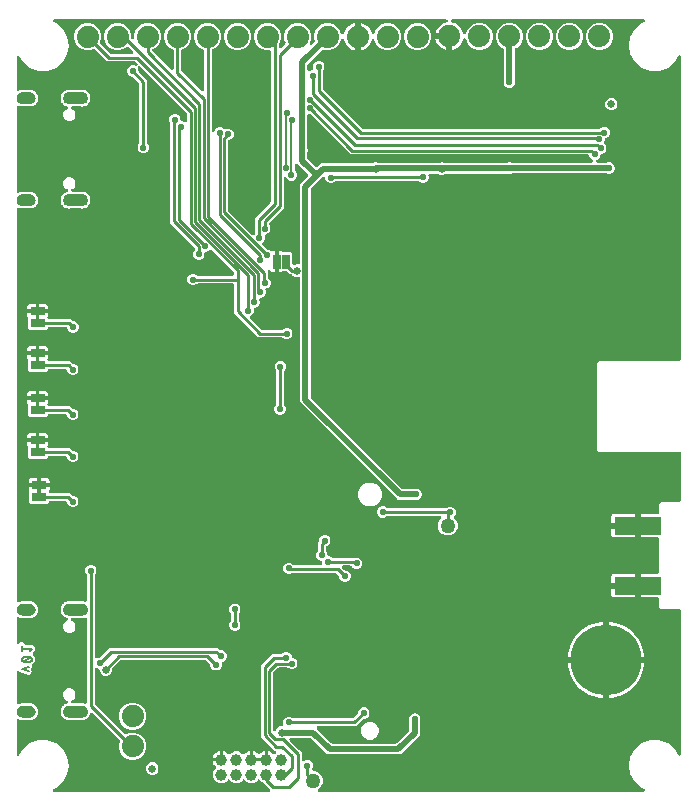
<source format=gbl>
G04 EAGLE Gerber RS-274X export*
G75*
%MOMM*%
%FSLAX34Y34*%
%LPD*%
%INBottom Copper*%
%IPPOS*%
%AMOC8*
5,1,8,0,0,1.08239X$1,22.5*%
G01*
%ADD10C,0.152400*%
%ADD11C,0.654000*%
%ADD12C,0.635000*%
%ADD13C,1.879600*%
%ADD14C,6.000000*%
%ADD15R,1.270000X0.660400*%
%ADD16C,1.270000*%
%ADD17R,0.635000X1.270000*%
%ADD18C,1.000000*%
%ADD19R,4.000000X1.500000*%
%ADD20C,0.558800*%
%ADD21C,0.508000*%
%ADD22C,0.254000*%
%ADD23C,0.203200*%

G36*
X216938Y3320D02*
X216938Y3320D01*
X217077Y3333D01*
X217096Y3340D01*
X217116Y3343D01*
X217245Y3394D01*
X217376Y3441D01*
X217393Y3452D01*
X217411Y3460D01*
X217524Y3541D01*
X217639Y3619D01*
X217652Y3635D01*
X217669Y3646D01*
X217758Y3754D01*
X217850Y3858D01*
X217859Y3876D01*
X217872Y3891D01*
X217931Y4017D01*
X217994Y4141D01*
X217999Y4161D01*
X218007Y4179D01*
X218033Y4316D01*
X218064Y4451D01*
X218063Y4472D01*
X218067Y4491D01*
X218058Y4630D01*
X218054Y4769D01*
X218048Y4789D01*
X218047Y4809D01*
X218004Y4941D01*
X217966Y5075D01*
X217955Y5092D01*
X217949Y5111D01*
X217875Y5229D01*
X217804Y5349D01*
X217786Y5370D01*
X217779Y5380D01*
X217764Y5394D01*
X217698Y5469D01*
X216544Y6623D01*
X216544Y6624D01*
X213634Y9534D01*
X212025Y11142D01*
X212018Y11148D01*
X212012Y11155D01*
X211892Y11245D01*
X211774Y11337D01*
X211765Y11341D01*
X211758Y11347D01*
X211613Y11417D01*
X210646Y11818D01*
X209177Y13287D01*
X209083Y13360D01*
X208994Y13438D01*
X208958Y13457D01*
X208926Y13482D01*
X208817Y13529D01*
X208711Y13583D01*
X208672Y13592D01*
X208634Y13608D01*
X208517Y13627D01*
X208401Y13653D01*
X208360Y13652D01*
X208320Y13658D01*
X208202Y13647D01*
X208083Y13643D01*
X208044Y13632D01*
X208004Y13628D01*
X207892Y13588D01*
X207777Y13555D01*
X207742Y13534D01*
X207704Y13520D01*
X207606Y13454D01*
X207503Y13393D01*
X207458Y13353D01*
X207441Y13342D01*
X207428Y13327D01*
X207382Y13287D01*
X205914Y11818D01*
X203329Y10747D01*
X200531Y10747D01*
X197946Y11818D01*
X196477Y13287D01*
X196383Y13360D01*
X196294Y13438D01*
X196258Y13457D01*
X196226Y13482D01*
X196117Y13529D01*
X196011Y13583D01*
X195972Y13592D01*
X195934Y13608D01*
X195817Y13627D01*
X195701Y13653D01*
X195660Y13652D01*
X195620Y13658D01*
X195502Y13647D01*
X195383Y13643D01*
X195344Y13632D01*
X195304Y13628D01*
X195192Y13588D01*
X195077Y13555D01*
X195042Y13534D01*
X195004Y13520D01*
X194906Y13454D01*
X194803Y13393D01*
X194758Y13353D01*
X194741Y13342D01*
X194728Y13327D01*
X194682Y13287D01*
X193214Y11818D01*
X190629Y10747D01*
X187831Y10747D01*
X185246Y11818D01*
X183778Y13287D01*
X183683Y13360D01*
X183594Y13438D01*
X183558Y13457D01*
X183526Y13482D01*
X183417Y13529D01*
X183311Y13583D01*
X183272Y13592D01*
X183234Y13608D01*
X183117Y13627D01*
X183001Y13653D01*
X182960Y13652D01*
X182920Y13658D01*
X182802Y13647D01*
X182683Y13643D01*
X182644Y13632D01*
X182604Y13628D01*
X182491Y13588D01*
X182377Y13555D01*
X182343Y13534D01*
X182304Y13520D01*
X182206Y13454D01*
X182103Y13393D01*
X182058Y13353D01*
X182041Y13342D01*
X182028Y13327D01*
X181983Y13287D01*
X180514Y11818D01*
X177929Y10747D01*
X175131Y10747D01*
X172546Y11818D01*
X170568Y13796D01*
X169497Y16381D01*
X169497Y19179D01*
X170568Y21764D01*
X171678Y22873D01*
X171751Y22967D01*
X171829Y23057D01*
X171848Y23093D01*
X171872Y23125D01*
X171920Y23234D01*
X171974Y23340D01*
X171983Y23379D01*
X171999Y23416D01*
X172017Y23534D01*
X172044Y23650D01*
X172042Y23691D01*
X172049Y23731D01*
X172037Y23849D01*
X172034Y23968D01*
X172023Y24007D01*
X172019Y24047D01*
X171979Y24159D01*
X171945Y24274D01*
X171925Y24308D01*
X171911Y24346D01*
X171844Y24445D01*
X171784Y24547D01*
X171744Y24593D01*
X171733Y24610D01*
X171717Y24623D01*
X171677Y24668D01*
X170673Y25673D01*
X169847Y26908D01*
X169279Y28280D01*
X169094Y29211D01*
X176530Y29211D01*
X176648Y29226D01*
X176767Y29233D01*
X176805Y29245D01*
X176845Y29250D01*
X176956Y29294D01*
X177069Y29331D01*
X177103Y29353D01*
X177141Y29367D01*
X177237Y29437D01*
X177338Y29501D01*
X177366Y29531D01*
X177398Y29554D01*
X177399Y29555D01*
X177475Y29646D01*
X177538Y29714D01*
X177556Y29733D01*
X177576Y29769D01*
X177602Y29800D01*
X177652Y29907D01*
X177710Y30012D01*
X177720Y30051D01*
X177737Y30087D01*
X177759Y30204D01*
X177789Y30320D01*
X177793Y30380D01*
X177797Y30400D01*
X177796Y30420D01*
X177799Y30480D01*
X177799Y37916D01*
X178730Y37731D01*
X180102Y37163D01*
X181337Y36337D01*
X182342Y35333D01*
X182436Y35260D01*
X182525Y35181D01*
X182561Y35162D01*
X182593Y35138D01*
X182702Y35090D01*
X182808Y35036D01*
X182848Y35027D01*
X182885Y35011D01*
X183003Y34993D01*
X183119Y34966D01*
X183159Y34968D01*
X183199Y34961D01*
X183318Y34973D01*
X183436Y34976D01*
X183475Y34987D01*
X183516Y34991D01*
X183628Y35031D01*
X183742Y35065D01*
X183777Y35085D01*
X183815Y35099D01*
X183913Y35166D01*
X184016Y35226D01*
X184061Y35266D01*
X184078Y35277D01*
X184091Y35293D01*
X184137Y35332D01*
X185246Y36442D01*
X187831Y37513D01*
X190629Y37513D01*
X193214Y36442D01*
X194323Y35332D01*
X194417Y35260D01*
X194507Y35181D01*
X194543Y35162D01*
X194575Y35138D01*
X194684Y35090D01*
X194790Y35036D01*
X194829Y35027D01*
X194866Y35011D01*
X194984Y34993D01*
X195100Y34966D01*
X195140Y34968D01*
X195180Y34961D01*
X195299Y34973D01*
X195418Y34976D01*
X195457Y34987D01*
X195497Y34991D01*
X195609Y35031D01*
X195723Y35065D01*
X195758Y35085D01*
X195796Y35099D01*
X195895Y35166D01*
X195997Y35226D01*
X196043Y35266D01*
X196060Y35277D01*
X196073Y35293D01*
X196118Y35332D01*
X197123Y36337D01*
X198358Y37163D01*
X199730Y37731D01*
X200661Y37916D01*
X200661Y30480D01*
X200676Y30362D01*
X200683Y30243D01*
X200695Y30205D01*
X200700Y30165D01*
X200744Y30054D01*
X200781Y29941D01*
X200803Y29907D01*
X200817Y29869D01*
X200887Y29773D01*
X200951Y29672D01*
X200952Y29672D01*
X200981Y29644D01*
X201004Y29612D01*
X201005Y29611D01*
X201097Y29535D01*
X201183Y29454D01*
X201219Y29434D01*
X201250Y29408D01*
X201357Y29358D01*
X201462Y29300D01*
X201501Y29290D01*
X201537Y29273D01*
X201654Y29251D01*
X201770Y29221D01*
X201830Y29217D01*
X201850Y29213D01*
X201870Y29214D01*
X201930Y29211D01*
X214630Y29211D01*
X214748Y29226D01*
X214867Y29233D01*
X214905Y29245D01*
X214945Y29250D01*
X215056Y29294D01*
X215169Y29331D01*
X215203Y29353D01*
X215241Y29367D01*
X215337Y29437D01*
X215438Y29501D01*
X215466Y29531D01*
X215498Y29554D01*
X215499Y29555D01*
X215575Y29646D01*
X215638Y29714D01*
X215656Y29733D01*
X215676Y29769D01*
X215702Y29800D01*
X215752Y29907D01*
X215810Y30012D01*
X215820Y30051D01*
X215837Y30087D01*
X215859Y30204D01*
X215889Y30320D01*
X215893Y30380D01*
X215897Y30400D01*
X215896Y30420D01*
X215899Y30480D01*
X215899Y37916D01*
X216830Y37731D01*
X218202Y37163D01*
X219437Y36337D01*
X220442Y35333D01*
X220536Y35260D01*
X220625Y35181D01*
X220661Y35162D01*
X220693Y35138D01*
X220802Y35090D01*
X220908Y35036D01*
X220948Y35027D01*
X220985Y35011D01*
X221102Y34993D01*
X221219Y34966D01*
X221259Y34968D01*
X221299Y34961D01*
X221418Y34973D01*
X221536Y34976D01*
X221575Y34987D01*
X221616Y34991D01*
X221728Y35031D01*
X221842Y35065D01*
X221877Y35085D01*
X221915Y35099D01*
X222013Y35166D01*
X222116Y35226D01*
X222161Y35266D01*
X222178Y35277D01*
X222191Y35293D01*
X222237Y35332D01*
X222837Y35932D01*
X222922Y36042D01*
X223011Y36149D01*
X223019Y36168D01*
X223032Y36184D01*
X223087Y36312D01*
X223146Y36437D01*
X223150Y36457D01*
X223158Y36476D01*
X223180Y36614D01*
X223206Y36750D01*
X223205Y36770D01*
X223208Y36790D01*
X223195Y36929D01*
X223186Y37067D01*
X223180Y37086D01*
X223178Y37106D01*
X223131Y37237D01*
X223088Y37369D01*
X223077Y37387D01*
X223070Y37406D01*
X222993Y37520D01*
X222918Y37638D01*
X222903Y37652D01*
X222892Y37669D01*
X222788Y37761D01*
X222686Y37856D01*
X222669Y37866D01*
X222653Y37879D01*
X222530Y37942D01*
X222408Y38010D01*
X222388Y38015D01*
X222370Y38024D01*
X222234Y38054D01*
X222100Y38089D01*
X222072Y38091D01*
X222060Y38094D01*
X222039Y38093D01*
X221939Y38099D01*
X221644Y38099D01*
X210057Y49686D01*
X210057Y110588D01*
X219612Y120143D01*
X227091Y120143D01*
X227189Y120155D01*
X227288Y120158D01*
X227346Y120175D01*
X227406Y120183D01*
X227499Y120219D01*
X227594Y120247D01*
X227646Y120277D01*
X227702Y120300D01*
X227782Y120358D01*
X227868Y120408D01*
X227943Y120474D01*
X227960Y120486D01*
X227967Y120496D01*
X227988Y120514D01*
X228406Y120932D01*
X230180Y121667D01*
X232100Y121667D01*
X233874Y120932D01*
X235232Y119574D01*
X235977Y117776D01*
X235982Y117738D01*
X235989Y117619D01*
X236002Y117581D01*
X236007Y117540D01*
X236051Y117429D01*
X236087Y117317D01*
X236109Y117282D01*
X236124Y117245D01*
X236193Y117149D01*
X236257Y117048D01*
X236287Y117020D01*
X236310Y116987D01*
X236402Y116911D01*
X236489Y116830D01*
X236524Y116810D01*
X236555Y116785D01*
X236663Y116734D01*
X236767Y116676D01*
X236807Y116666D01*
X236843Y116649D01*
X236960Y116627D01*
X237075Y116597D01*
X237135Y116593D01*
X237155Y116589D01*
X237172Y116590D01*
X238954Y115852D01*
X240312Y114494D01*
X241047Y112720D01*
X241047Y110800D01*
X240312Y109026D01*
X238954Y107668D01*
X237180Y106933D01*
X235260Y106933D01*
X233486Y107668D01*
X233068Y108086D01*
X232990Y108146D01*
X232918Y108214D01*
X232865Y108243D01*
X232817Y108280D01*
X232726Y108320D01*
X232640Y108368D01*
X232581Y108383D01*
X232525Y108407D01*
X232427Y108422D01*
X232332Y108447D01*
X232232Y108453D01*
X232211Y108457D01*
X232199Y108455D01*
X232171Y108457D01*
X225160Y108457D01*
X225062Y108445D01*
X224963Y108442D01*
X224904Y108425D01*
X224844Y108417D01*
X224752Y108381D01*
X224657Y108353D01*
X224605Y108323D01*
X224549Y108300D01*
X224469Y108242D01*
X224383Y108192D01*
X224308Y108126D01*
X224291Y108114D01*
X224283Y108104D01*
X224262Y108086D01*
X220590Y104414D01*
X220530Y104335D01*
X220462Y104263D01*
X220433Y104210D01*
X220396Y104162D01*
X220356Y104071D01*
X220308Y103985D01*
X220293Y103926D01*
X220269Y103871D01*
X220254Y103773D01*
X220229Y103677D01*
X220223Y103577D01*
X220219Y103556D01*
X220221Y103544D01*
X220219Y103516D01*
X220219Y55548D01*
X220227Y55479D01*
X220226Y55409D01*
X220247Y55322D01*
X220259Y55233D01*
X220284Y55168D01*
X220301Y55100D01*
X220343Y55020D01*
X220376Y54937D01*
X220417Y54880D01*
X220449Y54819D01*
X220510Y54752D01*
X220562Y54679D01*
X220616Y54635D01*
X220663Y54583D01*
X220738Y54534D01*
X220807Y54477D01*
X220871Y54447D01*
X220929Y54409D01*
X221014Y54379D01*
X221095Y54341D01*
X221164Y54328D01*
X221230Y54305D01*
X221319Y54298D01*
X221407Y54281D01*
X221477Y54286D01*
X221547Y54280D01*
X221635Y54296D01*
X221725Y54301D01*
X221791Y54323D01*
X221860Y54335D01*
X221942Y54371D01*
X222027Y54399D01*
X222086Y54436D01*
X222150Y54465D01*
X222220Y54521D01*
X222296Y54569D01*
X222344Y54620D01*
X222398Y54664D01*
X222453Y54736D01*
X222514Y54801D01*
X222548Y54862D01*
X222590Y54918D01*
X222661Y55062D01*
X223169Y56290D01*
X224634Y57755D01*
X226548Y58548D01*
X227976Y58548D01*
X228025Y58554D01*
X228075Y58552D01*
X228182Y58574D01*
X228292Y58588D01*
X228338Y58606D01*
X228386Y58616D01*
X228485Y58664D01*
X228587Y58705D01*
X228627Y58734D01*
X228672Y58756D01*
X228756Y58827D01*
X228845Y58891D01*
X228876Y58930D01*
X228914Y58962D01*
X228977Y59052D01*
X229047Y59136D01*
X229069Y59181D01*
X229097Y59222D01*
X229136Y59325D01*
X229183Y59424D01*
X229192Y59473D01*
X229210Y59519D01*
X229222Y59629D01*
X229243Y59736D01*
X229240Y59786D01*
X229245Y59835D01*
X229230Y59944D01*
X229223Y60054D01*
X229208Y60101D01*
X229201Y60150D01*
X229149Y60303D01*
X228853Y61016D01*
X228853Y62936D01*
X229588Y64710D01*
X230946Y66068D01*
X232720Y66803D01*
X234640Y66803D01*
X236414Y66068D01*
X236832Y65650D01*
X236910Y65590D01*
X236982Y65522D01*
X237035Y65493D01*
X237083Y65456D01*
X237174Y65416D01*
X237260Y65368D01*
X237319Y65353D01*
X237375Y65329D01*
X237473Y65314D01*
X237568Y65289D01*
X237668Y65283D01*
X237689Y65279D01*
X237701Y65281D01*
X237729Y65279D01*
X287412Y65279D01*
X287510Y65291D01*
X287609Y65294D01*
X287668Y65311D01*
X287728Y65319D01*
X287820Y65355D01*
X287915Y65383D01*
X287967Y65413D01*
X288023Y65436D01*
X288103Y65494D01*
X288189Y65544D01*
X288264Y65610D01*
X288281Y65622D01*
X288289Y65632D01*
X288310Y65650D01*
X291982Y69322D01*
X292042Y69401D01*
X292110Y69473D01*
X292139Y69526D01*
X292176Y69574D01*
X292216Y69665D01*
X292264Y69751D01*
X292279Y69810D01*
X292303Y69865D01*
X292318Y69963D01*
X292343Y70059D01*
X292349Y70159D01*
X292353Y70179D01*
X292351Y70192D01*
X292353Y70220D01*
X292353Y70810D01*
X293088Y72584D01*
X294446Y73942D01*
X296220Y74677D01*
X298140Y74677D01*
X299914Y73942D01*
X301272Y72584D01*
X302007Y70810D01*
X302007Y68890D01*
X301272Y67116D01*
X299914Y65758D01*
X298140Y65023D01*
X297550Y65023D01*
X297452Y65011D01*
X297353Y65008D01*
X297294Y64991D01*
X297234Y64983D01*
X297142Y64947D01*
X297047Y64919D01*
X296995Y64889D01*
X296939Y64866D01*
X296859Y64808D01*
X296773Y64758D01*
X296698Y64692D01*
X296681Y64680D01*
X296673Y64670D01*
X296652Y64652D01*
X292980Y60980D01*
X290674Y58673D01*
X258452Y58673D01*
X258314Y58656D01*
X258175Y58643D01*
X258156Y58636D01*
X258136Y58633D01*
X258007Y58582D01*
X257876Y58535D01*
X257859Y58524D01*
X257841Y58516D01*
X257728Y58435D01*
X257613Y58357D01*
X257600Y58341D01*
X257583Y58330D01*
X257494Y58222D01*
X257403Y58118D01*
X257393Y58100D01*
X257380Y58085D01*
X257321Y57959D01*
X257258Y57835D01*
X257253Y57815D01*
X257245Y57797D01*
X257219Y57660D01*
X257188Y57525D01*
X257189Y57504D01*
X257185Y57485D01*
X257194Y57346D01*
X257198Y57207D01*
X257204Y57187D01*
X257205Y57167D01*
X257248Y57035D01*
X257286Y56901D01*
X257297Y56884D01*
X257303Y56865D01*
X257377Y56747D01*
X257448Y56627D01*
X257466Y56606D01*
X257473Y56596D01*
X257488Y56582D01*
X257554Y56507D01*
X259198Y54862D01*
X269746Y44314D01*
X269825Y44254D01*
X269897Y44186D01*
X269950Y44157D01*
X269998Y44120D01*
X270089Y44080D01*
X270175Y44032D01*
X270234Y44017D01*
X270289Y43993D01*
X270387Y43978D01*
X270483Y43953D01*
X270583Y43947D01*
X270604Y43943D01*
X270616Y43945D01*
X270644Y43943D01*
X323970Y43943D01*
X324068Y43955D01*
X324167Y43958D01*
X324226Y43975D01*
X324286Y43983D01*
X324378Y44019D01*
X324473Y44047D01*
X324525Y44077D01*
X324581Y44100D01*
X324661Y44158D01*
X324747Y44208D01*
X324822Y44274D01*
X324839Y44286D01*
X324847Y44296D01*
X324868Y44314D01*
X335416Y54862D01*
X335476Y54941D01*
X335544Y55013D01*
X335573Y55066D01*
X335610Y55114D01*
X335650Y55205D01*
X335698Y55291D01*
X335713Y55350D01*
X335737Y55405D01*
X335752Y55503D01*
X335777Y55599D01*
X335783Y55699D01*
X335787Y55720D01*
X335785Y55732D01*
X335787Y55760D01*
X335787Y62944D01*
X335786Y62953D01*
X335787Y62963D01*
X335766Y63110D01*
X335763Y63135D01*
X335759Y63194D01*
X335753Y63213D01*
X335747Y63260D01*
X335744Y63268D01*
X335743Y63278D01*
X335691Y63430D01*
X335533Y63810D01*
X335533Y65730D01*
X335691Y66110D01*
X335693Y66119D01*
X335698Y66127D01*
X335735Y66272D01*
X335775Y66417D01*
X335775Y66426D01*
X335777Y66435D01*
X335787Y66596D01*
X335787Y66664D01*
X335836Y66712D01*
X335841Y66720D01*
X335849Y66726D01*
X335938Y66845D01*
X336030Y66964D01*
X336034Y66972D01*
X336040Y66980D01*
X336111Y67124D01*
X336268Y67504D01*
X337626Y68862D01*
X338006Y69019D01*
X338014Y69024D01*
X338023Y69026D01*
X338153Y69103D01*
X338282Y69177D01*
X338289Y69183D01*
X338297Y69188D01*
X338418Y69294D01*
X338466Y69343D01*
X338534Y69343D01*
X338543Y69344D01*
X338553Y69343D01*
X338701Y69364D01*
X338850Y69383D01*
X338858Y69386D01*
X338868Y69387D01*
X339020Y69439D01*
X339400Y69597D01*
X341320Y69597D01*
X341700Y69439D01*
X341709Y69437D01*
X341717Y69432D01*
X341862Y69395D01*
X342007Y69355D01*
X342016Y69355D01*
X342025Y69353D01*
X342186Y69343D01*
X342254Y69343D01*
X342302Y69294D01*
X342310Y69289D01*
X342316Y69281D01*
X342435Y69192D01*
X342554Y69100D01*
X342562Y69096D01*
X342570Y69090D01*
X342714Y69019D01*
X343094Y68862D01*
X344452Y67504D01*
X344609Y67124D01*
X344614Y67116D01*
X344616Y67107D01*
X344693Y66977D01*
X344767Y66848D01*
X344773Y66841D01*
X344778Y66833D01*
X344884Y66712D01*
X344933Y66664D01*
X344933Y66596D01*
X344934Y66587D01*
X344933Y66577D01*
X344954Y66427D01*
X344973Y66280D01*
X344976Y66272D01*
X344977Y66262D01*
X345029Y66110D01*
X345187Y65730D01*
X345187Y63810D01*
X345029Y63430D01*
X345027Y63421D01*
X345022Y63413D01*
X345013Y63377D01*
X345001Y63350D01*
X344984Y63265D01*
X344945Y63123D01*
X344945Y63114D01*
X344943Y63105D01*
X344933Y62944D01*
X344933Y51446D01*
X328284Y34797D01*
X266330Y34797D01*
X252732Y48396D01*
X252653Y48456D01*
X252581Y48524D01*
X252528Y48553D01*
X252480Y48590D01*
X252389Y48630D01*
X252303Y48678D01*
X252244Y48693D01*
X252189Y48717D01*
X252091Y48732D01*
X251995Y48757D01*
X251895Y48763D01*
X251874Y48767D01*
X251862Y48765D01*
X251834Y48767D01*
X235447Y48767D01*
X235309Y48750D01*
X235170Y48737D01*
X235151Y48730D01*
X235131Y48727D01*
X235002Y48676D01*
X234871Y48629D01*
X234854Y48618D01*
X234836Y48610D01*
X234723Y48529D01*
X234608Y48451D01*
X234595Y48435D01*
X234578Y48424D01*
X234490Y48316D01*
X234397Y48212D01*
X234388Y48194D01*
X234375Y48179D01*
X234316Y48053D01*
X234253Y47929D01*
X234248Y47909D01*
X234240Y47891D01*
X234214Y47755D01*
X234183Y47619D01*
X234184Y47598D01*
X234180Y47579D01*
X234189Y47440D01*
X234193Y47301D01*
X234199Y47281D01*
X234200Y47261D01*
X234243Y47129D01*
X234281Y46995D01*
X234292Y46978D01*
X234298Y46959D01*
X234372Y46841D01*
X234443Y46721D01*
X234461Y46700D01*
X234468Y46690D01*
X234483Y46676D01*
X234549Y46601D01*
X242296Y38853D01*
X244603Y36547D01*
X244603Y30465D01*
X244620Y30327D01*
X244633Y30188D01*
X244640Y30170D01*
X244643Y30149D01*
X244694Y30020D01*
X244741Y29889D01*
X244752Y29872D01*
X244760Y29854D01*
X244841Y29741D01*
X244920Y29626D01*
X244935Y29613D01*
X244946Y29596D01*
X245054Y29507D01*
X245158Y29416D01*
X245176Y29407D01*
X245191Y29394D01*
X245317Y29334D01*
X245441Y29271D01*
X245461Y29267D01*
X245479Y29258D01*
X245615Y29232D01*
X245752Y29201D01*
X245772Y29202D01*
X245791Y29198D01*
X245930Y29207D01*
X246069Y29211D01*
X246089Y29217D01*
X246109Y29218D01*
X246241Y29261D01*
X246375Y29300D01*
X246392Y29310D01*
X246411Y29316D01*
X246529Y29390D01*
X246649Y29461D01*
X246670Y29480D01*
X246680Y29486D01*
X248468Y30227D01*
X250388Y30227D01*
X252162Y29492D01*
X253520Y28134D01*
X254255Y26360D01*
X254255Y24440D01*
X253591Y22838D01*
X253578Y22790D01*
X253557Y22745D01*
X253536Y22637D01*
X253507Y22531D01*
X253506Y22481D01*
X253497Y22432D01*
X253504Y22323D01*
X253502Y22213D01*
X253514Y22165D01*
X253517Y22115D01*
X253551Y22011D01*
X253576Y21904D01*
X253599Y21860D01*
X253615Y21813D01*
X253674Y21720D01*
X253725Y21623D01*
X253758Y21586D01*
X253785Y21544D01*
X253865Y21469D01*
X253939Y21387D01*
X253980Y21360D01*
X254017Y21326D01*
X254113Y21273D01*
X254205Y21213D01*
X254252Y21196D01*
X254295Y21172D01*
X254401Y21145D01*
X254505Y21109D01*
X254555Y21105D01*
X254603Y21093D01*
X254764Y21083D01*
X255667Y21083D01*
X258748Y19807D01*
X261107Y17448D01*
X262383Y14367D01*
X262383Y11033D01*
X261107Y7952D01*
X258624Y5469D01*
X258539Y5360D01*
X258451Y5253D01*
X258442Y5234D01*
X258429Y5218D01*
X258374Y5090D01*
X258315Y4965D01*
X258311Y4945D01*
X258303Y4926D01*
X258281Y4788D01*
X258255Y4652D01*
X258256Y4632D01*
X258253Y4612D01*
X258266Y4473D01*
X258275Y4335D01*
X258281Y4316D01*
X258283Y4296D01*
X258330Y4164D01*
X258373Y4033D01*
X258384Y4015D01*
X258391Y3996D01*
X258469Y3881D01*
X258543Y3764D01*
X258558Y3750D01*
X258569Y3733D01*
X258674Y3641D01*
X258775Y3546D01*
X258792Y3536D01*
X258808Y3523D01*
X258932Y3459D01*
X259053Y3392D01*
X259073Y3387D01*
X259091Y3378D01*
X259227Y3348D01*
X259361Y3313D01*
X259389Y3311D01*
X259401Y3308D01*
X259422Y3309D01*
X259522Y3303D01*
X533946Y3303D01*
X534043Y3315D01*
X534140Y3318D01*
X534200Y3335D01*
X534262Y3343D01*
X534352Y3378D01*
X534446Y3405D01*
X534500Y3437D01*
X534558Y3460D01*
X534636Y3517D01*
X534720Y3566D01*
X534765Y3610D01*
X534815Y3646D01*
X534877Y3722D01*
X534946Y3790D01*
X534978Y3843D01*
X535018Y3891D01*
X535059Y3979D01*
X535109Y4063D01*
X535127Y4123D01*
X535153Y4179D01*
X535172Y4275D01*
X535199Y4368D01*
X535201Y4430D01*
X535213Y4491D01*
X535207Y4589D01*
X535211Y4686D01*
X535197Y4747D01*
X535193Y4809D01*
X535163Y4902D01*
X535143Y4997D01*
X535115Y5052D01*
X535095Y5111D01*
X535043Y5194D01*
X534999Y5281D01*
X534959Y5327D01*
X534925Y5380D01*
X534854Y5447D01*
X534790Y5520D01*
X534739Y5555D01*
X534694Y5598D01*
X534608Y5645D01*
X534528Y5700D01*
X534432Y5742D01*
X534415Y5752D01*
X534404Y5754D01*
X534381Y5765D01*
X532598Y6413D01*
X526765Y11308D01*
X522958Y17902D01*
X521636Y25400D01*
X522958Y32898D01*
X526765Y39492D01*
X532598Y44387D01*
X539753Y46991D01*
X547367Y46991D01*
X554522Y44387D01*
X560355Y39492D01*
X563234Y34506D01*
X563322Y34389D01*
X563409Y34271D01*
X563418Y34263D01*
X563426Y34253D01*
X563540Y34162D01*
X563654Y34068D01*
X563665Y34063D01*
X563675Y34055D01*
X563809Y33995D01*
X563942Y33933D01*
X563954Y33931D01*
X563965Y33926D01*
X564111Y33901D01*
X564254Y33874D01*
X564267Y33875D01*
X564279Y33872D01*
X564426Y33885D01*
X564572Y33894D01*
X564583Y33898D01*
X564596Y33899D01*
X564735Y33947D01*
X564874Y33993D01*
X564884Y33999D01*
X564896Y34003D01*
X565019Y34085D01*
X565142Y34163D01*
X565151Y34172D01*
X565161Y34179D01*
X565260Y34288D01*
X565360Y34395D01*
X565366Y34406D01*
X565374Y34415D01*
X565442Y34545D01*
X565513Y34674D01*
X565516Y34686D01*
X565522Y34697D01*
X565556Y34840D01*
X565592Y34982D01*
X565593Y34999D01*
X565595Y35007D01*
X565595Y35023D01*
X565602Y35143D01*
X565410Y156720D01*
X565395Y156837D01*
X565388Y156955D01*
X565375Y156994D01*
X565370Y157035D01*
X565327Y157145D01*
X565290Y157257D01*
X565268Y157293D01*
X565253Y157331D01*
X565183Y157426D01*
X565120Y157526D01*
X565090Y157555D01*
X565065Y157588D01*
X564974Y157663D01*
X564888Y157744D01*
X564852Y157764D01*
X564820Y157790D01*
X564713Y157841D01*
X564610Y157898D01*
X564570Y157908D01*
X564532Y157926D01*
X564416Y157948D01*
X564302Y157977D01*
X564240Y157981D01*
X564220Y157985D01*
X564200Y157984D01*
X564141Y157987D01*
X552304Y157987D01*
X552260Y157982D01*
X550418Y157987D01*
X550417Y157987D01*
X550415Y157987D01*
X549044Y157987D01*
X548086Y158951D01*
X548085Y158952D01*
X548083Y158954D01*
X547111Y159926D01*
X547115Y161289D01*
X547115Y161290D01*
X547115Y161293D01*
X547115Y163099D01*
X547117Y163126D01*
X547120Y163146D01*
X547119Y163158D01*
X547121Y163186D01*
X547131Y166486D01*
X547116Y166606D01*
X547109Y166727D01*
X547097Y166764D01*
X547092Y166802D01*
X547048Y166914D01*
X547011Y167029D01*
X546990Y167062D01*
X546976Y167098D01*
X546905Y167196D01*
X546840Y167298D01*
X546812Y167325D01*
X546790Y167356D01*
X546697Y167433D01*
X546609Y167516D01*
X546575Y167535D01*
X546546Y167559D01*
X546436Y167611D01*
X546330Y167670D01*
X546293Y167679D01*
X546258Y167696D01*
X546140Y167719D01*
X546022Y167749D01*
X545966Y167753D01*
X545946Y167756D01*
X545925Y167755D01*
X545862Y167759D01*
X531621Y167759D01*
X531621Y176530D01*
X531606Y176648D01*
X531599Y176767D01*
X531586Y176805D01*
X531581Y176845D01*
X531537Y176956D01*
X531501Y177069D01*
X531479Y177104D01*
X531464Y177141D01*
X531394Y177237D01*
X531331Y177338D01*
X531301Y177366D01*
X531277Y177398D01*
X531186Y177474D01*
X531099Y177556D01*
X531064Y177575D01*
X531032Y177601D01*
X530925Y177652D01*
X530821Y177709D01*
X530781Y177720D01*
X530745Y177737D01*
X530628Y177759D01*
X530513Y177789D01*
X530452Y177793D01*
X530432Y177797D01*
X530412Y177795D01*
X530352Y177799D01*
X529081Y177799D01*
X529081Y177801D01*
X530352Y177801D01*
X530470Y177816D01*
X530589Y177823D01*
X530627Y177836D01*
X530667Y177841D01*
X530778Y177885D01*
X530891Y177921D01*
X530926Y177943D01*
X530963Y177958D01*
X531059Y178028D01*
X531160Y178091D01*
X531188Y178121D01*
X531220Y178145D01*
X531296Y178236D01*
X531378Y178323D01*
X531397Y178358D01*
X531423Y178390D01*
X531474Y178497D01*
X531531Y178601D01*
X531542Y178641D01*
X531559Y178677D01*
X531581Y178794D01*
X531611Y178909D01*
X531615Y178970D01*
X531619Y178990D01*
X531617Y179010D01*
X531621Y179070D01*
X531621Y187841D01*
X545930Y187841D01*
X546046Y187855D01*
X546163Y187862D01*
X546204Y187875D01*
X546246Y187881D01*
X546354Y187924D01*
X546466Y187959D01*
X546502Y187982D01*
X546541Y187998D01*
X546636Y188066D01*
X546735Y188129D01*
X546764Y188160D01*
X546799Y188184D01*
X546873Y188275D01*
X546954Y188360D01*
X546974Y188397D01*
X547001Y188429D01*
X547051Y188535D01*
X547108Y188638D01*
X547119Y188679D01*
X547137Y188717D01*
X547159Y188832D01*
X547189Y188946D01*
X547193Y189009D01*
X547197Y189029D01*
X547196Y189049D01*
X547199Y189106D01*
X547284Y217286D01*
X547270Y217406D01*
X547262Y217527D01*
X547250Y217564D01*
X547246Y217602D01*
X547201Y217714D01*
X547164Y217829D01*
X547144Y217862D01*
X547129Y217898D01*
X547059Y217996D01*
X546994Y218098D01*
X546966Y218125D01*
X546943Y218156D01*
X546850Y218233D01*
X546762Y218316D01*
X546729Y218335D01*
X546699Y218359D01*
X546590Y218411D01*
X546484Y218470D01*
X546447Y218479D01*
X546412Y218496D01*
X546293Y218519D01*
X546176Y218549D01*
X546119Y218553D01*
X546100Y218556D01*
X546079Y218555D01*
X546015Y218559D01*
X531621Y218559D01*
X531621Y227330D01*
X531606Y227448D01*
X531599Y227567D01*
X531586Y227605D01*
X531581Y227645D01*
X531537Y227756D01*
X531501Y227869D01*
X531479Y227904D01*
X531464Y227941D01*
X531394Y228037D01*
X531331Y228138D01*
X531301Y228166D01*
X531277Y228198D01*
X531186Y228274D01*
X531099Y228356D01*
X531064Y228375D01*
X531032Y228401D01*
X530925Y228452D01*
X530821Y228509D01*
X530781Y228520D01*
X530745Y228537D01*
X530628Y228559D01*
X530513Y228589D01*
X530452Y228593D01*
X530432Y228597D01*
X530412Y228595D01*
X530352Y228599D01*
X529081Y228599D01*
X529081Y228601D01*
X530352Y228601D01*
X530470Y228616D01*
X530589Y228623D01*
X530627Y228636D01*
X530667Y228641D01*
X530778Y228685D01*
X530891Y228721D01*
X530926Y228743D01*
X530963Y228758D01*
X531059Y228828D01*
X531160Y228891D01*
X531188Y228921D01*
X531220Y228945D01*
X531296Y229036D01*
X531378Y229123D01*
X531397Y229158D01*
X531423Y229190D01*
X531474Y229297D01*
X531531Y229401D01*
X531542Y229441D01*
X531559Y229477D01*
X531581Y229594D01*
X531611Y229709D01*
X531615Y229770D01*
X531619Y229790D01*
X531617Y229810D01*
X531621Y229870D01*
X531621Y238641D01*
X546084Y238641D01*
X546200Y238655D01*
X546317Y238662D01*
X546357Y238675D01*
X546399Y238681D01*
X546508Y238724D01*
X546620Y238759D01*
X546655Y238782D01*
X546695Y238798D01*
X546789Y238866D01*
X546889Y238929D01*
X546918Y238960D01*
X546952Y238984D01*
X547027Y239075D01*
X547107Y239160D01*
X547128Y239197D01*
X547155Y239229D01*
X547205Y239335D01*
X547262Y239438D01*
X547272Y239479D01*
X547290Y239517D01*
X547312Y239632D01*
X547342Y239746D01*
X547346Y239809D01*
X547350Y239829D01*
X547349Y239849D01*
X547353Y239906D01*
X547369Y245365D01*
X547369Y245366D01*
X547369Y245368D01*
X547369Y246738D01*
X548333Y247696D01*
X548334Y247697D01*
X548336Y247699D01*
X549308Y248671D01*
X550672Y248667D01*
X550673Y248667D01*
X550676Y248667D01*
X564388Y248667D01*
X564506Y248682D01*
X564625Y248689D01*
X564663Y248702D01*
X564704Y248707D01*
X564814Y248750D01*
X564927Y248787D01*
X564962Y248809D01*
X564999Y248824D01*
X565095Y248893D01*
X565196Y248957D01*
X565224Y248987D01*
X565257Y249010D01*
X565333Y249102D01*
X565414Y249189D01*
X565434Y249224D01*
X565459Y249255D01*
X565510Y249363D01*
X565568Y249467D01*
X565578Y249507D01*
X565595Y249543D01*
X565617Y249660D01*
X565647Y249775D01*
X565651Y249835D01*
X565655Y249855D01*
X565653Y249876D01*
X565657Y249936D01*
X565657Y289814D01*
X565642Y289932D01*
X565635Y290051D01*
X565622Y290089D01*
X565617Y290130D01*
X565574Y290240D01*
X565537Y290353D01*
X565515Y290388D01*
X565500Y290425D01*
X565431Y290521D01*
X565367Y290622D01*
X565337Y290650D01*
X565314Y290683D01*
X565222Y290759D01*
X565135Y290840D01*
X565100Y290860D01*
X565069Y290885D01*
X564961Y290936D01*
X564857Y290994D01*
X564817Y291004D01*
X564781Y291021D01*
X564664Y291043D01*
X564549Y291073D01*
X564489Y291077D01*
X564469Y291081D01*
X564448Y291079D01*
X564388Y291083D01*
X496472Y291083D01*
X494537Y293018D01*
X494537Y366366D01*
X496472Y368301D01*
X564388Y368301D01*
X564506Y368316D01*
X564625Y368323D01*
X564663Y368336D01*
X564704Y368341D01*
X564814Y368384D01*
X564927Y368421D01*
X564962Y368443D01*
X564999Y368458D01*
X565095Y368527D01*
X565196Y368591D01*
X565224Y368621D01*
X565257Y368644D01*
X565333Y368736D01*
X565414Y368823D01*
X565434Y368858D01*
X565459Y368889D01*
X565510Y368997D01*
X565568Y369101D01*
X565578Y369141D01*
X565595Y369177D01*
X565617Y369294D01*
X565647Y369409D01*
X565651Y369469D01*
X565655Y369489D01*
X565653Y369510D01*
X565657Y369570D01*
X565657Y625355D01*
X565639Y625500D01*
X565624Y625645D01*
X565619Y625657D01*
X565617Y625671D01*
X565564Y625806D01*
X565513Y625943D01*
X565505Y625954D01*
X565500Y625966D01*
X565415Y626084D01*
X565332Y626204D01*
X565321Y626213D01*
X565314Y626224D01*
X565202Y626317D01*
X565091Y626412D01*
X565079Y626418D01*
X565069Y626427D01*
X564937Y626488D01*
X564806Y626554D01*
X564793Y626556D01*
X564781Y626562D01*
X564639Y626589D01*
X564495Y626620D01*
X564482Y626619D01*
X564469Y626622D01*
X564324Y626613D01*
X564178Y626607D01*
X564165Y626603D01*
X564151Y626602D01*
X564013Y626557D01*
X563873Y626515D01*
X563861Y626508D01*
X563849Y626504D01*
X563726Y626426D01*
X563601Y626351D01*
X563591Y626341D01*
X563580Y626334D01*
X563480Y626228D01*
X563378Y626124D01*
X563368Y626109D01*
X563362Y626102D01*
X563354Y626087D01*
X563289Y625990D01*
X560355Y620908D01*
X554522Y616013D01*
X547367Y613409D01*
X539753Y613409D01*
X532598Y616013D01*
X526765Y620908D01*
X522958Y627502D01*
X521636Y635000D01*
X522958Y642498D01*
X526765Y649092D01*
X532598Y653987D01*
X534381Y654635D01*
X534467Y654680D01*
X534558Y654716D01*
X534608Y654752D01*
X534663Y654781D01*
X534736Y654845D01*
X534815Y654902D01*
X534855Y654950D01*
X534901Y654992D01*
X534956Y655072D01*
X535018Y655147D01*
X535044Y655204D01*
X535079Y655255D01*
X535112Y655347D01*
X535153Y655435D01*
X535165Y655496D01*
X535186Y655555D01*
X535195Y655652D01*
X535213Y655748D01*
X535209Y655810D01*
X535215Y655872D01*
X535199Y655968D01*
X535193Y656065D01*
X535174Y656124D01*
X535164Y656186D01*
X535125Y656275D01*
X535095Y656367D01*
X535062Y656420D01*
X535037Y656477D01*
X534977Y656554D01*
X534925Y656636D01*
X534880Y656679D01*
X534842Y656728D01*
X534765Y656787D01*
X534694Y656854D01*
X534639Y656884D01*
X534590Y656922D01*
X534500Y656961D01*
X534415Y657008D01*
X534355Y657023D01*
X534298Y657048D01*
X534201Y657063D01*
X534107Y657087D01*
X534003Y657094D01*
X533983Y657097D01*
X533972Y657096D01*
X533946Y657097D01*
X372213Y657097D01*
X372153Y657090D01*
X372093Y657092D01*
X371996Y657070D01*
X371897Y657057D01*
X371842Y657035D01*
X371783Y657022D01*
X371694Y656977D01*
X371602Y656940D01*
X371553Y656905D01*
X371500Y656878D01*
X371425Y656812D01*
X371344Y656754D01*
X371306Y656707D01*
X371261Y656668D01*
X371205Y656585D01*
X371141Y656509D01*
X371116Y656454D01*
X371082Y656405D01*
X371048Y656311D01*
X371006Y656221D01*
X370995Y656162D01*
X370974Y656106D01*
X370965Y656006D01*
X370946Y655909D01*
X370950Y655849D01*
X370944Y655789D01*
X370960Y655690D01*
X370966Y655591D01*
X370984Y655534D01*
X370994Y655475D01*
X371033Y655383D01*
X371064Y655289D01*
X371096Y655238D01*
X371120Y655183D01*
X371181Y655104D01*
X371234Y655020D01*
X371278Y654979D01*
X371314Y654931D01*
X371393Y654870D01*
X371466Y654802D01*
X371518Y654773D01*
X371566Y654736D01*
X371657Y654696D01*
X371744Y654648D01*
X371802Y654633D01*
X371857Y654610D01*
X372014Y654574D01*
X372366Y654519D01*
X374153Y653938D01*
X375827Y653085D01*
X377348Y651980D01*
X378676Y650652D01*
X379781Y649131D01*
X380634Y647457D01*
X381224Y645640D01*
X381250Y645553D01*
X381280Y645428D01*
X381294Y645401D01*
X381302Y645372D01*
X381368Y645261D01*
X381428Y645147D01*
X381449Y645124D01*
X381464Y645098D01*
X381555Y645007D01*
X381642Y644911D01*
X381667Y644895D01*
X381689Y644874D01*
X381800Y644808D01*
X381908Y644737D01*
X381937Y644727D01*
X381962Y644711D01*
X382086Y644675D01*
X382209Y644633D01*
X382239Y644631D01*
X382268Y644623D01*
X382397Y644618D01*
X382526Y644608D01*
X382556Y644613D01*
X382586Y644612D01*
X382712Y644640D01*
X382839Y644663D01*
X382867Y644675D01*
X382896Y644681D01*
X383011Y644740D01*
X383129Y644793D01*
X383153Y644812D01*
X383180Y644826D01*
X383276Y644911D01*
X383378Y644992D01*
X383396Y645016D01*
X383418Y645036D01*
X383491Y645142D01*
X383569Y645246D01*
X383588Y645284D01*
X383597Y645298D01*
X383605Y645319D01*
X383640Y645390D01*
X385279Y649349D01*
X388495Y652565D01*
X392696Y654305D01*
X397244Y654305D01*
X401445Y652565D01*
X404661Y649349D01*
X406401Y645148D01*
X406401Y640600D01*
X404661Y636399D01*
X401445Y633183D01*
X397244Y631443D01*
X392696Y631443D01*
X388495Y633183D01*
X385279Y636399D01*
X383640Y640358D01*
X383576Y640470D01*
X383517Y640585D01*
X383497Y640608D01*
X383482Y640634D01*
X383392Y640727D01*
X383307Y640824D01*
X383282Y640841D01*
X383261Y640862D01*
X383150Y640930D01*
X383044Y641003D01*
X383015Y641013D01*
X382990Y641029D01*
X382866Y641067D01*
X382745Y641110D01*
X382715Y641113D01*
X382686Y641122D01*
X382557Y641128D01*
X382428Y641141D01*
X382398Y641136D01*
X382368Y641137D01*
X382242Y641111D01*
X382114Y641091D01*
X382086Y641079D01*
X382057Y641073D01*
X381940Y641016D01*
X381822Y640965D01*
X381798Y640947D01*
X381771Y640933D01*
X381673Y640849D01*
X381570Y640770D01*
X381552Y640747D01*
X381529Y640727D01*
X381455Y640621D01*
X381375Y640519D01*
X381363Y640492D01*
X381346Y640467D01*
X381300Y640346D01*
X381249Y640227D01*
X381239Y640186D01*
X381233Y640170D01*
X381231Y640148D01*
X381216Y640083D01*
X380634Y638291D01*
X379781Y636617D01*
X378676Y635096D01*
X377348Y633768D01*
X375827Y632663D01*
X374153Y631810D01*
X372366Y631229D01*
X372109Y631189D01*
X372109Y641604D01*
X372094Y641722D01*
X372087Y641841D01*
X372074Y641879D01*
X372069Y641919D01*
X372026Y642030D01*
X371989Y642143D01*
X371967Y642177D01*
X371952Y642215D01*
X371882Y642311D01*
X371819Y642412D01*
X371789Y642440D01*
X371765Y642472D01*
X371674Y642548D01*
X371587Y642630D01*
X371552Y642649D01*
X371521Y642675D01*
X371413Y642726D01*
X371309Y642783D01*
X371269Y642794D01*
X371233Y642811D01*
X371116Y642833D01*
X371001Y642863D01*
X370940Y642867D01*
X370920Y642871D01*
X370900Y642869D01*
X370840Y642873D01*
X369569Y642873D01*
X369569Y644144D01*
X369554Y644262D01*
X369547Y644381D01*
X369534Y644419D01*
X369529Y644459D01*
X369485Y644570D01*
X369449Y644683D01*
X369427Y644718D01*
X369412Y644755D01*
X369342Y644851D01*
X369279Y644952D01*
X369249Y644980D01*
X369225Y645013D01*
X369134Y645088D01*
X369047Y645170D01*
X369012Y645190D01*
X368980Y645215D01*
X368873Y645266D01*
X368768Y645324D01*
X368729Y645334D01*
X368693Y645351D01*
X368576Y645373D01*
X368461Y645403D01*
X368400Y645407D01*
X368380Y645411D01*
X368360Y645409D01*
X368300Y645413D01*
X357885Y645413D01*
X357925Y645670D01*
X358506Y647457D01*
X359359Y649131D01*
X360464Y650652D01*
X361792Y651980D01*
X363313Y653085D01*
X364987Y653938D01*
X366774Y654519D01*
X367126Y654574D01*
X367183Y654591D01*
X367243Y654599D01*
X367335Y654635D01*
X367431Y654663D01*
X367483Y654694D01*
X367538Y654716D01*
X367619Y654774D01*
X367705Y654825D01*
X367747Y654867D01*
X367796Y654902D01*
X367859Y654979D01*
X367930Y655050D01*
X367960Y655101D01*
X367999Y655147D01*
X368041Y655238D01*
X368092Y655323D01*
X368109Y655381D01*
X368134Y655435D01*
X368153Y655533D01*
X368181Y655629D01*
X368183Y655689D01*
X368194Y655748D01*
X368188Y655847D01*
X368191Y655947D01*
X368178Y656005D01*
X368174Y656065D01*
X368143Y656160D01*
X368122Y656257D01*
X368095Y656310D01*
X368076Y656367D01*
X368023Y656452D01*
X367978Y656540D01*
X367938Y656585D01*
X367906Y656636D01*
X367833Y656704D01*
X367768Y656779D01*
X367718Y656813D01*
X367674Y656854D01*
X367587Y656902D01*
X367505Y656958D01*
X367448Y656979D01*
X367396Y657008D01*
X367299Y657032D01*
X367206Y657066D01*
X367146Y657072D01*
X367088Y657087D01*
X366927Y657097D01*
X35014Y657097D01*
X34917Y657085D01*
X34820Y657082D01*
X34760Y657065D01*
X34698Y657057D01*
X34608Y657022D01*
X34514Y656995D01*
X34460Y656963D01*
X34402Y656940D01*
X34324Y656883D01*
X34240Y656834D01*
X34195Y656790D01*
X34145Y656754D01*
X34083Y656678D01*
X34014Y656610D01*
X33982Y656557D01*
X33942Y656509D01*
X33901Y656421D01*
X33851Y656337D01*
X33833Y656277D01*
X33807Y656221D01*
X33788Y656125D01*
X33761Y656032D01*
X33759Y655970D01*
X33747Y655909D01*
X33753Y655811D01*
X33749Y655714D01*
X33763Y655653D01*
X33767Y655591D01*
X33797Y655498D01*
X33817Y655403D01*
X33845Y655348D01*
X33865Y655289D01*
X33917Y655206D01*
X33961Y655119D01*
X34001Y655073D01*
X34035Y655020D01*
X34106Y654953D01*
X34170Y654880D01*
X34221Y654845D01*
X34266Y654802D01*
X34352Y654755D01*
X34432Y654700D01*
X34528Y654658D01*
X34545Y654648D01*
X34556Y654646D01*
X34579Y654635D01*
X36362Y653987D01*
X42195Y649092D01*
X46002Y642498D01*
X47324Y635000D01*
X46002Y627502D01*
X42195Y620908D01*
X36362Y616013D01*
X29207Y613409D01*
X21593Y613409D01*
X14438Y616013D01*
X8605Y620908D01*
X5671Y625990D01*
X5583Y626106D01*
X5498Y626224D01*
X5487Y626232D01*
X5479Y626243D01*
X5365Y626334D01*
X5253Y626427D01*
X5240Y626432D01*
X5230Y626441D01*
X5096Y626500D01*
X4965Y626562D01*
X4952Y626565D01*
X4939Y626570D01*
X4795Y626595D01*
X4652Y626622D01*
X4639Y626621D01*
X4626Y626623D01*
X4480Y626611D01*
X4335Y626602D01*
X4322Y626598D01*
X4309Y626597D01*
X4171Y626549D01*
X4033Y626504D01*
X4021Y626497D01*
X4008Y626493D01*
X3887Y626412D01*
X3764Y626334D01*
X3755Y626324D01*
X3743Y626317D01*
X3646Y626209D01*
X3546Y626102D01*
X3539Y626091D01*
X3530Y626081D01*
X3463Y625952D01*
X3392Y625824D01*
X3389Y625811D01*
X3383Y625799D01*
X3349Y625657D01*
X3313Y625516D01*
X3312Y625498D01*
X3310Y625489D01*
X3310Y625472D01*
X3303Y625355D01*
X3303Y598068D01*
X3305Y598054D01*
X3303Y598040D01*
X3324Y597896D01*
X3343Y597752D01*
X3348Y597739D01*
X3350Y597725D01*
X3406Y597592D01*
X3460Y597456D01*
X3468Y597445D01*
X3473Y597432D01*
X3561Y597317D01*
X3646Y597199D01*
X3657Y597190D01*
X3666Y597179D01*
X3780Y597089D01*
X3891Y596996D01*
X3904Y596990D01*
X3915Y596982D01*
X4048Y596922D01*
X4179Y596861D01*
X4193Y596858D01*
X4206Y596852D01*
X4349Y596828D01*
X4491Y596801D01*
X4506Y596802D01*
X4519Y596800D01*
X4664Y596812D01*
X4809Y596821D01*
X4822Y596825D01*
X4836Y596826D01*
X4991Y596870D01*
X5066Y596896D01*
X5122Y596924D01*
X5181Y596942D01*
X5322Y597019D01*
X5891Y597377D01*
X6559Y597452D01*
X6619Y597467D01*
X6681Y597472D01*
X6836Y597515D01*
X7276Y597669D01*
X7308Y597685D01*
X7326Y597690D01*
X7423Y597657D01*
X7468Y597654D01*
X7511Y597643D01*
X7672Y597633D01*
X8092Y597633D01*
X8105Y597634D01*
X8234Y597641D01*
X8980Y597725D01*
X8984Y597722D01*
X9111Y597690D01*
X9237Y597651D01*
X9265Y597650D01*
X9292Y597643D01*
X9453Y597633D01*
X13107Y597633D01*
X13135Y597636D01*
X13163Y597634D01*
X13292Y597656D01*
X13423Y597673D01*
X13449Y597683D01*
X13476Y597688D01*
X13564Y597727D01*
X14326Y597641D01*
X14340Y597641D01*
X14468Y597633D01*
X14888Y597633D01*
X14932Y597638D01*
X14978Y597636D01*
X15090Y597658D01*
X15203Y597673D01*
X15241Y597687D01*
X15284Y597669D01*
X15724Y597515D01*
X15785Y597502D01*
X15843Y597480D01*
X16001Y597452D01*
X16669Y597377D01*
X17238Y597019D01*
X17294Y596993D01*
X17346Y596959D01*
X17494Y596896D01*
X18128Y596674D01*
X18603Y596199D01*
X18652Y596161D01*
X18695Y596116D01*
X18825Y596022D01*
X19394Y595664D01*
X19752Y595095D01*
X19791Y595047D01*
X19822Y594994D01*
X19929Y594873D01*
X20404Y594398D01*
X20626Y593764D01*
X20654Y593708D01*
X20672Y593649D01*
X20749Y593508D01*
X21107Y592939D01*
X21182Y592271D01*
X21197Y592211D01*
X21202Y592149D01*
X21245Y591994D01*
X21467Y591360D01*
X21392Y590692D01*
X21393Y590630D01*
X21384Y590569D01*
X21392Y590408D01*
X21467Y589740D01*
X21245Y589106D01*
X21232Y589045D01*
X21210Y588987D01*
X21182Y588829D01*
X21107Y588161D01*
X20749Y587592D01*
X20723Y587536D01*
X20689Y587484D01*
X20626Y587336D01*
X20404Y586702D01*
X19929Y586227D01*
X19891Y586178D01*
X19846Y586135D01*
X19752Y586005D01*
X19394Y585436D01*
X18825Y585078D01*
X18777Y585039D01*
X18724Y585008D01*
X18603Y584901D01*
X18128Y584426D01*
X17494Y584204D01*
X17438Y584176D01*
X17379Y584158D01*
X17238Y584081D01*
X16669Y583723D01*
X16001Y583648D01*
X15941Y583633D01*
X15879Y583628D01*
X15724Y583585D01*
X15284Y583431D01*
X15252Y583415D01*
X15234Y583410D01*
X15137Y583443D01*
X15092Y583446D01*
X15049Y583457D01*
X14888Y583467D01*
X14468Y583467D01*
X14455Y583466D01*
X14326Y583459D01*
X13580Y583375D01*
X13576Y583378D01*
X13449Y583410D01*
X13323Y583449D01*
X13295Y583450D01*
X13268Y583457D01*
X13107Y583467D01*
X9453Y583467D01*
X9425Y583464D01*
X9397Y583466D01*
X9268Y583444D01*
X9137Y583427D01*
X9111Y583417D01*
X9084Y583412D01*
X8996Y583373D01*
X8234Y583459D01*
X8220Y583459D01*
X8092Y583467D01*
X7672Y583467D01*
X7628Y583462D01*
X7582Y583464D01*
X7470Y583442D01*
X7357Y583427D01*
X7319Y583413D01*
X7276Y583431D01*
X6836Y583585D01*
X6775Y583598D01*
X6717Y583620D01*
X6559Y583648D01*
X5891Y583723D01*
X5322Y584081D01*
X5266Y584107D01*
X5214Y584141D01*
X5066Y584204D01*
X4991Y584230D01*
X4977Y584233D01*
X4965Y584239D01*
X4822Y584266D01*
X4680Y584297D01*
X4666Y584296D01*
X4652Y584299D01*
X4507Y584290D01*
X4362Y584284D01*
X4349Y584280D01*
X4335Y584279D01*
X4197Y584235D01*
X4058Y584193D01*
X4046Y584185D01*
X4033Y584181D01*
X3910Y584103D01*
X3785Y584028D01*
X3776Y584019D01*
X3764Y584011D01*
X3664Y583905D01*
X3563Y583802D01*
X3556Y583790D01*
X3546Y583779D01*
X3476Y583652D01*
X3403Y583527D01*
X3399Y583513D01*
X3392Y583501D01*
X3356Y583360D01*
X3317Y583220D01*
X3316Y583207D01*
X3313Y583193D01*
X3303Y583032D01*
X3303Y511708D01*
X3304Y511694D01*
X3303Y511680D01*
X3324Y511536D01*
X3343Y511392D01*
X3348Y511379D01*
X3350Y511365D01*
X3406Y511231D01*
X3460Y511096D01*
X3468Y511085D01*
X3473Y511072D01*
X3561Y510957D01*
X3646Y510839D01*
X3657Y510830D01*
X3666Y510819D01*
X3780Y510729D01*
X3891Y510636D01*
X3904Y510630D01*
X3915Y510622D01*
X4048Y510563D01*
X4179Y510501D01*
X4193Y510498D01*
X4206Y510492D01*
X4349Y510468D01*
X4491Y510441D01*
X4505Y510442D01*
X4519Y510440D01*
X4664Y510452D01*
X4809Y510461D01*
X4822Y510465D01*
X4836Y510466D01*
X4991Y510510D01*
X5066Y510536D01*
X5122Y510564D01*
X5181Y510582D01*
X5322Y510659D01*
X5891Y511017D01*
X6559Y511092D01*
X6619Y511107D01*
X6681Y511112D01*
X6836Y511155D01*
X7276Y511309D01*
X7308Y511325D01*
X7326Y511330D01*
X7423Y511297D01*
X7468Y511294D01*
X7511Y511283D01*
X7672Y511273D01*
X8092Y511273D01*
X8105Y511274D01*
X8234Y511281D01*
X8980Y511365D01*
X8984Y511362D01*
X9111Y511330D01*
X9237Y511291D01*
X9265Y511290D01*
X9292Y511283D01*
X9453Y511273D01*
X13107Y511273D01*
X13135Y511276D01*
X13163Y511274D01*
X13292Y511296D01*
X13423Y511313D01*
X13449Y511323D01*
X13476Y511328D01*
X13564Y511367D01*
X14326Y511281D01*
X14340Y511281D01*
X14468Y511273D01*
X14888Y511273D01*
X14932Y511278D01*
X14978Y511276D01*
X15090Y511298D01*
X15203Y511313D01*
X15241Y511327D01*
X15284Y511309D01*
X15724Y511155D01*
X15785Y511142D01*
X15843Y511120D01*
X16001Y511092D01*
X16669Y511017D01*
X17238Y510659D01*
X17294Y510633D01*
X17346Y510599D01*
X17494Y510536D01*
X18128Y510314D01*
X18603Y509839D01*
X18652Y509801D01*
X18695Y509756D01*
X18825Y509662D01*
X19394Y509304D01*
X19752Y508735D01*
X19791Y508687D01*
X19822Y508634D01*
X19929Y508513D01*
X20404Y508038D01*
X20626Y507404D01*
X20654Y507348D01*
X20672Y507289D01*
X20749Y507148D01*
X21107Y506579D01*
X21182Y505911D01*
X21197Y505851D01*
X21202Y505789D01*
X21245Y505634D01*
X21467Y505000D01*
X21392Y504332D01*
X21393Y504270D01*
X21384Y504209D01*
X21392Y504048D01*
X21467Y503380D01*
X21245Y502746D01*
X21232Y502685D01*
X21210Y502627D01*
X21182Y502469D01*
X21107Y501801D01*
X20936Y501529D01*
X20749Y501232D01*
X20723Y501176D01*
X20689Y501124D01*
X20626Y500976D01*
X20404Y500342D01*
X19929Y499867D01*
X19891Y499818D01*
X19846Y499775D01*
X19752Y499645D01*
X19394Y499076D01*
X18825Y498718D01*
X18777Y498679D01*
X18724Y498648D01*
X18603Y498541D01*
X18128Y498066D01*
X17494Y497844D01*
X17438Y497816D01*
X17379Y497798D01*
X17238Y497721D01*
X16669Y497363D01*
X16001Y497288D01*
X15941Y497273D01*
X15879Y497268D01*
X15724Y497225D01*
X15284Y497071D01*
X15252Y497055D01*
X15234Y497050D01*
X15137Y497083D01*
X15092Y497086D01*
X15049Y497097D01*
X14888Y497107D01*
X14468Y497107D01*
X14455Y497106D01*
X14326Y497099D01*
X13580Y497015D01*
X13576Y497018D01*
X13449Y497050D01*
X13323Y497089D01*
X13295Y497090D01*
X13268Y497097D01*
X13107Y497107D01*
X9453Y497107D01*
X9425Y497104D01*
X9397Y497106D01*
X9268Y497084D01*
X9137Y497067D01*
X9111Y497057D01*
X9084Y497052D01*
X8996Y497013D01*
X8234Y497099D01*
X8220Y497099D01*
X8092Y497107D01*
X7672Y497107D01*
X7628Y497102D01*
X7582Y497104D01*
X7470Y497082D01*
X7357Y497067D01*
X7319Y497053D01*
X7276Y497071D01*
X6836Y497225D01*
X6775Y497238D01*
X6717Y497260D01*
X6559Y497288D01*
X5891Y497363D01*
X5322Y497721D01*
X5266Y497747D01*
X5215Y497781D01*
X5067Y497844D01*
X4992Y497870D01*
X4978Y497873D01*
X4965Y497879D01*
X4823Y497906D01*
X4681Y497937D01*
X4666Y497936D01*
X4652Y497939D01*
X4508Y497930D01*
X4363Y497924D01*
X4349Y497920D01*
X4335Y497919D01*
X4198Y497875D01*
X4058Y497833D01*
X4046Y497826D01*
X4033Y497821D01*
X3910Y497744D01*
X3786Y497669D01*
X3776Y497659D01*
X3764Y497651D01*
X3664Y497545D01*
X3563Y497442D01*
X3556Y497430D01*
X3546Y497419D01*
X3476Y497292D01*
X3403Y497167D01*
X3399Y497153D01*
X3392Y497141D01*
X3356Y497001D01*
X3317Y496861D01*
X3316Y496847D01*
X3313Y496833D01*
X3303Y496672D01*
X3303Y164998D01*
X3304Y164984D01*
X3303Y164970D01*
X3324Y164826D01*
X3343Y164682D01*
X3348Y164669D01*
X3350Y164655D01*
X3406Y164521D01*
X3460Y164386D01*
X3468Y164375D01*
X3473Y164362D01*
X3561Y164247D01*
X3646Y164129D01*
X3657Y164120D01*
X3666Y164109D01*
X3780Y164019D01*
X3891Y163926D01*
X3904Y163920D01*
X3915Y163912D01*
X4048Y163853D01*
X4179Y163791D01*
X4193Y163788D01*
X4206Y163782D01*
X4349Y163758D01*
X4491Y163731D01*
X4505Y163732D01*
X4519Y163730D01*
X4664Y163742D01*
X4809Y163751D01*
X4822Y163755D01*
X4836Y163756D01*
X4991Y163800D01*
X5066Y163826D01*
X5122Y163854D01*
X5181Y163872D01*
X5322Y163949D01*
X5891Y164307D01*
X6559Y164382D01*
X6619Y164397D01*
X6681Y164402D01*
X6836Y164445D01*
X7276Y164599D01*
X7308Y164615D01*
X7326Y164620D01*
X7423Y164587D01*
X7468Y164584D01*
X7511Y164573D01*
X7672Y164563D01*
X8092Y164563D01*
X8105Y164564D01*
X8234Y164571D01*
X8980Y164655D01*
X8984Y164652D01*
X9111Y164620D01*
X9237Y164581D01*
X9265Y164580D01*
X9292Y164573D01*
X9453Y164563D01*
X13107Y164563D01*
X13135Y164566D01*
X13163Y164564D01*
X13292Y164586D01*
X13423Y164603D01*
X13449Y164613D01*
X13476Y164618D01*
X13564Y164657D01*
X14326Y164571D01*
X14340Y164571D01*
X14468Y164563D01*
X14888Y164563D01*
X14932Y164568D01*
X14978Y164566D01*
X15090Y164588D01*
X15203Y164603D01*
X15241Y164617D01*
X15284Y164599D01*
X15724Y164445D01*
X15785Y164432D01*
X15843Y164410D01*
X16001Y164382D01*
X16669Y164307D01*
X17238Y163949D01*
X17294Y163923D01*
X17346Y163889D01*
X17494Y163826D01*
X18128Y163604D01*
X18603Y163129D01*
X18652Y163091D01*
X18695Y163046D01*
X18825Y162952D01*
X19394Y162594D01*
X19752Y162025D01*
X19791Y161977D01*
X19822Y161924D01*
X19929Y161803D01*
X20404Y161328D01*
X20626Y160694D01*
X20654Y160638D01*
X20672Y160579D01*
X20749Y160438D01*
X21107Y159869D01*
X21182Y159201D01*
X21197Y159141D01*
X21202Y159079D01*
X21245Y158924D01*
X21467Y158290D01*
X21392Y157622D01*
X21393Y157560D01*
X21384Y157499D01*
X21392Y157338D01*
X21467Y156670D01*
X21245Y156036D01*
X21241Y156017D01*
X21236Y156006D01*
X21228Y155964D01*
X21210Y155917D01*
X21182Y155759D01*
X21107Y155091D01*
X21065Y155024D01*
X21064Y155024D01*
X20749Y154522D01*
X20723Y154466D01*
X20689Y154414D01*
X20626Y154266D01*
X20404Y153632D01*
X19929Y153157D01*
X19891Y153108D01*
X19846Y153065D01*
X19752Y152935D01*
X19394Y152366D01*
X18825Y152008D01*
X18777Y151969D01*
X18724Y151938D01*
X18603Y151831D01*
X18128Y151356D01*
X17494Y151134D01*
X17438Y151106D01*
X17379Y151088D01*
X17238Y151011D01*
X16669Y150653D01*
X16001Y150578D01*
X15941Y150563D01*
X15879Y150558D01*
X15724Y150515D01*
X15284Y150361D01*
X15252Y150345D01*
X15234Y150340D01*
X15137Y150373D01*
X15092Y150376D01*
X15049Y150387D01*
X14888Y150397D01*
X14468Y150397D01*
X14455Y150396D01*
X14326Y150389D01*
X13580Y150305D01*
X13576Y150308D01*
X13449Y150340D01*
X13323Y150379D01*
X13295Y150380D01*
X13268Y150387D01*
X13107Y150397D01*
X9453Y150397D01*
X9425Y150394D01*
X9397Y150396D01*
X9268Y150374D01*
X9137Y150357D01*
X9111Y150347D01*
X9084Y150342D01*
X8996Y150303D01*
X8234Y150389D01*
X8220Y150389D01*
X8092Y150397D01*
X7672Y150397D01*
X7628Y150392D01*
X7582Y150394D01*
X7470Y150372D01*
X7357Y150357D01*
X7319Y150343D01*
X7276Y150361D01*
X6836Y150515D01*
X6775Y150528D01*
X6717Y150550D01*
X6559Y150578D01*
X5891Y150653D01*
X5322Y151011D01*
X5266Y151037D01*
X5215Y151071D01*
X5067Y151134D01*
X4992Y151160D01*
X4978Y151163D01*
X4965Y151169D01*
X4823Y151196D01*
X4681Y151227D01*
X4666Y151226D01*
X4652Y151229D01*
X4508Y151220D01*
X4363Y151214D01*
X4349Y151210D01*
X4335Y151209D01*
X4198Y151165D01*
X4058Y151123D01*
X4046Y151116D01*
X4033Y151111D01*
X3910Y151034D01*
X3786Y150959D01*
X3776Y150949D01*
X3764Y150941D01*
X3664Y150835D01*
X3563Y150732D01*
X3556Y150720D01*
X3546Y150709D01*
X3476Y150582D01*
X3403Y150457D01*
X3399Y150443D01*
X3392Y150431D01*
X3356Y150291D01*
X3317Y150151D01*
X3316Y150137D01*
X3313Y150123D01*
X3303Y149962D01*
X3303Y129547D01*
X3320Y129409D01*
X3333Y129270D01*
X3340Y129251D01*
X3343Y129231D01*
X3394Y129102D01*
X3441Y128971D01*
X3452Y128954D01*
X3460Y128936D01*
X3541Y128823D01*
X3619Y128708D01*
X3635Y128695D01*
X3646Y128678D01*
X3754Y128589D01*
X3858Y128498D01*
X3876Y128488D01*
X3891Y128475D01*
X4017Y128416D01*
X4141Y128353D01*
X4161Y128349D01*
X4179Y128340D01*
X4316Y128314D01*
X4451Y128283D01*
X4472Y128284D01*
X4491Y128280D01*
X4630Y128289D01*
X4769Y128293D01*
X4789Y128299D01*
X4809Y128300D01*
X4941Y128343D01*
X5075Y128381D01*
X5092Y128392D01*
X5111Y128398D01*
X5229Y128472D01*
X5349Y128543D01*
X5370Y128562D01*
X5380Y128568D01*
X5394Y128583D01*
X5469Y128649D01*
X6462Y129642D01*
X8778Y129642D01*
X10688Y127732D01*
X10705Y127705D01*
X10735Y127677D01*
X10758Y127644D01*
X10850Y127568D01*
X10937Y127487D01*
X10972Y127467D01*
X11003Y127441D01*
X11111Y127391D01*
X11215Y127333D01*
X11255Y127323D01*
X11291Y127306D01*
X11408Y127283D01*
X11523Y127254D01*
X11583Y127250D01*
X11603Y127246D01*
X11624Y127247D01*
X11684Y127243D01*
X16031Y127243D01*
X16045Y127245D01*
X16171Y127251D01*
X17152Y127360D01*
X17160Y127356D01*
X17188Y127347D01*
X17213Y127333D01*
X17339Y127300D01*
X17364Y127293D01*
X18073Y126584D01*
X18084Y126575D01*
X18178Y126490D01*
X18949Y125874D01*
X18951Y125865D01*
X18964Y125839D01*
X18972Y125812D01*
X19039Y125699D01*
X19051Y125676D01*
X19051Y124674D01*
X19053Y124659D01*
X19058Y124534D01*
X19168Y123552D01*
X19163Y123545D01*
X19154Y123517D01*
X19140Y123492D01*
X19108Y123365D01*
X19100Y123341D01*
X18391Y122632D01*
X18382Y122620D01*
X18298Y122527D01*
X17102Y121032D01*
X17092Y121016D01*
X17079Y121002D01*
X17009Y120880D01*
X16936Y120761D01*
X16930Y120743D01*
X16921Y120726D01*
X16883Y120591D01*
X16842Y120457D01*
X16841Y120438D01*
X16836Y120420D01*
X16834Y120280D01*
X16827Y120139D01*
X16831Y120121D01*
X16831Y120102D01*
X16863Y119965D01*
X16892Y119828D01*
X16900Y119811D01*
X16905Y119792D01*
X16970Y119669D01*
X17032Y119542D01*
X17044Y119528D01*
X17053Y119511D01*
X17147Y119407D01*
X17239Y119300D01*
X17247Y119295D01*
X19051Y116769D01*
X19051Y113840D01*
X17348Y111457D01*
X16882Y111297D01*
X16780Y111247D01*
X16675Y111204D01*
X16638Y111177D01*
X16597Y111157D01*
X16510Y111083D01*
X16419Y111016D01*
X16390Y110980D01*
X16355Y110950D01*
X16289Y110857D01*
X16218Y110769D01*
X16198Y110728D01*
X16172Y110690D01*
X16132Y110584D01*
X16084Y110481D01*
X16076Y110436D01*
X16060Y110393D01*
X16047Y110279D01*
X16027Y110168D01*
X16030Y110122D01*
X16025Y110076D01*
X16041Y109964D01*
X16049Y109851D01*
X16066Y109783D01*
X16069Y109762D01*
X16077Y109744D01*
X16090Y109695D01*
X16395Y108780D01*
X15826Y107643D01*
X15816Y107615D01*
X15801Y107589D01*
X15764Y107465D01*
X15721Y107343D01*
X15718Y107313D01*
X15710Y107284D01*
X15704Y107155D01*
X15693Y107026D01*
X15698Y106997D01*
X15697Y106967D01*
X15724Y106840D01*
X15745Y106712D01*
X15757Y106685D01*
X15763Y106656D01*
X15826Y106507D01*
X16395Y105370D01*
X15663Y103174D01*
X13592Y102139D01*
X8021Y103995D01*
X8012Y103997D01*
X8004Y104001D01*
X7857Y104028D01*
X7709Y104057D01*
X7700Y104057D01*
X7691Y104059D01*
X7542Y104048D01*
X7436Y104042D01*
X6628Y104446D01*
X6619Y104449D01*
X6611Y104455D01*
X6462Y104515D01*
X5600Y104803D01*
X5549Y104878D01*
X5543Y104884D01*
X5538Y104891D01*
X5424Y104990D01*
X5313Y105090D01*
X5304Y105094D01*
X5298Y105100D01*
X5254Y105126D01*
X5253Y105127D01*
X5250Y105128D01*
X5159Y105181D01*
X5140Y105191D01*
X5076Y105213D01*
X5030Y105237D01*
X5008Y105242D01*
X4965Y105262D01*
X4901Y105275D01*
X4840Y105296D01*
X4745Y105304D01*
X4652Y105322D01*
X4588Y105318D01*
X4523Y105324D01*
X4429Y105308D01*
X4335Y105302D01*
X4273Y105282D01*
X4209Y105272D01*
X4122Y105233D01*
X4033Y105204D01*
X3978Y105170D01*
X3918Y105143D01*
X3844Y105085D01*
X3764Y105034D01*
X3719Y104987D01*
X3668Y104947D01*
X3611Y104871D01*
X3546Y104803D01*
X3515Y104746D01*
X3475Y104694D01*
X3438Y104607D01*
X3392Y104524D01*
X3376Y104461D01*
X3351Y104401D01*
X3337Y104308D01*
X3313Y104216D01*
X3306Y104105D01*
X3303Y104087D01*
X3304Y104077D01*
X3303Y104055D01*
X3303Y78638D01*
X3304Y78624D01*
X3303Y78610D01*
X3324Y78466D01*
X3343Y78322D01*
X3348Y78309D01*
X3350Y78295D01*
X3406Y78161D01*
X3460Y78026D01*
X3468Y78015D01*
X3473Y78002D01*
X3561Y77887D01*
X3646Y77769D01*
X3657Y77760D01*
X3666Y77749D01*
X3780Y77659D01*
X3891Y77566D01*
X3904Y77560D01*
X3915Y77552D01*
X4048Y77493D01*
X4179Y77431D01*
X4193Y77428D01*
X4206Y77422D01*
X4349Y77398D01*
X4491Y77371D01*
X4505Y77372D01*
X4519Y77370D01*
X4664Y77382D01*
X4809Y77391D01*
X4822Y77395D01*
X4836Y77396D01*
X4991Y77440D01*
X5066Y77466D01*
X5122Y77494D01*
X5181Y77512D01*
X5322Y77589D01*
X5891Y77947D01*
X6559Y78022D01*
X6619Y78037D01*
X6681Y78042D01*
X6836Y78085D01*
X7276Y78239D01*
X7308Y78255D01*
X7326Y78260D01*
X7423Y78227D01*
X7468Y78224D01*
X7511Y78213D01*
X7672Y78203D01*
X8092Y78203D01*
X8105Y78204D01*
X8234Y78211D01*
X8980Y78295D01*
X8984Y78292D01*
X9111Y78260D01*
X9237Y78221D01*
X9265Y78220D01*
X9292Y78213D01*
X9453Y78203D01*
X13107Y78203D01*
X13135Y78206D01*
X13163Y78204D01*
X13292Y78226D01*
X13423Y78243D01*
X13449Y78253D01*
X13476Y78258D01*
X13564Y78297D01*
X14326Y78211D01*
X14340Y78211D01*
X14468Y78203D01*
X14888Y78203D01*
X14932Y78208D01*
X14977Y78206D01*
X15090Y78228D01*
X15203Y78243D01*
X15241Y78257D01*
X15284Y78239D01*
X15724Y78085D01*
X15785Y78072D01*
X15843Y78050D01*
X16001Y78022D01*
X16669Y77947D01*
X17238Y77589D01*
X17294Y77563D01*
X17345Y77529D01*
X17494Y77466D01*
X18128Y77244D01*
X18603Y76769D01*
X18652Y76731D01*
X18695Y76686D01*
X18825Y76592D01*
X19394Y76234D01*
X19752Y75665D01*
X19791Y75617D01*
X19822Y75564D01*
X19929Y75443D01*
X20404Y74968D01*
X20626Y74334D01*
X20654Y74278D01*
X20672Y74219D01*
X20749Y74078D01*
X21107Y73509D01*
X21182Y72841D01*
X21197Y72781D01*
X21202Y72719D01*
X21245Y72564D01*
X21467Y71930D01*
X21392Y71262D01*
X21393Y71200D01*
X21384Y71139D01*
X21392Y70978D01*
X21467Y70310D01*
X21245Y69676D01*
X21232Y69615D01*
X21210Y69557D01*
X21182Y69399D01*
X21107Y68731D01*
X20749Y68162D01*
X20723Y68106D01*
X20689Y68055D01*
X20626Y67906D01*
X20404Y67272D01*
X19929Y66797D01*
X19891Y66748D01*
X19846Y66705D01*
X19752Y66575D01*
X19394Y66006D01*
X18825Y65648D01*
X18777Y65609D01*
X18724Y65578D01*
X18603Y65471D01*
X18128Y64996D01*
X17494Y64774D01*
X17438Y64746D01*
X17379Y64728D01*
X17238Y64651D01*
X16669Y64293D01*
X16001Y64218D01*
X15941Y64203D01*
X15879Y64198D01*
X15842Y64188D01*
X15834Y64187D01*
X15823Y64183D01*
X15724Y64155D01*
X15284Y64001D01*
X15252Y63985D01*
X15234Y63980D01*
X15137Y64013D01*
X15092Y64016D01*
X15049Y64027D01*
X14888Y64037D01*
X14468Y64037D01*
X14455Y64036D01*
X14326Y64029D01*
X13580Y63945D01*
X13576Y63948D01*
X13449Y63980D01*
X13323Y64019D01*
X13295Y64020D01*
X13268Y64027D01*
X13107Y64037D01*
X9453Y64037D01*
X9425Y64034D01*
X9397Y64036D01*
X9268Y64014D01*
X9137Y63997D01*
X9111Y63987D01*
X9084Y63982D01*
X8996Y63943D01*
X8234Y64029D01*
X8220Y64029D01*
X8092Y64037D01*
X7672Y64037D01*
X7628Y64032D01*
X7582Y64034D01*
X7470Y64012D01*
X7357Y63997D01*
X7319Y63983D01*
X7276Y64001D01*
X6836Y64155D01*
X6775Y64168D01*
X6717Y64190D01*
X6579Y64214D01*
X6571Y64217D01*
X6565Y64217D01*
X6559Y64218D01*
X5891Y64293D01*
X5322Y64651D01*
X5266Y64677D01*
X5214Y64711D01*
X5066Y64774D01*
X4991Y64800D01*
X4977Y64803D01*
X4965Y64809D01*
X4822Y64836D01*
X4680Y64867D01*
X4666Y64866D01*
X4652Y64869D01*
X4507Y64860D01*
X4362Y64854D01*
X4349Y64850D01*
X4335Y64849D01*
X4197Y64805D01*
X4058Y64763D01*
X4046Y64755D01*
X4033Y64751D01*
X3910Y64673D01*
X3785Y64598D01*
X3776Y64589D01*
X3764Y64581D01*
X3664Y64475D01*
X3563Y64372D01*
X3556Y64360D01*
X3546Y64349D01*
X3476Y64222D01*
X3403Y64097D01*
X3399Y64083D01*
X3392Y64071D01*
X3356Y63931D01*
X3317Y63790D01*
X3316Y63777D01*
X3313Y63763D01*
X3303Y63602D01*
X3303Y35045D01*
X3321Y34900D01*
X3336Y34755D01*
X3341Y34743D01*
X3343Y34729D01*
X3396Y34594D01*
X3447Y34457D01*
X3455Y34446D01*
X3460Y34434D01*
X3545Y34316D01*
X3628Y34196D01*
X3639Y34187D01*
X3646Y34176D01*
X3758Y34083D01*
X3869Y33988D01*
X3881Y33982D01*
X3891Y33973D01*
X4023Y33912D01*
X4154Y33846D01*
X4167Y33844D01*
X4179Y33838D01*
X4321Y33811D01*
X4465Y33780D01*
X4478Y33781D01*
X4491Y33778D01*
X4636Y33787D01*
X4782Y33793D01*
X4795Y33797D01*
X4809Y33798D01*
X4947Y33843D01*
X5087Y33885D01*
X5099Y33892D01*
X5111Y33896D01*
X5234Y33974D01*
X5359Y34049D01*
X5369Y34059D01*
X5380Y34066D01*
X5480Y34172D01*
X5582Y34276D01*
X5592Y34291D01*
X5598Y34298D01*
X5606Y34313D01*
X5671Y34410D01*
X8605Y39492D01*
X14438Y44387D01*
X21593Y46991D01*
X29207Y46991D01*
X36362Y44387D01*
X42195Y39492D01*
X46002Y32898D01*
X47324Y25400D01*
X46002Y17902D01*
X42195Y11308D01*
X36362Y6413D01*
X34579Y5765D01*
X34493Y5720D01*
X34402Y5684D01*
X34352Y5648D01*
X34297Y5619D01*
X34224Y5555D01*
X34145Y5498D01*
X34105Y5450D01*
X34059Y5408D01*
X34004Y5328D01*
X33942Y5253D01*
X33916Y5196D01*
X33881Y5145D01*
X33848Y5053D01*
X33807Y4965D01*
X33795Y4904D01*
X33774Y4845D01*
X33765Y4748D01*
X33747Y4652D01*
X33751Y4590D01*
X33745Y4528D01*
X33761Y4432D01*
X33767Y4335D01*
X33786Y4276D01*
X33796Y4214D01*
X33835Y4125D01*
X33865Y4033D01*
X33898Y3980D01*
X33923Y3923D01*
X33983Y3846D01*
X34035Y3764D01*
X34080Y3721D01*
X34118Y3672D01*
X34195Y3613D01*
X34266Y3546D01*
X34321Y3516D01*
X34370Y3478D01*
X34460Y3439D01*
X34545Y3392D01*
X34605Y3377D01*
X34662Y3352D01*
X34759Y3337D01*
X34853Y3313D01*
X34957Y3306D01*
X34977Y3303D01*
X34988Y3304D01*
X35014Y3303D01*
X216800Y3303D01*
X216938Y3320D01*
G37*
%LPC*%
G36*
X340416Y250189D02*
X340416Y250189D01*
X340036Y250347D01*
X340027Y250349D01*
X340019Y250354D01*
X339874Y250391D01*
X339729Y250431D01*
X339720Y250431D01*
X339711Y250433D01*
X339550Y250443D01*
X326020Y250443D01*
X246128Y330336D01*
X243077Y333386D01*
X243077Y438023D01*
X243062Y438141D01*
X243055Y438260D01*
X243042Y438298D01*
X243037Y438339D01*
X242994Y438449D01*
X242957Y438562D01*
X242935Y438597D01*
X242920Y438634D01*
X242851Y438730D01*
X242787Y438831D01*
X242757Y438859D01*
X242734Y438892D01*
X242642Y438968D01*
X242555Y439049D01*
X242520Y439069D01*
X242489Y439094D01*
X242381Y439145D01*
X242277Y439203D01*
X242237Y439213D01*
X242201Y439230D01*
X242084Y439252D01*
X241969Y439282D01*
X241909Y439286D01*
X241889Y439290D01*
X241868Y439288D01*
X241808Y439292D01*
X239502Y439292D01*
X237588Y440085D01*
X236778Y440896D01*
X236699Y440956D01*
X236627Y441024D01*
X236574Y441053D01*
X236526Y441090D01*
X236435Y441130D01*
X236349Y441178D01*
X236290Y441193D01*
X236235Y441217D01*
X236137Y441232D01*
X236041Y441257D01*
X235941Y441263D01*
X235920Y441267D01*
X235908Y441265D01*
X235880Y441267D01*
X234775Y441267D01*
X232607Y443436D01*
X232528Y443496D01*
X232456Y443564D01*
X232403Y443593D01*
X232355Y443630D01*
X232264Y443670D01*
X232178Y443718D01*
X232119Y443733D01*
X232064Y443757D01*
X231966Y443772D01*
X231870Y443797D01*
X231770Y443803D01*
X231749Y443807D01*
X231737Y443805D01*
X231709Y443807D01*
X228519Y443807D01*
X228427Y443796D01*
X228335Y443794D01*
X228270Y443776D01*
X228203Y443767D01*
X228117Y443733D01*
X228028Y443709D01*
X227923Y443657D01*
X227908Y443650D01*
X227901Y443645D01*
X227884Y443637D01*
X227599Y443472D01*
X226952Y443299D01*
X225030Y443299D01*
X225030Y451872D01*
X225015Y451991D01*
X225007Y452109D01*
X224995Y452148D01*
X224990Y452188D01*
X224984Y452202D01*
X224990Y452232D01*
X225020Y452347D01*
X225023Y452407D01*
X225027Y452427D01*
X225026Y452448D01*
X225030Y452508D01*
X225030Y461081D01*
X226952Y461081D01*
X227599Y460908D01*
X227884Y460743D01*
X227969Y460707D01*
X228050Y460662D01*
X228115Y460646D01*
X228177Y460620D01*
X228269Y460606D01*
X228358Y460583D01*
X228475Y460576D01*
X228492Y460573D01*
X228500Y460574D01*
X228519Y460573D01*
X235588Y460573D01*
X236779Y459382D01*
X236779Y450479D01*
X236785Y450430D01*
X236783Y450380D01*
X236805Y450273D01*
X236819Y450164D01*
X236837Y450117D01*
X236847Y450069D01*
X236895Y449970D01*
X236936Y449868D01*
X236965Y449828D01*
X236987Y449783D01*
X237058Y449700D01*
X237122Y449611D01*
X237161Y449579D01*
X237193Y449541D01*
X237283Y449478D01*
X237367Y449408D01*
X237412Y449387D01*
X237453Y449358D01*
X237556Y449319D01*
X237655Y449272D01*
X237704Y449263D01*
X237750Y449245D01*
X237860Y449233D01*
X237967Y449213D01*
X238017Y449216D01*
X238066Y449210D01*
X238175Y449225D01*
X238285Y449232D01*
X238332Y449248D01*
X238381Y449255D01*
X238534Y449307D01*
X239502Y449708D01*
X241808Y449708D01*
X241926Y449723D01*
X242045Y449730D01*
X242083Y449743D01*
X242124Y449748D01*
X242234Y449791D01*
X242347Y449828D01*
X242382Y449850D01*
X242419Y449865D01*
X242515Y449934D01*
X242616Y449998D01*
X242644Y450028D01*
X242677Y450051D01*
X242753Y450143D01*
X242834Y450230D01*
X242854Y450265D01*
X242879Y450296D01*
X242930Y450404D01*
X242988Y450508D01*
X242998Y450548D01*
X243015Y450584D01*
X243037Y450701D01*
X243067Y450816D01*
X243071Y450876D01*
X243075Y450896D01*
X243073Y450917D01*
X243077Y450977D01*
X243077Y517514D01*
X246127Y520564D01*
X246128Y520564D01*
X249811Y524247D01*
X249884Y524342D01*
X249962Y524431D01*
X249981Y524467D01*
X250006Y524499D01*
X250053Y524608D01*
X250107Y524714D01*
X250116Y524753D01*
X250132Y524791D01*
X250151Y524908D01*
X250177Y525024D01*
X250175Y525065D01*
X250182Y525105D01*
X250171Y525223D01*
X250167Y525342D01*
X250156Y525381D01*
X250152Y525421D01*
X250112Y525534D01*
X250079Y525648D01*
X250058Y525682D01*
X250044Y525721D01*
X249978Y525819D01*
X249917Y525922D01*
X249877Y525967D01*
X249866Y525984D01*
X249851Y525997D01*
X249811Y526042D01*
X243334Y532520D01*
X241181Y534672D01*
X241072Y534757D01*
X240965Y534846D01*
X240946Y534854D01*
X240930Y534867D01*
X240802Y534922D01*
X240677Y534981D01*
X240657Y534985D01*
X240638Y534993D01*
X240500Y535015D01*
X240364Y535041D01*
X240344Y535040D01*
X240324Y535043D01*
X240185Y535030D01*
X240047Y535021D01*
X240028Y535015D01*
X240008Y535013D01*
X239876Y534966D01*
X239745Y534923D01*
X239727Y534912D01*
X239708Y534905D01*
X239593Y534827D01*
X239476Y534753D01*
X239462Y534738D01*
X239445Y534727D01*
X239353Y534623D01*
X239258Y534521D01*
X239248Y534504D01*
X239235Y534488D01*
X239171Y534364D01*
X239104Y534243D01*
X239099Y534223D01*
X239090Y534205D01*
X239060Y534069D01*
X239025Y533935D01*
X239023Y533907D01*
X239020Y533895D01*
X239021Y533874D01*
X239015Y533774D01*
X239015Y529829D01*
X239027Y529731D01*
X239030Y529632D01*
X239047Y529574D01*
X239055Y529514D01*
X239091Y529421D01*
X239119Y529326D01*
X239149Y529274D01*
X239172Y529218D01*
X239230Y529138D01*
X239280Y529052D01*
X239346Y528977D01*
X239358Y528960D01*
X239368Y528953D01*
X239386Y528932D01*
X240058Y528260D01*
X240793Y526486D01*
X240793Y524566D01*
X240058Y522792D01*
X238700Y521434D01*
X236926Y520699D01*
X235006Y520699D01*
X233232Y521434D01*
X231874Y522792D01*
X231805Y522960D01*
X231770Y523020D01*
X231744Y523085D01*
X231692Y523158D01*
X231647Y523236D01*
X231598Y523286D01*
X231558Y523342D01*
X231488Y523400D01*
X231426Y523464D01*
X231366Y523501D01*
X231313Y523545D01*
X231231Y523584D01*
X231155Y523631D01*
X231088Y523651D01*
X231025Y523681D01*
X230937Y523698D01*
X230851Y523724D01*
X230781Y523728D01*
X230712Y523741D01*
X230623Y523735D01*
X230533Y523739D01*
X230465Y523725D01*
X230395Y523721D01*
X230310Y523693D01*
X230222Y523675D01*
X230159Y523644D01*
X230093Y523623D01*
X230017Y523575D01*
X229936Y523535D01*
X229883Y523490D01*
X229824Y523453D01*
X229762Y523387D01*
X229694Y523329D01*
X229654Y523272D01*
X229606Y523221D01*
X229563Y523142D01*
X229511Y523069D01*
X229486Y523004D01*
X229452Y522943D01*
X229430Y522856D01*
X229398Y522772D01*
X229390Y522702D01*
X229373Y522635D01*
X229363Y522474D01*
X229363Y497488D01*
X227057Y495182D01*
X227056Y495182D01*
X217034Y485160D01*
X216974Y485081D01*
X216906Y485009D01*
X216877Y484956D01*
X216840Y484908D01*
X216800Y484817D01*
X216752Y484731D01*
X216737Y484672D01*
X216713Y484617D01*
X216698Y484519D01*
X216673Y484423D01*
X216667Y484323D01*
X216663Y484302D01*
X216665Y484290D01*
X216663Y484262D01*
X216663Y484109D01*
X216675Y484011D01*
X216678Y483912D01*
X216695Y483854D01*
X216703Y483794D01*
X216739Y483701D01*
X216767Y483606D01*
X216797Y483554D01*
X216820Y483498D01*
X216878Y483418D01*
X216928Y483332D01*
X216994Y483257D01*
X217006Y483240D01*
X217016Y483233D01*
X217034Y483212D01*
X217452Y482794D01*
X218187Y481020D01*
X218187Y479100D01*
X217452Y477326D01*
X216094Y475968D01*
X214088Y475137D01*
X213985Y475078D01*
X213878Y475026D01*
X213847Y475000D01*
X213812Y474980D01*
X213726Y474897D01*
X213636Y474819D01*
X213612Y474786D01*
X213583Y474758D01*
X213521Y474657D01*
X213453Y474559D01*
X213438Y474522D01*
X213417Y474487D01*
X213382Y474374D01*
X213340Y474262D01*
X213335Y474222D01*
X213323Y474183D01*
X213318Y474065D01*
X213305Y473946D01*
X213310Y473906D01*
X213308Y473866D01*
X213332Y473749D01*
X213349Y473631D01*
X213368Y473574D01*
X213373Y473554D01*
X213382Y473536D01*
X213401Y473479D01*
X213665Y472842D01*
X213665Y470922D01*
X212930Y469148D01*
X211420Y467638D01*
X211347Y467544D01*
X211268Y467455D01*
X211250Y467419D01*
X211225Y467387D01*
X211178Y467277D01*
X211124Y467171D01*
X211115Y467132D01*
X211099Y467095D01*
X211080Y466977D01*
X211054Y466861D01*
X211055Y466821D01*
X211049Y466781D01*
X211060Y466662D01*
X211064Y466543D01*
X211075Y466504D01*
X211079Y466464D01*
X211119Y466352D01*
X211152Y466238D01*
X211173Y466203D01*
X211186Y466165D01*
X211253Y466066D01*
X211314Y465964D01*
X211353Y465918D01*
X211365Y465902D01*
X211380Y465888D01*
X211420Y465843D01*
X214610Y462652D01*
X214689Y462592D01*
X214761Y462524D01*
X214814Y462495D01*
X214862Y462458D01*
X214953Y462418D01*
X215039Y462370D01*
X215098Y462355D01*
X215153Y462331D01*
X215251Y462316D01*
X215347Y462291D01*
X215447Y462285D01*
X215468Y462281D01*
X215480Y462283D01*
X215508Y462281D01*
X216098Y462281D01*
X217872Y461546D01*
X218156Y461262D01*
X218240Y461197D01*
X218318Y461125D01*
X218365Y461100D01*
X218408Y461067D01*
X218505Y461025D01*
X218598Y460975D01*
X218650Y460962D01*
X218700Y460940D01*
X218804Y460924D01*
X218907Y460898D01*
X218960Y460899D01*
X219014Y460890D01*
X219119Y460900D01*
X219225Y460901D01*
X219308Y460918D01*
X219330Y460920D01*
X219345Y460926D01*
X219383Y460933D01*
X219933Y461081D01*
X221856Y461081D01*
X221856Y452508D01*
X221871Y452389D01*
X221879Y452271D01*
X221891Y452232D01*
X221896Y452192D01*
X221902Y452178D01*
X221896Y452148D01*
X221866Y452033D01*
X221863Y451973D01*
X221859Y451953D01*
X221860Y451932D01*
X221856Y451872D01*
X221856Y443299D01*
X219934Y443299D01*
X219287Y443472D01*
X218708Y443807D01*
X218190Y444325D01*
X218182Y444336D01*
X218096Y444455D01*
X218085Y444463D01*
X218077Y444474D01*
X217963Y444564D01*
X217851Y444657D01*
X217838Y444663D01*
X217828Y444671D01*
X217694Y444731D01*
X217563Y444793D01*
X217550Y444795D01*
X217538Y444801D01*
X217393Y444825D01*
X217250Y444853D01*
X217237Y444852D01*
X217224Y444854D01*
X217078Y444842D01*
X216933Y444833D01*
X216920Y444829D01*
X216907Y444828D01*
X216769Y444780D01*
X216631Y444735D01*
X216619Y444728D01*
X216607Y444723D01*
X216485Y444643D01*
X216362Y444565D01*
X216353Y444555D01*
X216342Y444548D01*
X216244Y444440D01*
X216144Y444333D01*
X216137Y444321D01*
X216129Y444312D01*
X216061Y444182D01*
X215990Y444055D01*
X215987Y444042D01*
X215981Y444030D01*
X215947Y443887D01*
X215911Y443747D01*
X215910Y443729D01*
X215908Y443720D01*
X215908Y443703D01*
X215901Y443586D01*
X215901Y439083D01*
X215913Y438985D01*
X215916Y438886D01*
X215933Y438828D01*
X215941Y438768D01*
X215977Y438675D01*
X216005Y438580D01*
X216035Y438528D01*
X216058Y438472D01*
X216116Y438392D01*
X216166Y438306D01*
X216232Y438231D01*
X216244Y438214D01*
X216254Y438207D01*
X216272Y438186D01*
X217568Y436890D01*
X218303Y435116D01*
X218303Y433196D01*
X217568Y431422D01*
X216210Y430064D01*
X214702Y429440D01*
X214599Y429381D01*
X214492Y429328D01*
X214461Y429302D01*
X214426Y429282D01*
X214341Y429199D01*
X214250Y429122D01*
X214227Y429089D01*
X214198Y429061D01*
X214135Y428959D01*
X214067Y428862D01*
X214053Y428824D01*
X214031Y428790D01*
X213996Y428676D01*
X213954Y428564D01*
X213950Y428524D01*
X213938Y428486D01*
X213932Y428367D01*
X213919Y428248D01*
X213925Y428208D01*
X213923Y428168D01*
X213947Y428052D01*
X213963Y427934D01*
X213983Y427877D01*
X213987Y427857D01*
X213996Y427838D01*
X214015Y427781D01*
X214239Y427242D01*
X214239Y425322D01*
X213504Y423548D01*
X212146Y422190D01*
X210372Y421455D01*
X209983Y421455D01*
X209934Y421449D01*
X209884Y421451D01*
X209777Y421429D01*
X209668Y421415D01*
X209622Y421397D01*
X209573Y421387D01*
X209474Y421339D01*
X209372Y421298D01*
X209332Y421269D01*
X209287Y421247D01*
X209204Y421176D01*
X209115Y421112D01*
X209083Y421073D01*
X209045Y421041D01*
X208982Y420951D01*
X208912Y420867D01*
X208891Y420822D01*
X208862Y420781D01*
X208823Y420678D01*
X208776Y420579D01*
X208767Y420530D01*
X208749Y420484D01*
X208737Y420374D01*
X208717Y420267D01*
X208720Y420217D01*
X208714Y420168D01*
X208730Y420059D01*
X208736Y419949D01*
X208752Y419902D01*
X208759Y419853D01*
X208811Y419700D01*
X209159Y418860D01*
X209159Y416940D01*
X208424Y415166D01*
X207066Y413808D01*
X205292Y413073D01*
X205221Y413073D01*
X205103Y413058D01*
X204984Y413051D01*
X204946Y413038D01*
X204905Y413033D01*
X204795Y412990D01*
X204682Y412953D01*
X204647Y412931D01*
X204610Y412916D01*
X204514Y412847D01*
X204413Y412783D01*
X204385Y412753D01*
X204352Y412730D01*
X204276Y412638D01*
X204195Y412551D01*
X204175Y412516D01*
X204150Y412485D01*
X204099Y412377D01*
X204041Y412273D01*
X204031Y412233D01*
X204014Y412197D01*
X203992Y412080D01*
X203962Y411965D01*
X203958Y411905D01*
X203954Y411885D01*
X203956Y411864D01*
X203952Y411804D01*
X203952Y409701D01*
X203217Y407927D01*
X201859Y406569D01*
X201280Y406329D01*
X201237Y406304D01*
X201190Y406288D01*
X201099Y406226D01*
X201003Y406172D01*
X200968Y406137D01*
X200927Y406109D01*
X200854Y406027D01*
X200775Y405950D01*
X200749Y405908D01*
X200716Y405871D01*
X200666Y405773D01*
X200609Y405679D01*
X200594Y405632D01*
X200571Y405587D01*
X200547Y405480D01*
X200515Y405375D01*
X200513Y405326D01*
X200502Y405277D01*
X200505Y405167D01*
X200500Y405058D01*
X200510Y405009D01*
X200511Y404959D01*
X200542Y404854D01*
X200564Y404746D01*
X200586Y404701D01*
X200600Y404654D01*
X200656Y404559D01*
X200704Y404460D01*
X200736Y404423D01*
X200761Y404380D01*
X200868Y404259D01*
X210292Y394834D01*
X210371Y394774D01*
X210443Y394706D01*
X210496Y394677D01*
X210544Y394640D01*
X210635Y394600D01*
X210721Y394552D01*
X210780Y394537D01*
X210835Y394513D01*
X210933Y394498D01*
X211029Y394473D01*
X211129Y394467D01*
X211149Y394463D01*
X211162Y394465D01*
X211190Y394463D01*
X227853Y394463D01*
X227951Y394475D01*
X228050Y394478D01*
X228108Y394495D01*
X228168Y394503D01*
X228261Y394539D01*
X228356Y394567D01*
X228408Y394597D01*
X228464Y394620D01*
X228544Y394678D01*
X228630Y394728D01*
X228705Y394794D01*
X228722Y394806D01*
X228729Y394816D01*
X228750Y394834D01*
X229168Y395252D01*
X230942Y395987D01*
X232862Y395987D01*
X234636Y395252D01*
X235994Y393894D01*
X236729Y392120D01*
X236729Y390200D01*
X235994Y388426D01*
X234636Y387068D01*
X232862Y386333D01*
X230942Y386333D01*
X229168Y387068D01*
X228750Y387486D01*
X228672Y387546D01*
X228600Y387614D01*
X228547Y387643D01*
X228499Y387680D01*
X228408Y387720D01*
X228322Y387768D01*
X228263Y387783D01*
X228207Y387807D01*
X228109Y387822D01*
X228014Y387847D01*
X227914Y387853D01*
X227893Y387857D01*
X227881Y387855D01*
X227853Y387857D01*
X207928Y387857D01*
X205622Y390163D01*
X205622Y390164D01*
X189504Y406282D01*
X187197Y408588D01*
X187197Y432308D01*
X187182Y432426D01*
X187175Y432545D01*
X187162Y432583D01*
X187157Y432624D01*
X187114Y432734D01*
X187077Y432847D01*
X187055Y432882D01*
X187040Y432919D01*
X186971Y433015D01*
X186907Y433116D01*
X186877Y433144D01*
X186854Y433177D01*
X186762Y433253D01*
X186675Y433334D01*
X186640Y433354D01*
X186609Y433379D01*
X186501Y433430D01*
X186397Y433488D01*
X186357Y433498D01*
X186321Y433515D01*
X186204Y433537D01*
X186089Y433567D01*
X186029Y433571D01*
X186009Y433575D01*
X185988Y433573D01*
X185928Y433577D01*
X156449Y433577D01*
X156351Y433565D01*
X156252Y433562D01*
X156194Y433545D01*
X156134Y433537D01*
X156041Y433501D01*
X155946Y433473D01*
X155894Y433443D01*
X155838Y433420D01*
X155758Y433362D01*
X155672Y433312D01*
X155597Y433246D01*
X155580Y433234D01*
X155573Y433224D01*
X155552Y433206D01*
X155134Y432788D01*
X153360Y432053D01*
X151440Y432053D01*
X149666Y432788D01*
X148308Y434146D01*
X147573Y435920D01*
X147573Y437840D01*
X148308Y439614D01*
X149666Y440972D01*
X151440Y441707D01*
X153360Y441707D01*
X155134Y440972D01*
X155552Y440554D01*
X155630Y440494D01*
X155702Y440426D01*
X155755Y440397D01*
X155803Y440360D01*
X155894Y440320D01*
X155980Y440272D01*
X156039Y440257D01*
X156095Y440233D01*
X156193Y440218D01*
X156288Y440193D01*
X156388Y440187D01*
X156409Y440183D01*
X156421Y440185D01*
X156449Y440183D01*
X185928Y440183D01*
X186046Y440198D01*
X186165Y440205D01*
X186203Y440218D01*
X186244Y440223D01*
X186354Y440266D01*
X186467Y440303D01*
X186502Y440325D01*
X186539Y440340D01*
X186635Y440409D01*
X186736Y440473D01*
X186764Y440503D01*
X186797Y440526D01*
X186873Y440618D01*
X186954Y440705D01*
X186974Y440740D01*
X186999Y440771D01*
X187050Y440879D01*
X187108Y440983D01*
X187118Y441023D01*
X187135Y441059D01*
X187157Y441176D01*
X187187Y441291D01*
X187191Y441351D01*
X187195Y441371D01*
X187193Y441392D01*
X187197Y441452D01*
X187197Y442810D01*
X187185Y442908D01*
X187182Y443007D01*
X187165Y443066D01*
X187157Y443126D01*
X187121Y443218D01*
X187093Y443313D01*
X187063Y443365D01*
X187040Y443421D01*
X186982Y443501D01*
X186932Y443587D01*
X186866Y443662D01*
X186854Y443679D01*
X186844Y443687D01*
X186826Y443708D01*
X168447Y462086D01*
X168353Y462159D01*
X168264Y462238D01*
X168228Y462256D01*
X168196Y462281D01*
X168086Y462328D01*
X167981Y462382D01*
X167941Y462391D01*
X167904Y462407D01*
X167786Y462426D01*
X167670Y462452D01*
X167630Y462451D01*
X167590Y462457D01*
X167471Y462446D01*
X167352Y462442D01*
X167314Y462431D01*
X167273Y462427D01*
X167161Y462387D01*
X167047Y462354D01*
X167012Y462334D01*
X166974Y462320D01*
X166875Y462253D01*
X166773Y462192D01*
X166728Y462153D01*
X166711Y462141D01*
X166697Y462126D01*
X166652Y462086D01*
X165548Y460982D01*
X163774Y460247D01*
X163576Y460247D01*
X163458Y460232D01*
X163339Y460225D01*
X163301Y460212D01*
X163260Y460207D01*
X163150Y460164D01*
X163037Y460127D01*
X163002Y460105D01*
X162965Y460090D01*
X162869Y460021D01*
X162768Y459957D01*
X162740Y459927D01*
X162707Y459904D01*
X162631Y459812D01*
X162550Y459725D01*
X162530Y459690D01*
X162505Y459659D01*
X162454Y459551D01*
X162396Y459447D01*
X162386Y459407D01*
X162369Y459371D01*
X162347Y459254D01*
X162317Y459139D01*
X162313Y459079D01*
X162309Y459059D01*
X162310Y459048D01*
X162309Y459044D01*
X162310Y459031D01*
X162307Y458978D01*
X162307Y457256D01*
X161572Y455482D01*
X160214Y454124D01*
X158440Y453389D01*
X156520Y453389D01*
X154746Y454124D01*
X153388Y455482D01*
X152653Y457256D01*
X152653Y459176D01*
X153388Y460950D01*
X153806Y461368D01*
X153866Y461446D01*
X153934Y461518D01*
X153963Y461571D01*
X154000Y461619D01*
X154040Y461710D01*
X154088Y461796D01*
X154103Y461855D01*
X154127Y461911D01*
X154142Y462009D01*
X154167Y462104D01*
X154173Y462204D01*
X154177Y462225D01*
X154175Y462237D01*
X154177Y462265D01*
X154177Y463180D01*
X154165Y463278D01*
X154162Y463377D01*
X154145Y463436D01*
X154137Y463496D01*
X154101Y463588D01*
X154073Y463683D01*
X154043Y463735D01*
X154020Y463791D01*
X153962Y463871D01*
X153912Y463957D01*
X153846Y464032D01*
X153834Y464049D01*
X153824Y464057D01*
X153806Y464078D01*
X133095Y484788D01*
X133095Y569210D01*
X133094Y569219D01*
X133095Y569228D01*
X133074Y569377D01*
X133055Y569525D01*
X133052Y569534D01*
X133051Y569543D01*
X132999Y569696D01*
X132333Y571302D01*
X132333Y573222D01*
X133068Y574996D01*
X134426Y576354D01*
X136200Y577089D01*
X138120Y577089D01*
X139894Y576354D01*
X141252Y574996D01*
X141987Y573222D01*
X141987Y572516D01*
X142002Y572398D01*
X142009Y572279D01*
X142022Y572241D01*
X142027Y572200D01*
X142070Y572090D01*
X142107Y571977D01*
X142129Y571942D01*
X142144Y571905D01*
X142213Y571809D01*
X142277Y571708D01*
X142307Y571680D01*
X142330Y571647D01*
X142422Y571571D01*
X142509Y571490D01*
X142544Y571470D01*
X142575Y571445D01*
X142683Y571394D01*
X142787Y571336D01*
X142827Y571326D01*
X142863Y571309D01*
X142980Y571287D01*
X143095Y571257D01*
X143155Y571253D01*
X143175Y571249D01*
X143192Y571250D01*
X144974Y570512D01*
X145406Y570080D01*
X145516Y569994D01*
X145623Y569906D01*
X145642Y569897D01*
X145658Y569885D01*
X145786Y569829D01*
X145911Y569770D01*
X145931Y569766D01*
X145950Y569758D01*
X146088Y569736D01*
X146224Y569710D01*
X146244Y569712D01*
X146264Y569708D01*
X146403Y569721D01*
X146541Y569730D01*
X146560Y569736D01*
X146580Y569738D01*
X146711Y569785D01*
X146843Y569828D01*
X146861Y569839D01*
X146880Y569846D01*
X146994Y569924D01*
X147112Y569998D01*
X147126Y570013D01*
X147143Y570024D01*
X147235Y570128D01*
X147330Y570230D01*
X147340Y570248D01*
X147353Y570263D01*
X147416Y570387D01*
X147484Y570508D01*
X147489Y570528D01*
X147498Y570546D01*
X147528Y570682D01*
X147563Y570816D01*
X147565Y570844D01*
X147568Y570856D01*
X147567Y570877D01*
X147573Y570977D01*
X147573Y576972D01*
X147561Y577070D01*
X147558Y577169D01*
X147541Y577228D01*
X147533Y577288D01*
X147497Y577380D01*
X147469Y577475D01*
X147439Y577527D01*
X147416Y577583D01*
X147358Y577663D01*
X147308Y577749D01*
X147242Y577824D01*
X147230Y577841D01*
X147220Y577849D01*
X147202Y577870D01*
X107916Y617155D01*
X107861Y617198D01*
X107813Y617248D01*
X107736Y617295D01*
X107665Y617350D01*
X107601Y617378D01*
X107541Y617414D01*
X107456Y617441D01*
X107373Y617476D01*
X107304Y617487D01*
X107237Y617508D01*
X107148Y617512D01*
X107059Y617526D01*
X106989Y617520D01*
X106920Y617523D01*
X106832Y617505D01*
X106742Y617496D01*
X106677Y617473D01*
X106608Y617459D01*
X106528Y617419D01*
X106443Y617389D01*
X106385Y617349D01*
X106323Y617319D01*
X106254Y617261D01*
X106180Y617210D01*
X106134Y617158D01*
X106081Y617112D01*
X106029Y617039D01*
X105970Y616972D01*
X105938Y616909D01*
X105898Y616852D01*
X105866Y616768D01*
X105825Y616688D01*
X105810Y616620D01*
X105785Y616555D01*
X105775Y616466D01*
X105755Y616378D01*
X105757Y616308D01*
X105750Y616239D01*
X105762Y616150D01*
X105765Y616060D01*
X105784Y615993D01*
X105794Y615924D01*
X105846Y615772D01*
X106427Y614370D01*
X106427Y613780D01*
X106439Y613682D01*
X106442Y613583D01*
X106459Y613524D01*
X106467Y613464D01*
X106503Y613372D01*
X106531Y613277D01*
X106561Y613225D01*
X106584Y613169D01*
X106642Y613089D01*
X106692Y613003D01*
X106758Y612928D01*
X106770Y612911D01*
X106780Y612903D01*
X106798Y612882D01*
X113793Y605888D01*
X113793Y552689D01*
X113805Y552591D01*
X113808Y552492D01*
X113825Y552434D01*
X113833Y552373D01*
X113869Y552281D01*
X113897Y552186D01*
X113927Y552134D01*
X113950Y552078D01*
X114008Y551998D01*
X114058Y551912D01*
X114124Y551837D01*
X114136Y551820D01*
X114146Y551813D01*
X114165Y551791D01*
X114582Y551374D01*
X115317Y549600D01*
X115317Y547680D01*
X114582Y545906D01*
X113224Y544548D01*
X111450Y543813D01*
X109530Y543813D01*
X107756Y544548D01*
X106398Y545906D01*
X105663Y547680D01*
X105663Y549600D01*
X106398Y551374D01*
X106815Y551791D01*
X106876Y551870D01*
X106944Y551942D01*
X106973Y551995D01*
X107010Y552043D01*
X107050Y552134D01*
X107098Y552220D01*
X107113Y552279D01*
X107137Y552335D01*
X107152Y552433D01*
X107177Y552528D01*
X107183Y552628D01*
X107187Y552649D01*
X107185Y552661D01*
X107187Y552689D01*
X107187Y602626D01*
X107175Y602724D01*
X107172Y602823D01*
X107155Y602882D01*
X107147Y602942D01*
X107111Y603034D01*
X107083Y603129D01*
X107053Y603181D01*
X107030Y603237D01*
X106972Y603317D01*
X106922Y603403D01*
X106856Y603478D01*
X106844Y603495D01*
X106834Y603503D01*
X106816Y603524D01*
X102128Y608212D01*
X102049Y608272D01*
X101977Y608340D01*
X101924Y608369D01*
X101876Y608406D01*
X101785Y608446D01*
X101699Y608494D01*
X101640Y608509D01*
X101585Y608533D01*
X101487Y608548D01*
X101391Y608573D01*
X101291Y608579D01*
X101270Y608583D01*
X101258Y608581D01*
X101230Y608583D01*
X100640Y608583D01*
X98866Y609318D01*
X97508Y610676D01*
X96773Y612450D01*
X96773Y614370D01*
X97508Y616144D01*
X98866Y617502D01*
X100640Y618237D01*
X102560Y618237D01*
X103962Y617656D01*
X104029Y617638D01*
X104093Y617610D01*
X104182Y617596D01*
X104268Y617572D01*
X104338Y617571D01*
X104407Y617560D01*
X104497Y617569D01*
X104586Y617567D01*
X104654Y617583D01*
X104724Y617590D01*
X104808Y617620D01*
X104896Y617641D01*
X104957Y617674D01*
X105023Y617698D01*
X105097Y617748D01*
X105177Y617790D01*
X105228Y617837D01*
X105286Y617876D01*
X105346Y617943D01*
X105412Y618004D01*
X105451Y618062D01*
X105497Y618115D01*
X105538Y618195D01*
X105587Y618270D01*
X105610Y618336D01*
X105641Y618398D01*
X105661Y618485D01*
X105690Y618570D01*
X105696Y618640D01*
X105711Y618708D01*
X105708Y618798D01*
X105715Y618887D01*
X105703Y618956D01*
X105701Y619026D01*
X105676Y619112D01*
X105661Y619201D01*
X105632Y619264D01*
X105613Y619331D01*
X105567Y619409D01*
X105530Y619491D01*
X105487Y619545D01*
X105451Y619605D01*
X105345Y619726D01*
X103906Y621166D01*
X103827Y621226D01*
X103755Y621294D01*
X103702Y621323D01*
X103654Y621360D01*
X103563Y621400D01*
X103477Y621448D01*
X103418Y621463D01*
X103363Y621487D01*
X103265Y621502D01*
X103169Y621527D01*
X103069Y621533D01*
X103048Y621537D01*
X103036Y621535D01*
X103008Y621537D01*
X79912Y621537D01*
X69546Y631904D01*
X69522Y631922D01*
X69503Y631944D01*
X69397Y632019D01*
X69294Y632099D01*
X69267Y632110D01*
X69243Y632127D01*
X69122Y632173D01*
X69003Y632225D01*
X68973Y632229D01*
X68946Y632240D01*
X68817Y632254D01*
X68688Y632275D01*
X68659Y632272D01*
X68630Y632275D01*
X68501Y632257D01*
X68372Y632245D01*
X68344Y632235D01*
X68315Y632231D01*
X68162Y632179D01*
X65774Y631189D01*
X61226Y631189D01*
X57025Y632929D01*
X53809Y636145D01*
X52069Y640346D01*
X52069Y644894D01*
X53809Y649095D01*
X57025Y652311D01*
X61226Y654051D01*
X65774Y654051D01*
X69975Y652311D01*
X73191Y649095D01*
X74931Y644894D01*
X74931Y640346D01*
X73941Y637958D01*
X73934Y637929D01*
X73920Y637903D01*
X73892Y637776D01*
X73857Y637651D01*
X73857Y637621D01*
X73850Y637593D01*
X73854Y637463D01*
X73852Y637333D01*
X73859Y637304D01*
X73860Y637275D01*
X73896Y637150D01*
X73926Y637024D01*
X73940Y636997D01*
X73948Y636969D01*
X74014Y636857D01*
X74075Y636742D01*
X74095Y636721D01*
X74110Y636695D01*
X74216Y636574D01*
X82276Y628514D01*
X82355Y628454D01*
X82427Y628386D01*
X82480Y628357D01*
X82528Y628320D01*
X82619Y628280D01*
X82705Y628232D01*
X82764Y628217D01*
X82819Y628193D01*
X82917Y628178D01*
X83013Y628153D01*
X83113Y628147D01*
X83134Y628143D01*
X83146Y628145D01*
X83174Y628143D01*
X100722Y628143D01*
X100860Y628160D01*
X100999Y628173D01*
X101018Y628180D01*
X101038Y628183D01*
X101167Y628234D01*
X101298Y628281D01*
X101315Y628292D01*
X101333Y628300D01*
X101446Y628381D01*
X101561Y628459D01*
X101574Y628475D01*
X101591Y628486D01*
X101680Y628594D01*
X101772Y628698D01*
X101781Y628716D01*
X101794Y628731D01*
X101853Y628857D01*
X101916Y628981D01*
X101921Y629001D01*
X101929Y629019D01*
X101955Y629155D01*
X101986Y629291D01*
X101985Y629312D01*
X101989Y629331D01*
X101980Y629470D01*
X101976Y629609D01*
X101970Y629629D01*
X101969Y629649D01*
X101926Y629781D01*
X101888Y629915D01*
X101877Y629932D01*
X101871Y629951D01*
X101797Y630069D01*
X101726Y630189D01*
X101708Y630210D01*
X101701Y630220D01*
X101686Y630234D01*
X101620Y630309D01*
X98085Y633844D01*
X97991Y633917D01*
X97902Y633996D01*
X97866Y634014D01*
X97834Y634039D01*
X97724Y634087D01*
X97618Y634141D01*
X97579Y634150D01*
X97542Y634166D01*
X97424Y634184D01*
X97308Y634210D01*
X97268Y634209D01*
X97228Y634216D01*
X97109Y634204D01*
X96990Y634201D01*
X96951Y634189D01*
X96911Y634186D01*
X96799Y634145D01*
X96685Y634112D01*
X96650Y634092D01*
X96612Y634078D01*
X96513Y634011D01*
X96411Y633951D01*
X96365Y633911D01*
X96349Y633900D01*
X96335Y633884D01*
X96290Y633844D01*
X95375Y632929D01*
X91174Y631189D01*
X86626Y631189D01*
X82425Y632929D01*
X79209Y636145D01*
X77469Y640346D01*
X77469Y644894D01*
X79209Y649095D01*
X82425Y652311D01*
X86626Y654051D01*
X91174Y654051D01*
X95375Y652311D01*
X98591Y649095D01*
X100331Y644894D01*
X100331Y641466D01*
X100338Y641412D01*
X100335Y641357D01*
X100357Y641255D01*
X100371Y641150D01*
X100391Y641100D01*
X100402Y641046D01*
X100465Y640898D01*
X100479Y640878D01*
X100488Y640855D01*
X100510Y640824D01*
X100567Y640746D01*
X100642Y640634D01*
X100660Y640617D01*
X100674Y640597D01*
X100778Y640511D01*
X100878Y640422D01*
X100900Y640410D01*
X100919Y640394D01*
X101041Y640337D01*
X101161Y640275D01*
X101185Y640269D01*
X101207Y640259D01*
X101339Y640234D01*
X101470Y640203D01*
X101495Y640204D01*
X101520Y640199D01*
X101654Y640207D01*
X101788Y640211D01*
X101812Y640217D01*
X101837Y640219D01*
X101965Y640260D01*
X102094Y640297D01*
X102116Y640309D01*
X102139Y640317D01*
X102253Y640389D01*
X102370Y640456D01*
X102387Y640474D01*
X102408Y640487D01*
X102500Y640585D01*
X102596Y640679D01*
X102609Y640701D01*
X102626Y640719D01*
X102691Y640837D01*
X102761Y640952D01*
X102768Y640975D01*
X102780Y640997D01*
X102813Y641128D01*
X102852Y641256D01*
X102853Y641281D01*
X102859Y641305D01*
X102869Y641466D01*
X102869Y644894D01*
X104609Y649095D01*
X107825Y652311D01*
X112026Y654051D01*
X116574Y654051D01*
X120775Y652311D01*
X123991Y649095D01*
X125731Y644894D01*
X125731Y640346D01*
X123991Y636145D01*
X120775Y632929D01*
X118767Y632098D01*
X118724Y632073D01*
X118677Y632056D01*
X118586Y631995D01*
X118491Y631940D01*
X118455Y631906D01*
X118414Y631878D01*
X118341Y631796D01*
X118262Y631719D01*
X118236Y631676D01*
X118203Y631639D01*
X118153Y631541D01*
X118096Y631448D01*
X118081Y631400D01*
X118059Y631356D01*
X118035Y631249D01*
X118002Y631144D01*
X118000Y631094D01*
X117989Y631046D01*
X117993Y630936D01*
X117987Y630826D01*
X117997Y630778D01*
X117999Y630728D01*
X118029Y630622D01*
X118052Y630515D01*
X118073Y630470D01*
X118087Y630422D01*
X118143Y630328D01*
X118191Y630229D01*
X118224Y630191D01*
X118249Y630148D01*
X118355Y630028D01*
X133977Y614406D01*
X134086Y614321D01*
X134193Y614232D01*
X134212Y614224D01*
X134228Y614211D01*
X134356Y614156D01*
X134481Y614097D01*
X134501Y614093D01*
X134520Y614085D01*
X134658Y614063D01*
X134794Y614037D01*
X134814Y614038D01*
X134834Y614035D01*
X134973Y614048D01*
X135111Y614057D01*
X135130Y614063D01*
X135150Y614065D01*
X135282Y614112D01*
X135413Y614155D01*
X135431Y614166D01*
X135450Y614173D01*
X135565Y614251D01*
X135682Y614325D01*
X135696Y614340D01*
X135713Y614351D01*
X135805Y614455D01*
X135900Y614557D01*
X135910Y614574D01*
X135923Y614590D01*
X135987Y614713D01*
X136054Y614835D01*
X136059Y614855D01*
X136068Y614873D01*
X136098Y615009D01*
X136133Y615143D01*
X136135Y615171D01*
X136138Y615183D01*
X136137Y615204D01*
X136143Y615304D01*
X136143Y630873D01*
X136140Y630902D01*
X136142Y630931D01*
X136120Y631060D01*
X136103Y631188D01*
X136093Y631216D01*
X136088Y631245D01*
X136034Y631363D01*
X135986Y631484D01*
X135969Y631508D01*
X135957Y631535D01*
X135876Y631636D01*
X135800Y631741D01*
X135777Y631760D01*
X135758Y631783D01*
X135655Y631861D01*
X135555Y631944D01*
X135528Y631957D01*
X135504Y631974D01*
X135360Y632045D01*
X133225Y632929D01*
X130009Y636145D01*
X128269Y640346D01*
X128269Y644894D01*
X130009Y649095D01*
X133225Y652311D01*
X137426Y654051D01*
X141974Y654051D01*
X146175Y652311D01*
X149391Y649095D01*
X151131Y644894D01*
X151131Y640346D01*
X149391Y636145D01*
X146175Y632929D01*
X143532Y631835D01*
X143507Y631820D01*
X143479Y631811D01*
X143369Y631742D01*
X143256Y631677D01*
X143235Y631657D01*
X143210Y631641D01*
X143121Y631546D01*
X143028Y631456D01*
X143012Y631431D01*
X142992Y631409D01*
X142929Y631296D01*
X142861Y631185D01*
X142853Y631157D01*
X142838Y631131D01*
X142806Y631005D01*
X142768Y630881D01*
X142766Y630851D01*
X142759Y630823D01*
X142749Y630662D01*
X142749Y614034D01*
X142761Y613936D01*
X142764Y613837D01*
X142781Y613778D01*
X142789Y613718D01*
X142825Y613626D01*
X142853Y613531D01*
X142883Y613479D01*
X142906Y613423D01*
X142964Y613343D01*
X143014Y613257D01*
X143080Y613182D01*
X143092Y613165D01*
X143102Y613157D01*
X143120Y613136D01*
X159631Y596626D01*
X159740Y596541D01*
X159847Y596452D01*
X159866Y596444D01*
X159882Y596431D01*
X160010Y596376D01*
X160135Y596317D01*
X160155Y596313D01*
X160174Y596305D01*
X160312Y596283D01*
X160448Y596257D01*
X160468Y596258D01*
X160488Y596255D01*
X160627Y596268D01*
X160765Y596277D01*
X160784Y596283D01*
X160804Y596285D01*
X160936Y596332D01*
X161067Y596375D01*
X161085Y596386D01*
X161104Y596393D01*
X161219Y596471D01*
X161336Y596545D01*
X161350Y596560D01*
X161367Y596571D01*
X161459Y596675D01*
X161554Y596777D01*
X161564Y596794D01*
X161577Y596810D01*
X161641Y596933D01*
X161708Y597055D01*
X161713Y597075D01*
X161722Y597093D01*
X161752Y597229D01*
X161787Y597363D01*
X161789Y597391D01*
X161792Y597403D01*
X161791Y597424D01*
X161797Y597524D01*
X161797Y630767D01*
X161794Y630797D01*
X161796Y630826D01*
X161774Y630954D01*
X161757Y631083D01*
X161747Y631110D01*
X161742Y631139D01*
X161688Y631258D01*
X161640Y631379D01*
X161623Y631403D01*
X161611Y631429D01*
X161530Y631531D01*
X161454Y631636D01*
X161431Y631655D01*
X161412Y631678D01*
X161309Y631756D01*
X161209Y631839D01*
X161182Y631851D01*
X161158Y631869D01*
X161014Y631940D01*
X158625Y632929D01*
X155409Y636145D01*
X153669Y640346D01*
X153669Y644894D01*
X155409Y649095D01*
X158625Y652311D01*
X162826Y654051D01*
X167374Y654051D01*
X171575Y652311D01*
X174791Y649095D01*
X176531Y644894D01*
X176531Y640346D01*
X174791Y636145D01*
X171575Y632929D01*
X169186Y631940D01*
X169161Y631925D01*
X169133Y631916D01*
X169023Y631847D01*
X168910Y631783D01*
X168889Y631762D01*
X168864Y631746D01*
X168775Y631652D01*
X168682Y631561D01*
X168666Y631536D01*
X168646Y631515D01*
X168583Y631401D01*
X168515Y631290D01*
X168507Y631262D01*
X168492Y631236D01*
X168460Y631110D01*
X168422Y630986D01*
X168420Y630957D01*
X168413Y630928D01*
X168403Y630767D01*
X168403Y563166D01*
X168411Y563096D01*
X168410Y563027D01*
X168431Y562939D01*
X168443Y562850D01*
X168468Y562785D01*
X168485Y562717D01*
X168527Y562638D01*
X168560Y562554D01*
X168601Y562498D01*
X168633Y562436D01*
X168694Y562370D01*
X168746Y562297D01*
X168800Y562253D01*
X168847Y562201D01*
X168922Y562152D01*
X168991Y562094D01*
X169055Y562065D01*
X169113Y562026D01*
X169198Y561997D01*
X169279Y561959D01*
X169348Y561946D01*
X169414Y561923D01*
X169503Y561916D01*
X169591Y561899D01*
X169661Y561903D01*
X169731Y561898D01*
X169819Y561913D01*
X169909Y561919D01*
X169975Y561940D01*
X170044Y561952D01*
X170126Y561989D01*
X170211Y562017D01*
X170270Y562054D01*
X170334Y562083D01*
X170404Y562139D01*
X170480Y562187D01*
X170528Y562238D01*
X170582Y562281D01*
X170637Y562353D01*
X170698Y562419D01*
X170732Y562480D01*
X170774Y562535D01*
X170845Y562680D01*
X171422Y564074D01*
X172780Y565432D01*
X174554Y566167D01*
X176474Y566167D01*
X178248Y565432D01*
X179133Y564547D01*
X179156Y564529D01*
X179176Y564506D01*
X179282Y564431D01*
X179384Y564352D01*
X179411Y564340D01*
X179436Y564323D01*
X179557Y564277D01*
X179676Y564226D01*
X179705Y564221D01*
X179733Y564211D01*
X179862Y564196D01*
X179990Y564176D01*
X180020Y564179D01*
X180049Y564175D01*
X180178Y564193D01*
X180307Y564206D01*
X180335Y564216D01*
X180364Y564220D01*
X180516Y564272D01*
X181412Y564643D01*
X183332Y564643D01*
X185106Y563908D01*
X186464Y562550D01*
X187199Y560776D01*
X187199Y558856D01*
X186464Y557082D01*
X185106Y555724D01*
X183308Y554979D01*
X183270Y554974D01*
X183151Y554967D01*
X183113Y554954D01*
X183072Y554949D01*
X182962Y554906D01*
X182849Y554869D01*
X182814Y554847D01*
X182777Y554832D01*
X182681Y554763D01*
X182580Y554699D01*
X182552Y554669D01*
X182519Y554646D01*
X182443Y554554D01*
X182362Y554467D01*
X182342Y554432D01*
X182317Y554401D01*
X182266Y554293D01*
X182208Y554189D01*
X182198Y554149D01*
X182181Y554113D01*
X182159Y553996D01*
X182129Y553881D01*
X182125Y553821D01*
X182121Y553801D01*
X182123Y553780D01*
X182119Y553720D01*
X182119Y495670D01*
X182131Y495572D01*
X182134Y495473D01*
X182151Y495414D01*
X182159Y495354D01*
X182195Y495262D01*
X182223Y495167D01*
X182253Y495115D01*
X182276Y495059D01*
X182334Y494979D01*
X182384Y494893D01*
X182450Y494818D01*
X182462Y494801D01*
X182472Y494793D01*
X182490Y494772D01*
X202799Y474464D01*
X202894Y474390D01*
X202984Y474311D01*
X203019Y474293D01*
X203050Y474269D01*
X203160Y474221D01*
X203267Y474167D01*
X203306Y474158D01*
X203342Y474143D01*
X203461Y474124D01*
X203578Y474098D01*
X203617Y474099D01*
X203656Y474093D01*
X203776Y474104D01*
X203895Y474108D01*
X203933Y474119D01*
X203973Y474123D01*
X204086Y474163D01*
X204201Y474197D01*
X204235Y474217D01*
X204272Y474230D01*
X204371Y474297D01*
X204474Y474358D01*
X204512Y474391D01*
X204516Y474394D01*
X204520Y474399D01*
X204535Y474409D01*
X204549Y474424D01*
X204595Y474465D01*
X204607Y474477D01*
X204667Y474554D01*
X204734Y474626D01*
X204764Y474680D01*
X204801Y474728D01*
X204840Y474818D01*
X204888Y474904D01*
X204903Y474964D01*
X204927Y475020D01*
X204943Y475117D01*
X204967Y475212D01*
X204974Y475315D01*
X204977Y475334D01*
X204976Y475346D01*
X204977Y475373D01*
X204977Y489048D01*
X218068Y502138D01*
X218128Y502217D01*
X218196Y502289D01*
X218225Y502342D01*
X218262Y502390D01*
X218302Y502480D01*
X218350Y502567D01*
X218365Y502626D01*
X218389Y502681D01*
X218404Y502779D01*
X218429Y502875D01*
X218435Y502975D01*
X218439Y502996D01*
X218437Y503008D01*
X218439Y503036D01*
X218439Y629920D01*
X218424Y630038D01*
X218417Y630157D01*
X218404Y630195D01*
X218399Y630236D01*
X218356Y630346D01*
X218319Y630459D01*
X218297Y630494D01*
X218282Y630531D01*
X218213Y630627D01*
X218149Y630728D01*
X218119Y630756D01*
X218096Y630789D01*
X218004Y630865D01*
X217917Y630946D01*
X217882Y630966D01*
X217851Y630991D01*
X217743Y631042D01*
X217639Y631100D01*
X217599Y631110D01*
X217563Y631127D01*
X217446Y631149D01*
X217331Y631179D01*
X217271Y631183D01*
X217251Y631187D01*
X217230Y631185D01*
X217170Y631189D01*
X213626Y631189D01*
X209425Y632929D01*
X206209Y636145D01*
X204469Y640346D01*
X204469Y644894D01*
X206209Y649095D01*
X209425Y652311D01*
X213626Y654051D01*
X218174Y654051D01*
X222375Y652311D01*
X225591Y649095D01*
X227331Y644894D01*
X227331Y640346D01*
X225591Y636145D01*
X225416Y635971D01*
X225356Y635893D01*
X225288Y635821D01*
X225259Y635768D01*
X225222Y635720D01*
X225182Y635629D01*
X225134Y635542D01*
X225119Y635484D01*
X225095Y635428D01*
X225080Y635330D01*
X225055Y635234D01*
X225049Y635134D01*
X225045Y635114D01*
X225047Y635101D01*
X225045Y635073D01*
X225045Y634100D01*
X225062Y633962D01*
X225062Y633961D01*
X225067Y633883D01*
X225071Y633872D01*
X225075Y633823D01*
X225082Y633804D01*
X225085Y633784D01*
X225136Y633655D01*
X225183Y633524D01*
X225194Y633507D01*
X225202Y633489D01*
X225283Y633376D01*
X225361Y633261D01*
X225377Y633248D01*
X225388Y633231D01*
X225496Y633142D01*
X225600Y633050D01*
X225618Y633041D01*
X225633Y633028D01*
X225759Y632969D01*
X225883Y632906D01*
X225903Y632901D01*
X225921Y632893D01*
X226057Y632867D01*
X226193Y632836D01*
X226214Y632837D01*
X226233Y632833D01*
X226372Y632842D01*
X226511Y632846D01*
X226531Y632852D01*
X226551Y632853D01*
X226683Y632896D01*
X226817Y632934D01*
X226834Y632945D01*
X226853Y632951D01*
X226939Y633005D01*
X226945Y633008D01*
X226962Y633019D01*
X226971Y633025D01*
X227091Y633096D01*
X227112Y633114D01*
X227122Y633121D01*
X227136Y633136D01*
X227202Y633194D01*
X227203Y633194D01*
X227203Y633195D01*
X227211Y633202D01*
X230584Y636574D01*
X230602Y636598D01*
X230624Y636617D01*
X230699Y636723D01*
X230779Y636826D01*
X230790Y636853D01*
X230807Y636877D01*
X230853Y636998D01*
X230905Y637117D01*
X230909Y637147D01*
X230920Y637174D01*
X230934Y637303D01*
X230955Y637432D01*
X230952Y637461D01*
X230955Y637490D01*
X230937Y637619D01*
X230925Y637748D01*
X230915Y637776D01*
X230911Y637805D01*
X230859Y637958D01*
X229869Y640346D01*
X229869Y644894D01*
X231609Y649095D01*
X234825Y652311D01*
X239026Y654051D01*
X243574Y654051D01*
X247775Y652311D01*
X250991Y649095D01*
X252731Y644894D01*
X252731Y640346D01*
X251475Y637315D01*
X251457Y637248D01*
X251429Y637184D01*
X251415Y637095D01*
X251391Y637009D01*
X251390Y636939D01*
X251379Y636870D01*
X251388Y636780D01*
X251386Y636691D01*
X251403Y636623D01*
X251409Y636553D01*
X251440Y636469D01*
X251460Y636381D01*
X251493Y636320D01*
X251517Y636254D01*
X251567Y636180D01*
X251609Y636100D01*
X251656Y636049D01*
X251695Y635991D01*
X251763Y635932D01*
X251823Y635865D01*
X251881Y635827D01*
X251934Y635780D01*
X252014Y635740D01*
X252089Y635690D01*
X252155Y635668D01*
X252217Y635636D01*
X252305Y635616D01*
X252390Y635587D01*
X252459Y635582D01*
X252527Y635566D01*
X252617Y635569D01*
X252707Y635562D01*
X252775Y635574D01*
X252845Y635576D01*
X252931Y635601D01*
X253020Y635616D01*
X253084Y635645D01*
X253151Y635664D01*
X253228Y635710D01*
X253310Y635747D01*
X253364Y635790D01*
X253425Y635826D01*
X253545Y635932D01*
X255458Y637844D01*
X255476Y637868D01*
X255498Y637887D01*
X255573Y637993D01*
X255652Y638096D01*
X255664Y638123D01*
X255681Y638147D01*
X255727Y638268D01*
X255779Y638387D01*
X255783Y638417D01*
X255794Y638444D01*
X255808Y638573D01*
X255829Y638702D01*
X255826Y638731D01*
X255829Y638760D01*
X255811Y638889D01*
X255799Y639018D01*
X255789Y639046D01*
X255785Y639075D01*
X255733Y639228D01*
X255269Y640346D01*
X255269Y644894D01*
X257009Y649095D01*
X260225Y652311D01*
X264426Y654051D01*
X268974Y654051D01*
X273175Y652311D01*
X276391Y649095D01*
X278030Y645136D01*
X278094Y645024D01*
X278153Y644909D01*
X278173Y644886D01*
X278188Y644860D01*
X278278Y644767D01*
X278363Y644670D01*
X278388Y644653D01*
X278409Y644632D01*
X278519Y644564D01*
X278626Y644491D01*
X278654Y644481D01*
X278680Y644465D01*
X278804Y644427D01*
X278925Y644384D01*
X278955Y644381D01*
X278984Y644372D01*
X279113Y644366D01*
X279242Y644353D01*
X279272Y644358D01*
X279302Y644357D01*
X279428Y644383D01*
X279556Y644403D01*
X279584Y644415D01*
X279613Y644421D01*
X279729Y644478D01*
X279848Y644529D01*
X279872Y644547D01*
X279899Y644561D01*
X279997Y644645D01*
X280099Y644724D01*
X280118Y644747D01*
X280141Y644767D01*
X280215Y644873D01*
X280295Y644975D01*
X280307Y645002D01*
X280324Y645027D01*
X280370Y645148D01*
X280421Y645267D01*
X280431Y645309D01*
X280437Y645324D01*
X280439Y645346D01*
X280454Y645411D01*
X281036Y647203D01*
X281889Y648877D01*
X282994Y650398D01*
X284322Y651726D01*
X285843Y652831D01*
X287517Y653684D01*
X289304Y654265D01*
X289561Y654305D01*
X289561Y643890D01*
X289576Y643772D01*
X289583Y643653D01*
X289596Y643615D01*
X289601Y643575D01*
X289644Y643464D01*
X289681Y643351D01*
X289703Y643317D01*
X289718Y643279D01*
X289788Y643183D01*
X289851Y643082D01*
X289881Y643054D01*
X289904Y643022D01*
X289996Y642946D01*
X290083Y642864D01*
X290118Y642845D01*
X290149Y642819D01*
X290257Y642768D01*
X290361Y642711D01*
X290401Y642700D01*
X290437Y642683D01*
X290554Y642661D01*
X290669Y642631D01*
X290730Y642627D01*
X290750Y642623D01*
X290770Y642625D01*
X290830Y642621D01*
X293370Y642621D01*
X293488Y642636D01*
X293607Y642643D01*
X293645Y642656D01*
X293685Y642661D01*
X293796Y642705D01*
X293909Y642741D01*
X293944Y642763D01*
X293981Y642778D01*
X294077Y642848D01*
X294178Y642911D01*
X294206Y642941D01*
X294239Y642965D01*
X294314Y643056D01*
X294396Y643143D01*
X294416Y643178D01*
X294441Y643210D01*
X294492Y643317D01*
X294550Y643422D01*
X294560Y643461D01*
X294577Y643497D01*
X294599Y643614D01*
X294629Y643729D01*
X294633Y643790D01*
X294637Y643810D01*
X294635Y643830D01*
X294639Y643890D01*
X294639Y654305D01*
X294896Y654265D01*
X296683Y653684D01*
X298357Y652831D01*
X299878Y651726D01*
X301206Y650398D01*
X302311Y648877D01*
X303164Y647203D01*
X303754Y645386D01*
X303780Y645300D01*
X303810Y645174D01*
X303824Y645147D01*
X303832Y645118D01*
X303898Y645007D01*
X303958Y644893D01*
X303979Y644870D01*
X303994Y644844D01*
X304085Y644753D01*
X304172Y644657D01*
X304197Y644641D01*
X304219Y644619D01*
X304330Y644554D01*
X304438Y644483D01*
X304467Y644473D01*
X304492Y644457D01*
X304616Y644421D01*
X304739Y644379D01*
X304769Y644377D01*
X304798Y644369D01*
X304927Y644364D01*
X305056Y644354D01*
X305086Y644359D01*
X305116Y644358D01*
X305242Y644386D01*
X305369Y644409D01*
X305397Y644421D01*
X305426Y644428D01*
X305541Y644486D01*
X305659Y644539D01*
X305683Y644558D01*
X305710Y644572D01*
X305807Y644657D01*
X305908Y644738D01*
X305926Y644762D01*
X305948Y644782D01*
X306021Y644889D01*
X306099Y644992D01*
X306118Y645031D01*
X306127Y645045D01*
X306135Y645065D01*
X306170Y645136D01*
X307809Y649095D01*
X311025Y652311D01*
X315226Y654051D01*
X319774Y654051D01*
X323975Y652311D01*
X327191Y649095D01*
X328931Y644894D01*
X328931Y640346D01*
X327191Y636145D01*
X323975Y632929D01*
X319774Y631189D01*
X315226Y631189D01*
X311025Y632929D01*
X307809Y636145D01*
X306170Y640104D01*
X306106Y640216D01*
X306047Y640331D01*
X306027Y640354D01*
X306012Y640380D01*
X305922Y640473D01*
X305837Y640570D01*
X305812Y640587D01*
X305791Y640608D01*
X305681Y640676D01*
X305574Y640749D01*
X305546Y640759D01*
X305520Y640775D01*
X305396Y640813D01*
X305275Y640856D01*
X305245Y640859D01*
X305216Y640868D01*
X305087Y640874D01*
X304958Y640887D01*
X304928Y640882D01*
X304898Y640883D01*
X304772Y640857D01*
X304644Y640837D01*
X304616Y640825D01*
X304587Y640819D01*
X304471Y640762D01*
X304352Y640711D01*
X304328Y640693D01*
X304301Y640679D01*
X304203Y640595D01*
X304101Y640516D01*
X304082Y640493D01*
X304059Y640473D01*
X303985Y640367D01*
X303905Y640265D01*
X303893Y640238D01*
X303876Y640213D01*
X303830Y640092D01*
X303779Y639973D01*
X303769Y639931D01*
X303763Y639916D01*
X303761Y639894D01*
X303746Y639829D01*
X303164Y638037D01*
X302311Y636363D01*
X301206Y634842D01*
X299878Y633514D01*
X298357Y632409D01*
X296683Y631556D01*
X294896Y630975D01*
X294639Y630935D01*
X294639Y641350D01*
X294624Y641468D01*
X294617Y641587D01*
X294604Y641625D01*
X294599Y641665D01*
X294556Y641776D01*
X294519Y641889D01*
X294497Y641923D01*
X294482Y641961D01*
X294412Y642057D01*
X294349Y642158D01*
X294319Y642186D01*
X294295Y642218D01*
X294204Y642294D01*
X294117Y642376D01*
X294082Y642395D01*
X294051Y642421D01*
X293943Y642472D01*
X293839Y642529D01*
X293799Y642540D01*
X293763Y642557D01*
X293646Y642579D01*
X293531Y642609D01*
X293470Y642613D01*
X293450Y642617D01*
X293430Y642615D01*
X293370Y642619D01*
X290830Y642619D01*
X290712Y642604D01*
X290593Y642597D01*
X290555Y642584D01*
X290514Y642579D01*
X290404Y642535D01*
X290291Y642499D01*
X290256Y642477D01*
X290219Y642462D01*
X290123Y642392D01*
X290022Y642329D01*
X289994Y642299D01*
X289961Y642275D01*
X289886Y642184D01*
X289804Y642097D01*
X289784Y642062D01*
X289759Y642030D01*
X289708Y641923D01*
X289650Y641818D01*
X289640Y641779D01*
X289623Y641743D01*
X289601Y641626D01*
X289571Y641511D01*
X289567Y641450D01*
X289563Y641430D01*
X289565Y641410D01*
X289561Y641350D01*
X289561Y630935D01*
X289304Y630975D01*
X287517Y631556D01*
X285843Y632409D01*
X284322Y633514D01*
X282994Y634842D01*
X281889Y636363D01*
X281036Y638037D01*
X280446Y639854D01*
X280420Y639940D01*
X280390Y640066D01*
X280376Y640093D01*
X280368Y640122D01*
X280302Y640233D01*
X280242Y640347D01*
X280221Y640370D01*
X280206Y640396D01*
X280115Y640487D01*
X280028Y640583D01*
X280003Y640599D01*
X279981Y640621D01*
X279870Y640686D01*
X279762Y640757D01*
X279733Y640767D01*
X279708Y640783D01*
X279584Y640819D01*
X279461Y640861D01*
X279431Y640863D01*
X279402Y640871D01*
X279273Y640876D01*
X279144Y640886D01*
X279114Y640881D01*
X279084Y640882D01*
X278958Y640854D01*
X278831Y640831D01*
X278803Y640819D01*
X278774Y640812D01*
X278659Y640754D01*
X278541Y640701D01*
X278517Y640682D01*
X278490Y640668D01*
X278393Y640583D01*
X278292Y640502D01*
X278274Y640478D01*
X278252Y640458D01*
X278179Y640351D01*
X278101Y640248D01*
X278082Y640209D01*
X278073Y640195D01*
X278065Y640175D01*
X278030Y640104D01*
X276391Y636145D01*
X273175Y632929D01*
X268974Y631189D01*
X264426Y631189D01*
X263308Y631653D01*
X263279Y631660D01*
X263253Y631674D01*
X263126Y631702D01*
X263001Y631737D01*
X262971Y631737D01*
X262942Y631744D01*
X262813Y631740D01*
X262683Y631742D01*
X262654Y631735D01*
X262625Y631734D01*
X262500Y631698D01*
X262374Y631668D01*
X262347Y631654D01*
X262319Y631645D01*
X262207Y631580D01*
X262092Y631519D01*
X262071Y631499D01*
X262045Y631484D01*
X261924Y631378D01*
X249800Y619254D01*
X249740Y619175D01*
X249672Y619103D01*
X249643Y619050D01*
X249606Y619002D01*
X249566Y618911D01*
X249518Y618825D01*
X249503Y618766D01*
X249479Y618711D01*
X249464Y618613D01*
X249439Y618517D01*
X249433Y618417D01*
X249429Y618396D01*
X249431Y618384D01*
X249429Y618356D01*
X249429Y614830D01*
X249435Y614781D01*
X249433Y614732D01*
X249455Y614624D01*
X249469Y614515D01*
X249487Y614469D01*
X249497Y614420D01*
X249545Y614322D01*
X249586Y614219D01*
X249615Y614179D01*
X249637Y614134D01*
X249708Y614051D01*
X249772Y613962D01*
X249811Y613930D01*
X249843Y613892D01*
X249933Y613829D01*
X250017Y613759D01*
X250062Y613738D01*
X250103Y613709D01*
X250206Y613670D01*
X250305Y613624D01*
X250354Y613614D01*
X250400Y613597D01*
X250510Y613584D01*
X250617Y613564D01*
X250667Y613567D01*
X250716Y613561D01*
X250825Y613577D01*
X250935Y613584D01*
X250982Y613599D01*
X251031Y613606D01*
X251184Y613658D01*
X253040Y614427D01*
X253113Y614427D01*
X253162Y614433D01*
X253212Y614431D01*
X253320Y614453D01*
X253429Y614467D01*
X253475Y614485D01*
X253524Y614495D01*
X253622Y614543D01*
X253724Y614584D01*
X253764Y614613D01*
X253809Y614635D01*
X253893Y614706D01*
X253982Y614770D01*
X254013Y614809D01*
X254051Y614841D01*
X254114Y614931D01*
X254184Y615015D01*
X254206Y615060D01*
X254234Y615101D01*
X254273Y615204D01*
X254320Y615303D01*
X254329Y615352D01*
X254347Y615398D01*
X254359Y615508D01*
X254380Y615615D01*
X254377Y615665D01*
X254382Y615715D01*
X254367Y615823D01*
X254360Y615933D01*
X254345Y615980D01*
X254338Y616029D01*
X254286Y616182D01*
X254253Y616260D01*
X254253Y618180D01*
X254988Y619954D01*
X256346Y621312D01*
X258120Y622047D01*
X260040Y622047D01*
X261814Y621312D01*
X263172Y619954D01*
X263907Y618180D01*
X263907Y616260D01*
X263172Y614486D01*
X262754Y614068D01*
X262694Y613990D01*
X262626Y613918D01*
X262597Y613865D01*
X262560Y613817D01*
X262520Y613726D01*
X262472Y613640D01*
X262457Y613581D01*
X262433Y613525D01*
X262418Y613427D01*
X262393Y613332D01*
X262387Y613232D01*
X262383Y613211D01*
X262385Y613199D01*
X262383Y613171D01*
X262383Y598794D01*
X262395Y598696D01*
X262398Y598597D01*
X262415Y598538D01*
X262423Y598478D01*
X262459Y598386D01*
X262487Y598291D01*
X262517Y598239D01*
X262540Y598183D01*
X262598Y598103D01*
X262648Y598017D01*
X262714Y597942D01*
X262726Y597925D01*
X262736Y597917D01*
X262754Y597896D01*
X295636Y565014D01*
X295715Y564954D01*
X295787Y564886D01*
X295840Y564857D01*
X295888Y564820D01*
X295979Y564780D01*
X296065Y564732D01*
X296124Y564717D01*
X296179Y564693D01*
X296277Y564678D01*
X296373Y564653D01*
X296473Y564647D01*
X296494Y564643D01*
X296506Y564645D01*
X296534Y564643D01*
X496839Y564643D01*
X496937Y564655D01*
X497036Y564658D01*
X497094Y564675D01*
X497154Y564683D01*
X497247Y564719D01*
X497342Y564747D01*
X497394Y564777D01*
X497450Y564800D01*
X497530Y564858D01*
X497616Y564908D01*
X497691Y564974D01*
X497708Y564986D01*
X497715Y564996D01*
X497736Y565014D01*
X498154Y565432D01*
X499928Y566167D01*
X501848Y566167D01*
X503622Y565432D01*
X504980Y564074D01*
X505715Y562300D01*
X505715Y560380D01*
X504980Y558606D01*
X503622Y557248D01*
X502180Y556651D01*
X502155Y556636D01*
X502127Y556627D01*
X502017Y556558D01*
X501904Y556493D01*
X501883Y556473D01*
X501858Y556457D01*
X501769Y556362D01*
X501676Y556272D01*
X501660Y556247D01*
X501640Y556225D01*
X501577Y556112D01*
X501509Y556001D01*
X501501Y555973D01*
X501486Y555947D01*
X501454Y555821D01*
X501416Y555697D01*
X501414Y555667D01*
X501407Y555639D01*
X501397Y555478D01*
X501397Y555046D01*
X500654Y553252D01*
X500646Y553224D01*
X500633Y553198D01*
X500604Y553071D01*
X500570Y552946D01*
X500569Y552916D01*
X500563Y552887D01*
X500567Y552757D01*
X500565Y552628D01*
X500572Y552599D01*
X500573Y552569D01*
X500609Y552445D01*
X500639Y552318D01*
X500653Y552292D01*
X500661Y552264D01*
X500727Y552152D01*
X500788Y552037D01*
X500807Y552015D01*
X500823Y551990D01*
X500929Y551869D01*
X501932Y550866D01*
X502667Y549092D01*
X502667Y547172D01*
X501932Y545398D01*
X500574Y544040D01*
X498776Y543295D01*
X498738Y543290D01*
X498619Y543283D01*
X498581Y543270D01*
X498540Y543265D01*
X498430Y543222D01*
X498317Y543185D01*
X498282Y543163D01*
X498245Y543148D01*
X498149Y543079D01*
X498048Y543015D01*
X498020Y542985D01*
X497987Y542962D01*
X497911Y542870D01*
X497830Y542783D01*
X497810Y542748D01*
X497785Y542717D01*
X497734Y542609D01*
X497676Y542505D01*
X497666Y542465D01*
X497649Y542429D01*
X497627Y542312D01*
X497597Y542197D01*
X497593Y542137D01*
X497589Y542117D01*
X497591Y542096D01*
X497587Y542036D01*
X497587Y541838D01*
X496852Y540064D01*
X495494Y538706D01*
X494713Y538383D01*
X494652Y538348D01*
X494588Y538322D01*
X494515Y538270D01*
X494437Y538225D01*
X494387Y538177D01*
X494330Y538136D01*
X494273Y538066D01*
X494208Y538004D01*
X494172Y537944D01*
X494127Y537891D01*
X494089Y537809D01*
X494042Y537733D01*
X494022Y537666D01*
X493992Y537603D01*
X493975Y537515D01*
X493949Y537429D01*
X493945Y537359D01*
X493932Y537290D01*
X493938Y537201D01*
X493933Y537111D01*
X493948Y537043D01*
X493952Y536973D01*
X493980Y536888D01*
X493998Y536800D01*
X494028Y536737D01*
X494050Y536671D01*
X494098Y536595D01*
X494137Y536514D01*
X494183Y536461D01*
X494220Y536402D01*
X494286Y536340D01*
X494344Y536272D01*
X494401Y536232D01*
X494452Y536184D01*
X494530Y536141D01*
X494604Y536089D01*
X494669Y536064D01*
X494730Y536030D01*
X494817Y536008D01*
X494901Y535976D01*
X494971Y535968D01*
X495038Y535951D01*
X495199Y535941D01*
X502872Y535941D01*
X502881Y535942D01*
X502891Y535941D01*
X503039Y535962D01*
X503188Y535981D01*
X503196Y535984D01*
X503206Y535985D01*
X503358Y536037D01*
X503738Y536195D01*
X505658Y536195D01*
X506038Y536037D01*
X506047Y536035D01*
X506055Y536030D01*
X506200Y535993D01*
X506345Y535953D01*
X506354Y535953D01*
X506363Y535951D01*
X506524Y535941D01*
X506592Y535941D01*
X506640Y535892D01*
X506648Y535887D01*
X506654Y535879D01*
X506773Y535790D01*
X506892Y535698D01*
X506900Y535694D01*
X506908Y535688D01*
X507052Y535617D01*
X507432Y535460D01*
X508790Y534102D01*
X508947Y533722D01*
X508952Y533714D01*
X508954Y533705D01*
X509031Y533575D01*
X509105Y533446D01*
X509111Y533439D01*
X509116Y533431D01*
X509222Y533310D01*
X509271Y533262D01*
X509271Y533194D01*
X509272Y533185D01*
X509271Y533175D01*
X509292Y533027D01*
X509311Y532878D01*
X509314Y532870D01*
X509315Y532860D01*
X509367Y532708D01*
X509525Y532328D01*
X509525Y530408D01*
X509367Y530028D01*
X509365Y530019D01*
X509360Y530011D01*
X509323Y529866D01*
X509283Y529721D01*
X509283Y529712D01*
X509281Y529703D01*
X509271Y529542D01*
X509271Y529474D01*
X509222Y529426D01*
X509217Y529418D01*
X509209Y529412D01*
X509120Y529293D01*
X509028Y529174D01*
X509024Y529166D01*
X509018Y529158D01*
X508947Y529014D01*
X508790Y528634D01*
X507432Y527276D01*
X507052Y527119D01*
X507044Y527114D01*
X507035Y527112D01*
X506905Y527035D01*
X506776Y526961D01*
X506769Y526955D01*
X506761Y526950D01*
X506640Y526844D01*
X506592Y526795D01*
X506524Y526795D01*
X506515Y526794D01*
X506505Y526795D01*
X506357Y526774D01*
X506208Y526755D01*
X506200Y526752D01*
X506190Y526751D01*
X506038Y526699D01*
X505658Y526541D01*
X503738Y526541D01*
X503358Y526699D01*
X503349Y526701D01*
X503341Y526706D01*
X503196Y526743D01*
X503051Y526783D01*
X503042Y526783D01*
X503033Y526785D01*
X502872Y526795D01*
X422790Y526795D01*
X422692Y526783D01*
X422593Y526780D01*
X422534Y526763D01*
X422474Y526755D01*
X422382Y526719D01*
X422287Y526691D01*
X422235Y526661D01*
X422179Y526638D01*
X422099Y526580D01*
X422032Y526541D01*
X366655Y526541D01*
X366645Y526540D01*
X366636Y526541D01*
X366487Y526520D01*
X366339Y526501D01*
X366330Y526498D01*
X366321Y526497D01*
X366169Y526445D01*
X364256Y525652D01*
X362184Y525652D01*
X360271Y526445D01*
X360262Y526447D01*
X360254Y526452D01*
X360109Y526489D01*
X359964Y526529D01*
X359955Y526529D01*
X359946Y526531D01*
X359785Y526541D01*
X353185Y526541D01*
X353136Y526535D01*
X353086Y526537D01*
X352978Y526515D01*
X352869Y526501D01*
X352823Y526483D01*
X352774Y526473D01*
X352676Y526425D01*
X352574Y526384D01*
X352534Y526355D01*
X352489Y526333D01*
X352405Y526262D01*
X352316Y526198D01*
X352285Y526159D01*
X352247Y526127D01*
X352184Y526037D01*
X352114Y525953D01*
X352092Y525908D01*
X352064Y525867D01*
X352025Y525764D01*
X351978Y525665D01*
X351969Y525616D01*
X351951Y525570D01*
X351939Y525460D01*
X351918Y525353D01*
X351921Y525303D01*
X351916Y525253D01*
X351931Y525145D01*
X351938Y525035D01*
X351953Y524988D01*
X351960Y524939D01*
X352012Y524786D01*
X352045Y524708D01*
X352045Y522788D01*
X351310Y521014D01*
X349952Y519656D01*
X348178Y518921D01*
X346258Y518921D01*
X344484Y519656D01*
X344066Y520074D01*
X343988Y520134D01*
X343916Y520202D01*
X343863Y520231D01*
X343815Y520268D01*
X343724Y520308D01*
X343638Y520356D01*
X343579Y520371D01*
X343523Y520395D01*
X343425Y520410D01*
X343330Y520435D01*
X343230Y520441D01*
X343209Y520445D01*
X343197Y520443D01*
X343169Y520445D01*
X273797Y520445D01*
X273699Y520433D01*
X273600Y520430D01*
X273542Y520413D01*
X273482Y520405D01*
X273389Y520369D01*
X273294Y520341D01*
X273242Y520311D01*
X273186Y520288D01*
X273106Y520230D01*
X273020Y520180D01*
X272945Y520114D01*
X272928Y520102D01*
X272921Y520092D01*
X272900Y520074D01*
X271974Y519148D01*
X270200Y518413D01*
X268280Y518413D01*
X266506Y519148D01*
X265148Y520506D01*
X264413Y522280D01*
X264413Y522852D01*
X264396Y522990D01*
X264383Y523129D01*
X264376Y523148D01*
X264373Y523168D01*
X264322Y523297D01*
X264275Y523428D01*
X264264Y523445D01*
X264256Y523463D01*
X264175Y523576D01*
X264097Y523691D01*
X264081Y523704D01*
X264070Y523721D01*
X263962Y523810D01*
X263858Y523901D01*
X263840Y523911D01*
X263825Y523924D01*
X263699Y523983D01*
X263575Y524046D01*
X263555Y524051D01*
X263537Y524059D01*
X263401Y524085D01*
X263265Y524116D01*
X263244Y524115D01*
X263225Y524119D01*
X263086Y524110D01*
X262947Y524106D01*
X262927Y524100D01*
X262907Y524099D01*
X262775Y524056D01*
X262641Y524018D01*
X262624Y524007D01*
X262605Y524001D01*
X262487Y523927D01*
X262367Y523856D01*
X262346Y523838D01*
X262336Y523831D01*
X262322Y523816D01*
X262247Y523750D01*
X262119Y523623D01*
X258698Y520201D01*
X258697Y520201D01*
X252594Y514098D01*
X252534Y514019D01*
X252466Y513947D01*
X252437Y513894D01*
X252400Y513846D01*
X252360Y513755D01*
X252312Y513669D01*
X252297Y513610D01*
X252273Y513555D01*
X252258Y513457D01*
X252233Y513361D01*
X252227Y513261D01*
X252223Y513240D01*
X252225Y513228D01*
X252223Y513200D01*
X252223Y337700D01*
X252235Y337602D01*
X252238Y337503D01*
X252255Y337444D01*
X252263Y337384D01*
X252299Y337292D01*
X252327Y337197D01*
X252357Y337145D01*
X252380Y337089D01*
X252438Y337009D01*
X252488Y336923D01*
X252554Y336848D01*
X252566Y336831D01*
X252576Y336823D01*
X252594Y336802D01*
X329436Y259960D01*
X329515Y259900D01*
X329587Y259832D01*
X329640Y259803D01*
X329688Y259766D01*
X329779Y259726D01*
X329865Y259678D01*
X329924Y259663D01*
X329979Y259639D01*
X330077Y259624D01*
X330173Y259599D01*
X330273Y259593D01*
X330294Y259589D01*
X330306Y259591D01*
X330334Y259589D01*
X339550Y259589D01*
X339559Y259590D01*
X339569Y259589D01*
X339717Y259610D01*
X339866Y259629D01*
X339874Y259632D01*
X339884Y259633D01*
X340036Y259685D01*
X340416Y259843D01*
X342336Y259843D01*
X342716Y259685D01*
X342725Y259683D01*
X342733Y259678D01*
X342878Y259641D01*
X343023Y259601D01*
X343032Y259601D01*
X343041Y259599D01*
X343202Y259589D01*
X343270Y259589D01*
X343318Y259540D01*
X343326Y259535D01*
X343332Y259527D01*
X343451Y259438D01*
X343570Y259346D01*
X343578Y259342D01*
X343586Y259336D01*
X343730Y259265D01*
X344110Y259108D01*
X345468Y257750D01*
X345625Y257370D01*
X345630Y257362D01*
X345632Y257353D01*
X345709Y257223D01*
X345783Y257094D01*
X345789Y257087D01*
X345794Y257079D01*
X345900Y256958D01*
X345949Y256910D01*
X345949Y256842D01*
X345950Y256833D01*
X345949Y256823D01*
X345970Y256675D01*
X345989Y256526D01*
X345992Y256518D01*
X345993Y256508D01*
X346045Y256356D01*
X346203Y255976D01*
X346203Y254056D01*
X346045Y253676D01*
X346043Y253667D01*
X346038Y253659D01*
X346001Y253514D01*
X345961Y253369D01*
X345961Y253360D01*
X345959Y253351D01*
X345949Y253190D01*
X345949Y253122D01*
X345900Y253074D01*
X345895Y253066D01*
X345887Y253060D01*
X345798Y252941D01*
X345706Y252822D01*
X345702Y252814D01*
X345696Y252806D01*
X345625Y252662D01*
X345468Y252282D01*
X344110Y250924D01*
X343730Y250767D01*
X343722Y250762D01*
X343713Y250760D01*
X343583Y250683D01*
X343454Y250609D01*
X343447Y250603D01*
X343439Y250598D01*
X343318Y250492D01*
X343270Y250443D01*
X343202Y250443D01*
X343193Y250442D01*
X343183Y250443D01*
X343035Y250422D01*
X342886Y250403D01*
X342878Y250400D01*
X342868Y250399D01*
X342716Y250347D01*
X342336Y250189D01*
X340416Y250189D01*
G37*
%LPD*%
%LPC*%
G36*
X99326Y30479D02*
X99326Y30479D01*
X95125Y32219D01*
X91909Y35435D01*
X90169Y39636D01*
X90169Y44184D01*
X90787Y45674D01*
X90795Y45703D01*
X90808Y45729D01*
X90836Y45856D01*
X90871Y45981D01*
X90871Y46011D01*
X90878Y46039D01*
X90874Y46169D01*
X90876Y46299D01*
X90869Y46328D01*
X90868Y46357D01*
X90832Y46482D01*
X90802Y46608D01*
X90788Y46635D01*
X90780Y46663D01*
X90714Y46775D01*
X90653Y46890D01*
X90633Y46911D01*
X90618Y46937D01*
X90512Y47058D01*
X67618Y69951D01*
X67564Y69993D01*
X67517Y70042D01*
X67439Y70090D01*
X67367Y70146D01*
X67304Y70173D01*
X67246Y70209D01*
X67159Y70236D01*
X67075Y70273D01*
X67007Y70283D01*
X66942Y70304D01*
X66851Y70308D01*
X66761Y70323D01*
X66693Y70316D01*
X66625Y70320D01*
X66535Y70301D01*
X66444Y70293D01*
X66380Y70270D01*
X66313Y70256D01*
X66231Y70216D01*
X66145Y70185D01*
X66088Y70147D01*
X66027Y70117D01*
X65957Y70058D01*
X65882Y70007D01*
X65836Y69955D01*
X65784Y69911D01*
X65732Y69837D01*
X65671Y69768D01*
X65640Y69707D01*
X65601Y69652D01*
X65568Y69566D01*
X65527Y69485D01*
X65512Y69418D01*
X65487Y69355D01*
X65459Y69196D01*
X65407Y68731D01*
X65049Y68162D01*
X65023Y68106D01*
X64989Y68055D01*
X64926Y67906D01*
X64704Y67272D01*
X64229Y66797D01*
X64191Y66748D01*
X64146Y66705D01*
X64052Y66575D01*
X63694Y66006D01*
X63125Y65648D01*
X63077Y65609D01*
X63024Y65578D01*
X62903Y65471D01*
X62428Y64996D01*
X61794Y64774D01*
X61738Y64746D01*
X61679Y64728D01*
X61538Y64651D01*
X60969Y64293D01*
X60301Y64218D01*
X60241Y64203D01*
X60179Y64198D01*
X60142Y64188D01*
X60134Y64187D01*
X60123Y64183D01*
X60024Y64155D01*
X59584Y64001D01*
X59552Y63985D01*
X59534Y63980D01*
X59437Y64013D01*
X59392Y64016D01*
X59349Y64027D01*
X59188Y64037D01*
X58768Y64037D01*
X58755Y64036D01*
X58626Y64029D01*
X57880Y63945D01*
X57876Y63948D01*
X57749Y63980D01*
X57623Y64019D01*
X57595Y64020D01*
X57568Y64027D01*
X57407Y64037D01*
X48753Y64037D01*
X48725Y64034D01*
X48697Y64036D01*
X48568Y64014D01*
X48437Y63997D01*
X48411Y63987D01*
X48384Y63982D01*
X48296Y63943D01*
X47534Y64029D01*
X47520Y64029D01*
X47392Y64037D01*
X46972Y64037D01*
X46928Y64032D01*
X46882Y64034D01*
X46770Y64012D01*
X46657Y63997D01*
X46619Y63983D01*
X46576Y64001D01*
X46136Y64155D01*
X46075Y64168D01*
X46017Y64190D01*
X45879Y64214D01*
X45871Y64217D01*
X45865Y64217D01*
X45859Y64218D01*
X45191Y64293D01*
X44622Y64651D01*
X44566Y64677D01*
X44514Y64711D01*
X44366Y64774D01*
X43732Y64996D01*
X43257Y65471D01*
X43208Y65509D01*
X43165Y65554D01*
X43035Y65648D01*
X42466Y66006D01*
X42108Y66575D01*
X42069Y66623D01*
X42038Y66676D01*
X41931Y66797D01*
X41456Y67272D01*
X41234Y67906D01*
X41206Y67962D01*
X41188Y68021D01*
X41111Y68162D01*
X40753Y68731D01*
X40678Y69399D01*
X40663Y69459D01*
X40658Y69521D01*
X40615Y69676D01*
X40393Y70310D01*
X40468Y70978D01*
X40467Y71040D01*
X40476Y71101D01*
X40468Y71262D01*
X40393Y71930D01*
X40615Y72564D01*
X40628Y72625D01*
X40650Y72683D01*
X40678Y72841D01*
X40753Y73509D01*
X40873Y73700D01*
X40874Y73700D01*
X41111Y74078D01*
X41137Y74134D01*
X41171Y74186D01*
X41234Y74334D01*
X41456Y74968D01*
X41931Y75443D01*
X41969Y75492D01*
X42014Y75535D01*
X42108Y75665D01*
X42466Y76234D01*
X43035Y76592D01*
X43083Y76631D01*
X43136Y76662D01*
X43257Y76769D01*
X43732Y77244D01*
X44366Y77466D01*
X44422Y77494D01*
X44481Y77512D01*
X44622Y77589D01*
X45191Y77947D01*
X45630Y77996D01*
X45785Y78034D01*
X45937Y78070D01*
X45938Y78071D01*
X45939Y78071D01*
X46072Y78142D01*
X46218Y78219D01*
X46219Y78220D01*
X46220Y78221D01*
X46331Y78322D01*
X46453Y78433D01*
X46454Y78434D01*
X46455Y78435D01*
X46542Y78567D01*
X46628Y78698D01*
X46628Y78700D01*
X46629Y78701D01*
X46679Y78848D01*
X46731Y78999D01*
X46731Y79001D01*
X46732Y79002D01*
X46743Y79148D01*
X46756Y79316D01*
X46756Y79318D01*
X46756Y79319D01*
X46730Y79465D01*
X46702Y79630D01*
X46701Y79631D01*
X46701Y79632D01*
X46637Y79772D01*
X46571Y79919D01*
X46570Y79921D01*
X46570Y79922D01*
X46473Y80043D01*
X46373Y80168D01*
X46371Y80169D01*
X46370Y80170D01*
X46250Y80260D01*
X46118Y80359D01*
X46117Y80360D01*
X46116Y80361D01*
X46113Y80362D01*
X45974Y80430D01*
X44788Y80921D01*
X43301Y82408D01*
X42497Y84349D01*
X42497Y86451D01*
X43301Y88392D01*
X44788Y89879D01*
X46729Y90683D01*
X48831Y90683D01*
X50772Y89879D01*
X52259Y88392D01*
X53063Y86451D01*
X53063Y84349D01*
X52259Y82408D01*
X50772Y80922D01*
X50104Y80645D01*
X50043Y80610D01*
X49978Y80584D01*
X49906Y80532D01*
X49828Y80487D01*
X49778Y80439D01*
X49721Y80398D01*
X49664Y80328D01*
X49599Y80266D01*
X49563Y80206D01*
X49518Y80153D01*
X49480Y80071D01*
X49433Y79995D01*
X49412Y79928D01*
X49383Y79865D01*
X49366Y79777D01*
X49339Y79691D01*
X49336Y79621D01*
X49323Y79552D01*
X49329Y79463D01*
X49324Y79373D01*
X49338Y79305D01*
X49343Y79235D01*
X49370Y79150D01*
X49389Y79062D01*
X49419Y78999D01*
X49441Y78933D01*
X49489Y78857D01*
X49528Y78776D01*
X49573Y78723D01*
X49611Y78664D01*
X49676Y78602D01*
X49735Y78534D01*
X49792Y78494D01*
X49843Y78446D01*
X49921Y78403D01*
X49995Y78351D01*
X50060Y78326D01*
X50121Y78292D01*
X50208Y78270D01*
X50292Y78238D01*
X50361Y78230D01*
X50429Y78213D01*
X50590Y78203D01*
X57407Y78203D01*
X57435Y78206D01*
X57463Y78204D01*
X57592Y78226D01*
X57723Y78243D01*
X57749Y78253D01*
X57776Y78258D01*
X57864Y78297D01*
X58626Y78211D01*
X58640Y78211D01*
X58768Y78203D01*
X59188Y78203D01*
X59232Y78208D01*
X59278Y78206D01*
X59390Y78228D01*
X59503Y78243D01*
X59541Y78257D01*
X59584Y78239D01*
X60024Y78085D01*
X60085Y78072D01*
X60143Y78050D01*
X60301Y78022D01*
X61111Y77931D01*
X61181Y77917D01*
X61285Y77888D01*
X61337Y77887D01*
X61388Y77878D01*
X61495Y77884D01*
X61603Y77882D01*
X61653Y77894D01*
X61705Y77898D01*
X61807Y77931D01*
X61912Y77956D01*
X61958Y77980D01*
X62007Y77996D01*
X62098Y78053D01*
X62194Y78103D01*
X62232Y78138D01*
X62276Y78166D01*
X62350Y78244D01*
X62430Y78316D01*
X62459Y78360D01*
X62494Y78397D01*
X62546Y78492D01*
X62606Y78582D01*
X62623Y78631D01*
X62648Y78676D01*
X62674Y78780D01*
X62710Y78882D01*
X62714Y78934D01*
X62727Y78984D01*
X62737Y79144D01*
X62737Y149456D01*
X62731Y149507D01*
X62733Y149559D01*
X62711Y149664D01*
X62697Y149771D01*
X62678Y149819D01*
X62668Y149870D01*
X62620Y149967D01*
X62580Y150067D01*
X62550Y150109D01*
X62527Y150155D01*
X62457Y150237D01*
X62394Y150324D01*
X62354Y150357D01*
X62320Y150396D01*
X62232Y150458D01*
X62149Y150527D01*
X62102Y150549D01*
X62059Y150579D01*
X61958Y150617D01*
X61861Y150662D01*
X61810Y150672D01*
X61762Y150690D01*
X61654Y150702D01*
X61549Y150722D01*
X61497Y150719D01*
X61445Y150725D01*
X61338Y150709D01*
X61231Y150702D01*
X61182Y150687D01*
X61131Y150679D01*
X61106Y150669D01*
X60301Y150578D01*
X60241Y150563D01*
X60179Y150558D01*
X60024Y150515D01*
X59584Y150361D01*
X59552Y150345D01*
X59534Y150340D01*
X59437Y150373D01*
X59392Y150376D01*
X59349Y150387D01*
X59188Y150397D01*
X58768Y150397D01*
X58755Y150396D01*
X58626Y150389D01*
X57880Y150305D01*
X57876Y150308D01*
X57749Y150340D01*
X57623Y150379D01*
X57595Y150380D01*
X57568Y150387D01*
X57407Y150397D01*
X50590Y150397D01*
X50520Y150389D01*
X50451Y150390D01*
X50363Y150369D01*
X50274Y150357D01*
X50209Y150332D01*
X50141Y150315D01*
X50062Y150273D01*
X49978Y150240D01*
X49922Y150199D01*
X49860Y150167D01*
X49794Y150106D01*
X49721Y150054D01*
X49676Y150000D01*
X49625Y149953D01*
X49576Y149878D01*
X49518Y149809D01*
X49488Y149745D01*
X49450Y149687D01*
X49421Y149602D01*
X49383Y149521D01*
X49370Y149452D01*
X49347Y149386D01*
X49340Y149297D01*
X49323Y149209D01*
X49327Y149139D01*
X49322Y149069D01*
X49337Y148981D01*
X49343Y148891D01*
X49364Y148825D01*
X49376Y148756D01*
X49413Y148674D01*
X49441Y148589D01*
X49478Y148530D01*
X49507Y148466D01*
X49563Y148396D01*
X49611Y148320D01*
X49662Y148272D01*
X49705Y148218D01*
X49777Y148164D01*
X49843Y148102D01*
X49904Y148068D01*
X49959Y148026D01*
X50104Y147955D01*
X50772Y147678D01*
X52259Y146192D01*
X53063Y144251D01*
X53063Y142149D01*
X52259Y140208D01*
X50772Y138721D01*
X48831Y137917D01*
X46729Y137917D01*
X44788Y138721D01*
X43301Y140208D01*
X42497Y142149D01*
X42497Y144251D01*
X43301Y146192D01*
X44788Y147678D01*
X45974Y148170D01*
X46107Y148246D01*
X46248Y148326D01*
X46249Y148327D01*
X46250Y148327D01*
X46357Y148431D01*
X46477Y148546D01*
X46478Y148548D01*
X46479Y148549D01*
X46558Y148678D01*
X46644Y148817D01*
X46644Y148818D01*
X46645Y148820D01*
X46690Y148965D01*
X46738Y149121D01*
X46738Y149122D01*
X46738Y149124D01*
X46746Y149283D01*
X46754Y149438D01*
X46754Y149440D01*
X46754Y149441D01*
X46721Y149599D01*
X46690Y149750D01*
X46690Y149751D01*
X46689Y149753D01*
X46620Y149894D01*
X46551Y150036D01*
X46550Y150037D01*
X46550Y150039D01*
X46450Y150156D01*
X46346Y150278D01*
X46344Y150279D01*
X46343Y150281D01*
X46221Y150367D01*
X46086Y150462D01*
X46084Y150463D01*
X46083Y150464D01*
X45946Y150516D01*
X45789Y150576D01*
X45787Y150576D01*
X45786Y150576D01*
X45783Y150577D01*
X45630Y150604D01*
X45191Y150653D01*
X44622Y151011D01*
X44566Y151037D01*
X44514Y151071D01*
X44366Y151134D01*
X43732Y151356D01*
X43257Y151831D01*
X43208Y151869D01*
X43165Y151914D01*
X43035Y152008D01*
X42466Y152366D01*
X42108Y152935D01*
X42069Y152983D01*
X42038Y153036D01*
X41931Y153157D01*
X41456Y153632D01*
X41234Y154266D01*
X41206Y154322D01*
X41188Y154381D01*
X41111Y154522D01*
X40753Y155091D01*
X40678Y155759D01*
X40667Y155805D01*
X40664Y155850D01*
X40660Y155863D01*
X40658Y155881D01*
X40615Y156036D01*
X40393Y156670D01*
X40468Y157338D01*
X40467Y157400D01*
X40476Y157461D01*
X40468Y157622D01*
X40393Y158290D01*
X40615Y158924D01*
X40628Y158985D01*
X40650Y159043D01*
X40678Y159201D01*
X40753Y159869D01*
X40841Y160009D01*
X40842Y160009D01*
X41111Y160438D01*
X41137Y160494D01*
X41171Y160546D01*
X41234Y160694D01*
X41456Y161328D01*
X41931Y161803D01*
X41969Y161852D01*
X42014Y161895D01*
X42108Y162025D01*
X42466Y162594D01*
X43035Y162952D01*
X43083Y162991D01*
X43136Y163022D01*
X43257Y163129D01*
X43732Y163604D01*
X44366Y163826D01*
X44422Y163854D01*
X44481Y163872D01*
X44622Y163949D01*
X45191Y164307D01*
X45859Y164382D01*
X45919Y164397D01*
X45981Y164402D01*
X46136Y164445D01*
X46576Y164599D01*
X46608Y164615D01*
X46626Y164620D01*
X46723Y164587D01*
X46768Y164584D01*
X46811Y164573D01*
X46972Y164563D01*
X47392Y164563D01*
X47405Y164564D01*
X47534Y164571D01*
X48280Y164655D01*
X48284Y164652D01*
X48411Y164620D01*
X48537Y164581D01*
X48565Y164580D01*
X48592Y164573D01*
X48753Y164563D01*
X57407Y164563D01*
X57435Y164566D01*
X57463Y164564D01*
X57592Y164586D01*
X57723Y164603D01*
X57749Y164613D01*
X57776Y164618D01*
X57864Y164657D01*
X58626Y164571D01*
X58640Y164571D01*
X58768Y164563D01*
X59188Y164563D01*
X59232Y164568D01*
X59277Y164566D01*
X59390Y164588D01*
X59503Y164603D01*
X59541Y164617D01*
X59584Y164599D01*
X60024Y164445D01*
X60085Y164432D01*
X60143Y164410D01*
X60301Y164382D01*
X61111Y164291D01*
X61181Y164277D01*
X61285Y164248D01*
X61337Y164247D01*
X61388Y164238D01*
X61495Y164244D01*
X61603Y164242D01*
X61653Y164254D01*
X61705Y164258D01*
X61807Y164291D01*
X61912Y164316D01*
X61958Y164340D01*
X62007Y164356D01*
X62098Y164413D01*
X62194Y164463D01*
X62232Y164498D01*
X62276Y164526D01*
X62350Y164604D01*
X62430Y164676D01*
X62459Y164720D01*
X62494Y164757D01*
X62546Y164852D01*
X62606Y164942D01*
X62623Y164991D01*
X62648Y165036D01*
X62674Y165140D01*
X62710Y165242D01*
X62714Y165294D01*
X62727Y165344D01*
X62737Y165504D01*
X62737Y186451D01*
X62725Y186549D01*
X62722Y186648D01*
X62705Y186706D01*
X62697Y186767D01*
X62661Y186859D01*
X62633Y186954D01*
X62603Y187006D01*
X62580Y187062D01*
X62522Y187142D01*
X62472Y187228D01*
X62406Y187303D01*
X62394Y187320D01*
X62384Y187327D01*
X62365Y187349D01*
X61948Y187766D01*
X61213Y189540D01*
X61213Y191460D01*
X61948Y193234D01*
X63306Y194592D01*
X65080Y195327D01*
X67000Y195327D01*
X68774Y194592D01*
X70132Y193234D01*
X70867Y191460D01*
X70867Y189540D01*
X70132Y187766D01*
X69715Y187349D01*
X69654Y187270D01*
X69586Y187198D01*
X69557Y187145D01*
X69520Y187097D01*
X69480Y187006D01*
X69432Y186920D01*
X69417Y186861D01*
X69393Y186805D01*
X69378Y186707D01*
X69353Y186612D01*
X69347Y186512D01*
X69343Y186491D01*
X69345Y186479D01*
X69343Y186451D01*
X69343Y117350D01*
X69349Y117300D01*
X69347Y117251D01*
X69369Y117143D01*
X69383Y117034D01*
X69401Y116988D01*
X69411Y116939D01*
X69459Y116841D01*
X69500Y116738D01*
X69529Y116698D01*
X69551Y116654D01*
X69622Y116570D01*
X69686Y116481D01*
X69725Y116449D01*
X69757Y116412D01*
X69847Y116348D01*
X69931Y116278D01*
X69976Y116257D01*
X70017Y116229D01*
X70120Y116190D01*
X70219Y116143D01*
X70268Y116133D01*
X70314Y116116D01*
X70424Y116104D01*
X70531Y116083D01*
X70581Y116086D01*
X70630Y116081D01*
X70739Y116096D01*
X70849Y116103D01*
X70896Y116118D01*
X70945Y116125D01*
X71098Y116177D01*
X72700Y116841D01*
X73290Y116841D01*
X73388Y116853D01*
X73487Y116856D01*
X73546Y116873D01*
X73606Y116881D01*
X73698Y116917D01*
X73793Y116945D01*
X73845Y116975D01*
X73901Y116998D01*
X73981Y117056D01*
X74067Y117106D01*
X74142Y117172D01*
X74159Y117184D01*
X74167Y117194D01*
X74188Y117212D01*
X82198Y125223D01*
X173834Y125223D01*
X175748Y123308D01*
X175827Y123248D01*
X175899Y123180D01*
X175952Y123151D01*
X176000Y123114D01*
X176091Y123074D01*
X176177Y123026D01*
X176236Y123011D01*
X176291Y122987D01*
X176389Y122972D01*
X176485Y122947D01*
X176585Y122941D01*
X176606Y122937D01*
X176618Y122939D01*
X176646Y122937D01*
X177236Y122937D01*
X179010Y122202D01*
X180368Y120844D01*
X181103Y119070D01*
X181103Y117150D01*
X180368Y115376D01*
X179010Y114018D01*
X177682Y113468D01*
X177579Y113409D01*
X177472Y113357D01*
X177441Y113330D01*
X177406Y113310D01*
X177320Y113228D01*
X177230Y113150D01*
X177206Y113117D01*
X177177Y113089D01*
X177115Y112988D01*
X177047Y112890D01*
X177032Y112852D01*
X177011Y112818D01*
X176976Y112705D01*
X176934Y112593D01*
X176929Y112553D01*
X176917Y112514D01*
X176912Y112395D01*
X176899Y112277D01*
X176904Y112237D01*
X176902Y112196D01*
X176926Y112080D01*
X176943Y111962D01*
X176962Y111905D01*
X176967Y111885D01*
X176976Y111867D01*
X176995Y111810D01*
X177039Y111704D01*
X177039Y109784D01*
X176304Y108010D01*
X174946Y106652D01*
X173172Y105917D01*
X171252Y105917D01*
X169478Y106652D01*
X168120Y108010D01*
X167385Y109784D01*
X167385Y110374D01*
X167373Y110472D01*
X167370Y110571D01*
X167353Y110630D01*
X167345Y110690D01*
X167309Y110782D01*
X167281Y110877D01*
X167251Y110929D01*
X167228Y110985D01*
X167170Y111065D01*
X167120Y111151D01*
X167054Y111226D01*
X167042Y111243D01*
X167032Y111251D01*
X167014Y111272D01*
X163850Y114436D01*
X163771Y114496D01*
X163699Y114564D01*
X163646Y114593D01*
X163598Y114630D01*
X163507Y114670D01*
X163421Y114718D01*
X163362Y114733D01*
X163307Y114757D01*
X163209Y114772D01*
X163113Y114797D01*
X163013Y114803D01*
X162992Y114807D01*
X162980Y114805D01*
X162952Y114807D01*
X92064Y114807D01*
X91966Y114795D01*
X91867Y114792D01*
X91808Y114775D01*
X91748Y114767D01*
X91656Y114731D01*
X91561Y114703D01*
X91509Y114673D01*
X91453Y114650D01*
X91373Y114592D01*
X91287Y114542D01*
X91212Y114476D01*
X91195Y114464D01*
X91187Y114454D01*
X91166Y114436D01*
X84319Y107589D01*
X84259Y107510D01*
X84191Y107438D01*
X84162Y107385D01*
X84125Y107337D01*
X84085Y107246D01*
X84037Y107160D01*
X84022Y107101D01*
X83998Y107046D01*
X83983Y106948D01*
X83958Y106852D01*
X83952Y106752D01*
X83948Y106731D01*
X83950Y106719D01*
X83948Y106691D01*
X83948Y105644D01*
X83155Y103730D01*
X81690Y102265D01*
X79776Y101472D01*
X77704Y101472D01*
X75790Y102265D01*
X74325Y103730D01*
X73532Y105644D01*
X73532Y105994D01*
X73529Y106024D01*
X73531Y106053D01*
X73509Y106181D01*
X73492Y106310D01*
X73482Y106337D01*
X73477Y106366D01*
X73423Y106485D01*
X73375Y106606D01*
X73358Y106630D01*
X73346Y106656D01*
X73265Y106758D01*
X73189Y106863D01*
X73166Y106882D01*
X73147Y106905D01*
X73044Y106983D01*
X72944Y107066D01*
X72917Y107078D01*
X72893Y107096D01*
X72749Y107167D01*
X71098Y107851D01*
X71050Y107864D01*
X71005Y107885D01*
X70897Y107906D01*
X70791Y107935D01*
X70741Y107936D01*
X70692Y107945D01*
X70583Y107938D01*
X70473Y107940D01*
X70425Y107928D01*
X70375Y107925D01*
X70271Y107891D01*
X70164Y107866D01*
X70120Y107842D01*
X70073Y107827D01*
X69980Y107768D01*
X69883Y107717D01*
X69846Y107684D01*
X69804Y107657D01*
X69729Y107577D01*
X69647Y107503D01*
X69620Y107462D01*
X69586Y107425D01*
X69533Y107329D01*
X69473Y107237D01*
X69456Y107190D01*
X69432Y107147D01*
X69405Y107041D01*
X69369Y106937D01*
X69365Y106887D01*
X69353Y106839D01*
X69343Y106678D01*
X69343Y78094D01*
X69355Y77996D01*
X69358Y77897D01*
X69375Y77838D01*
X69383Y77778D01*
X69419Y77686D01*
X69447Y77591D01*
X69477Y77539D01*
X69500Y77483D01*
X69558Y77403D01*
X69608Y77317D01*
X69674Y77242D01*
X69686Y77225D01*
X69696Y77217D01*
X69714Y77196D01*
X94656Y52254D01*
X94680Y52236D01*
X94699Y52214D01*
X94805Y52139D01*
X94908Y52059D01*
X94935Y52048D01*
X94959Y52031D01*
X95080Y51985D01*
X95199Y51933D01*
X95229Y51929D01*
X95256Y51918D01*
X95385Y51904D01*
X95514Y51883D01*
X95543Y51886D01*
X95572Y51883D01*
X95701Y51901D01*
X95830Y51913D01*
X95858Y51923D01*
X95887Y51927D01*
X96040Y51979D01*
X99326Y53341D01*
X103874Y53341D01*
X108075Y51601D01*
X111291Y48385D01*
X113031Y44184D01*
X113031Y39636D01*
X111291Y35435D01*
X108075Y32219D01*
X103874Y30479D01*
X99326Y30479D01*
G37*
%LPD*%
G36*
X257253Y532149D02*
X257253Y532149D01*
X257372Y532153D01*
X257411Y532164D01*
X257451Y532168D01*
X257564Y532208D01*
X257678Y532241D01*
X257712Y532262D01*
X257751Y532276D01*
X257849Y532342D01*
X257952Y532403D01*
X257997Y532443D01*
X258014Y532454D01*
X258027Y532469D01*
X258072Y532509D01*
X260996Y535433D01*
X304519Y535433D01*
X304528Y535434D01*
X304537Y535433D01*
X304686Y535454D01*
X304834Y535473D01*
X304843Y535476D01*
X304852Y535477D01*
X305004Y535529D01*
X306304Y536068D01*
X308376Y536068D01*
X309062Y535783D01*
X309071Y535781D01*
X309080Y535776D01*
X309225Y535739D01*
X309369Y535699D01*
X309378Y535699D01*
X309387Y535697D01*
X309548Y535687D01*
X361012Y535687D01*
X361021Y535688D01*
X361030Y535687D01*
X361179Y535708D01*
X361327Y535727D01*
X361336Y535730D01*
X361345Y535731D01*
X361498Y535783D01*
X362184Y536068D01*
X364256Y536068D01*
X364942Y535783D01*
X364951Y535781D01*
X364960Y535776D01*
X365105Y535739D01*
X365249Y535699D01*
X365258Y535699D01*
X365267Y535697D01*
X365428Y535687D01*
X417696Y535687D01*
X417794Y535699D01*
X417893Y535702D01*
X417952Y535719D01*
X418012Y535727D01*
X418104Y535763D01*
X418199Y535791D01*
X418251Y535821D01*
X418307Y535844D01*
X418387Y535902D01*
X418454Y535941D01*
X418544Y535941D01*
X418553Y535942D01*
X418563Y535941D01*
X418711Y535962D01*
X418860Y535981D01*
X418868Y535984D01*
X418878Y535985D01*
X419030Y536037D01*
X419410Y536195D01*
X421330Y536195D01*
X421710Y536037D01*
X421719Y536035D01*
X421727Y536030D01*
X421872Y535993D01*
X422017Y535953D01*
X422026Y535953D01*
X422035Y535951D01*
X422196Y535941D01*
X490321Y535941D01*
X490390Y535949D01*
X490460Y535948D01*
X490548Y535969D01*
X490637Y535981D01*
X490702Y536006D01*
X490769Y536023D01*
X490849Y536065D01*
X490932Y536098D01*
X490989Y536139D01*
X491051Y536171D01*
X491117Y536232D01*
X491190Y536284D01*
X491234Y536338D01*
X491286Y536385D01*
X491335Y536460D01*
X491393Y536529D01*
X491422Y536593D01*
X491461Y536651D01*
X491490Y536736D01*
X491528Y536817D01*
X491541Y536886D01*
X491564Y536952D01*
X491571Y537041D01*
X491588Y537129D01*
X491583Y537199D01*
X491589Y537269D01*
X491574Y537357D01*
X491568Y537447D01*
X491547Y537513D01*
X491535Y537582D01*
X491498Y537664D01*
X491470Y537749D01*
X491433Y537808D01*
X491404Y537872D01*
X491348Y537942D01*
X491300Y538018D01*
X491249Y538066D01*
X491205Y538120D01*
X491134Y538175D01*
X491068Y538236D01*
X491007Y538270D01*
X490951Y538312D01*
X490807Y538383D01*
X490026Y538706D01*
X488668Y540064D01*
X487860Y542014D01*
X487846Y542039D01*
X487837Y542067D01*
X487767Y542177D01*
X487703Y542290D01*
X487682Y542311D01*
X487667Y542336D01*
X487572Y542425D01*
X487482Y542518D01*
X487456Y542534D01*
X487435Y542554D01*
X487321Y542617D01*
X487210Y542685D01*
X487182Y542693D01*
X487156Y542708D01*
X487031Y542740D01*
X486907Y542778D01*
X486877Y542780D01*
X486848Y542787D01*
X486688Y542797D01*
X286160Y542797D01*
X251988Y576970D01*
X251909Y577030D01*
X251837Y577098D01*
X251784Y577127D01*
X251736Y577164D01*
X251645Y577204D01*
X251559Y577252D01*
X251500Y577267D01*
X251445Y577291D01*
X251347Y577306D01*
X251251Y577331D01*
X251151Y577337D01*
X251130Y577341D01*
X251118Y577339D01*
X251090Y577341D01*
X250698Y577341D01*
X250580Y577326D01*
X250461Y577319D01*
X250423Y577306D01*
X250382Y577301D01*
X250272Y577258D01*
X250159Y577221D01*
X250124Y577199D01*
X250087Y577184D01*
X249991Y577115D01*
X249890Y577051D01*
X249862Y577021D01*
X249829Y576998D01*
X249753Y576906D01*
X249672Y576819D01*
X249652Y576784D01*
X249627Y576753D01*
X249576Y576645D01*
X249518Y576541D01*
X249508Y576501D01*
X249491Y576465D01*
X249469Y576348D01*
X249439Y576233D01*
X249435Y576173D01*
X249431Y576153D01*
X249433Y576132D01*
X249429Y576072D01*
X249429Y547926D01*
X249430Y547917D01*
X249429Y547907D01*
X249450Y547759D01*
X249469Y547610D01*
X249472Y547602D01*
X249473Y547592D01*
X249525Y547440D01*
X249683Y547060D01*
X249683Y545140D01*
X249525Y544760D01*
X249523Y544751D01*
X249518Y544743D01*
X249481Y544598D01*
X249441Y544453D01*
X249441Y544444D01*
X249439Y544435D01*
X249429Y544274D01*
X249429Y539884D01*
X249441Y539786D01*
X249444Y539687D01*
X249461Y539628D01*
X249469Y539568D01*
X249505Y539476D01*
X249533Y539381D01*
X249563Y539329D01*
X249586Y539273D01*
X249644Y539193D01*
X249694Y539107D01*
X249760Y539032D01*
X249772Y539015D01*
X249782Y539007D01*
X249800Y538986D01*
X256277Y532509D01*
X256372Y532436D01*
X256461Y532358D01*
X256497Y532339D01*
X256529Y532314D01*
X256638Y532267D01*
X256744Y532213D01*
X256783Y532204D01*
X256821Y532188D01*
X256938Y532169D01*
X257054Y532143D01*
X257095Y532145D01*
X257135Y532138D01*
X257253Y532149D01*
G37*
%LPC*%
G36*
X280218Y180847D02*
X280218Y180847D01*
X278444Y181582D01*
X277086Y182940D01*
X276351Y184714D01*
X276351Y185304D01*
X276339Y185402D01*
X276336Y185501D01*
X276319Y185560D01*
X276311Y185620D01*
X276275Y185712D01*
X276247Y185807D01*
X276217Y185859D01*
X276194Y185915D01*
X276136Y185995D01*
X276086Y186081D01*
X276020Y186156D01*
X276008Y186173D01*
X275998Y186181D01*
X275980Y186202D01*
X274004Y188178D01*
X273925Y188238D01*
X273853Y188306D01*
X273800Y188335D01*
X273752Y188372D01*
X273661Y188412D01*
X273575Y188460D01*
X273516Y188475D01*
X273461Y188499D01*
X273363Y188514D01*
X273267Y188539D01*
X273167Y188545D01*
X273147Y188549D01*
X273134Y188547D01*
X273106Y188549D01*
X237221Y188549D01*
X237123Y188537D01*
X237024Y188534D01*
X236966Y188517D01*
X236906Y188509D01*
X236813Y188473D01*
X236718Y188445D01*
X236666Y188415D01*
X236610Y188392D01*
X236530Y188334D01*
X236444Y188284D01*
X236437Y188278D01*
X234640Y187533D01*
X232720Y187533D01*
X230946Y188268D01*
X229588Y189626D01*
X228853Y191400D01*
X228853Y193320D01*
X229588Y195094D01*
X230946Y196452D01*
X232720Y197187D01*
X234640Y197187D01*
X236414Y196452D01*
X237340Y195526D01*
X237418Y195466D01*
X237490Y195398D01*
X237543Y195369D01*
X237591Y195332D01*
X237682Y195292D01*
X237768Y195244D01*
X237827Y195229D01*
X237883Y195205D01*
X237981Y195190D01*
X238076Y195165D01*
X238176Y195159D01*
X238197Y195155D01*
X238209Y195157D01*
X238237Y195155D01*
X260804Y195155D01*
X260854Y195161D01*
X260903Y195159D01*
X261011Y195181D01*
X261120Y195195D01*
X261166Y195213D01*
X261215Y195223D01*
X261313Y195271D01*
X261415Y195312D01*
X261456Y195341D01*
X261500Y195363D01*
X261584Y195434D01*
X261673Y195498D01*
X261705Y195537D01*
X261742Y195569D01*
X261806Y195659D01*
X261876Y195743D01*
X261897Y195788D01*
X261925Y195829D01*
X261964Y195932D01*
X262011Y196031D01*
X262020Y196080D01*
X262038Y196126D01*
X262050Y196236D01*
X262071Y196343D01*
X262068Y196393D01*
X262073Y196442D01*
X262058Y196551D01*
X262051Y196661D01*
X262036Y196708D01*
X262029Y196757D01*
X261977Y196910D01*
X261873Y197160D01*
X261873Y197358D01*
X261858Y197476D01*
X261851Y197595D01*
X261838Y197633D01*
X261833Y197674D01*
X261790Y197784D01*
X261753Y197897D01*
X261731Y197932D01*
X261716Y197969D01*
X261647Y198065D01*
X261583Y198166D01*
X261553Y198194D01*
X261530Y198227D01*
X261438Y198303D01*
X261351Y198384D01*
X261316Y198404D01*
X261285Y198429D01*
X261177Y198480D01*
X261073Y198538D01*
X261033Y198548D01*
X260997Y198565D01*
X260880Y198587D01*
X260765Y198617D01*
X260705Y198621D01*
X260685Y198625D01*
X260668Y198624D01*
X258886Y199362D01*
X257528Y200720D01*
X256793Y202494D01*
X256793Y204414D01*
X257528Y206188D01*
X257946Y206606D01*
X258006Y206684D01*
X258074Y206756D01*
X258103Y206809D01*
X258140Y206857D01*
X258180Y206948D01*
X258228Y207034D01*
X258243Y207093D01*
X258267Y207149D01*
X258282Y207247D01*
X258307Y207342D01*
X258313Y207442D01*
X258317Y207463D01*
X258315Y207475D01*
X258317Y207503D01*
X258317Y214728D01*
X258962Y215372D01*
X259022Y215451D01*
X259090Y215523D01*
X259119Y215576D01*
X259156Y215624D01*
X259196Y215715D01*
X259244Y215801D01*
X259259Y215860D01*
X259283Y215915D01*
X259298Y216013D01*
X259323Y216109D01*
X259329Y216209D01*
X259333Y216230D01*
X259331Y216242D01*
X259333Y216270D01*
X259333Y216860D01*
X260068Y218634D01*
X261426Y219992D01*
X263200Y220727D01*
X265120Y220727D01*
X266894Y219992D01*
X268252Y218634D01*
X268987Y216860D01*
X268987Y214940D01*
X268252Y213166D01*
X266894Y211808D01*
X265706Y211316D01*
X265681Y211301D01*
X265653Y211292D01*
X265543Y211223D01*
X265430Y211159D01*
X265409Y211138D01*
X265384Y211122D01*
X265295Y211028D01*
X265202Y210937D01*
X265186Y210912D01*
X265166Y210891D01*
X265103Y210777D01*
X265035Y210666D01*
X265027Y210638D01*
X265012Y210612D01*
X264980Y210486D01*
X264942Y210362D01*
X264940Y210333D01*
X264933Y210304D01*
X264923Y210143D01*
X264923Y207503D01*
X264935Y207405D01*
X264938Y207306D01*
X264955Y207248D01*
X264963Y207188D01*
X264999Y207095D01*
X265027Y207000D01*
X265057Y206948D01*
X265080Y206892D01*
X265138Y206812D01*
X265188Y206726D01*
X265254Y206651D01*
X265266Y206634D01*
X265276Y206627D01*
X265294Y206606D01*
X265712Y206188D01*
X266447Y204414D01*
X266447Y204216D01*
X266462Y204098D01*
X266469Y203979D01*
X266482Y203941D01*
X266487Y203900D01*
X266530Y203790D01*
X266567Y203677D01*
X266589Y203642D01*
X266604Y203605D01*
X266673Y203509D01*
X266737Y203408D01*
X266767Y203380D01*
X266790Y203347D01*
X266882Y203271D01*
X266969Y203190D01*
X267004Y203170D01*
X267035Y203145D01*
X267143Y203094D01*
X267247Y203036D01*
X267287Y203026D01*
X267323Y203009D01*
X267440Y202987D01*
X267555Y202957D01*
X267615Y202953D01*
X267635Y202949D01*
X267652Y202950D01*
X269434Y202212D01*
X269852Y201794D01*
X269930Y201734D01*
X270002Y201666D01*
X270055Y201637D01*
X270103Y201600D01*
X270194Y201560D01*
X270280Y201512D01*
X270339Y201497D01*
X270395Y201473D01*
X270493Y201458D01*
X270588Y201433D01*
X270688Y201427D01*
X270709Y201423D01*
X270721Y201425D01*
X270749Y201423D01*
X292044Y201423D01*
X293818Y200688D01*
X295176Y199330D01*
X295911Y197556D01*
X295911Y195636D01*
X295176Y193862D01*
X293818Y192504D01*
X292044Y191769D01*
X290124Y191769D01*
X288350Y192504D01*
X286992Y193862D01*
X286921Y194034D01*
X286906Y194059D01*
X286897Y194087D01*
X286828Y194197D01*
X286763Y194310D01*
X286743Y194331D01*
X286727Y194356D01*
X286632Y194445D01*
X286542Y194538D01*
X286517Y194554D01*
X286495Y194574D01*
X286381Y194637D01*
X286271Y194705D01*
X286243Y194713D01*
X286217Y194728D01*
X286091Y194760D01*
X285967Y194798D01*
X285938Y194800D01*
X285909Y194807D01*
X285748Y194817D01*
X279770Y194817D01*
X279632Y194800D01*
X279493Y194787D01*
X279474Y194780D01*
X279454Y194777D01*
X279325Y194726D01*
X279194Y194679D01*
X279177Y194668D01*
X279159Y194660D01*
X279046Y194579D01*
X278931Y194501D01*
X278918Y194485D01*
X278901Y194474D01*
X278812Y194366D01*
X278720Y194262D01*
X278711Y194244D01*
X278698Y194229D01*
X278639Y194103D01*
X278576Y193979D01*
X278571Y193959D01*
X278563Y193941D01*
X278537Y193805D01*
X278506Y193669D01*
X278507Y193648D01*
X278503Y193629D01*
X278512Y193490D01*
X278516Y193351D01*
X278522Y193331D01*
X278523Y193311D01*
X278566Y193179D01*
X278604Y193045D01*
X278615Y193028D01*
X278621Y193009D01*
X278695Y192891D01*
X278766Y192771D01*
X278784Y192750D01*
X278791Y192740D01*
X278806Y192726D01*
X278872Y192651D01*
X280650Y190872D01*
X280729Y190812D01*
X280801Y190744D01*
X280854Y190715D01*
X280902Y190678D01*
X280993Y190638D01*
X281079Y190590D01*
X281138Y190575D01*
X281193Y190551D01*
X281291Y190536D01*
X281387Y190511D01*
X281487Y190505D01*
X281507Y190501D01*
X281520Y190503D01*
X281548Y190501D01*
X282138Y190501D01*
X283912Y189766D01*
X285270Y188408D01*
X286005Y186634D01*
X286005Y184714D01*
X285270Y182940D01*
X283912Y181582D01*
X282138Y180847D01*
X280218Y180847D01*
G37*
%LPD*%
%LPC*%
G36*
X419410Y599185D02*
X419410Y599185D01*
X419030Y599343D01*
X419021Y599345D01*
X419013Y599350D01*
X418868Y599387D01*
X418723Y599427D01*
X418714Y599427D01*
X418705Y599429D01*
X418544Y599439D01*
X418476Y599439D01*
X418428Y599488D01*
X418420Y599493D01*
X418414Y599501D01*
X418340Y599557D01*
X418286Y599607D01*
X418242Y599631D01*
X418176Y599682D01*
X418168Y599686D01*
X418160Y599692D01*
X418016Y599763D01*
X417636Y599920D01*
X416278Y601278D01*
X416121Y601658D01*
X416116Y601666D01*
X416114Y601675D01*
X416037Y601805D01*
X415963Y601934D01*
X415957Y601941D01*
X415952Y601949D01*
X415846Y602070D01*
X415797Y602118D01*
X415797Y602186D01*
X415796Y602195D01*
X415797Y602205D01*
X415776Y602353D01*
X415757Y602502D01*
X415754Y602510D01*
X415753Y602520D01*
X415701Y602672D01*
X415543Y603052D01*
X415543Y604972D01*
X415701Y605352D01*
X415703Y605361D01*
X415708Y605369D01*
X415745Y605514D01*
X415785Y605659D01*
X415785Y605668D01*
X415787Y605677D01*
X415797Y605838D01*
X415797Y631547D01*
X415794Y631577D01*
X415796Y631606D01*
X415774Y631734D01*
X415757Y631863D01*
X415747Y631890D01*
X415742Y631920D01*
X415688Y632038D01*
X415640Y632159D01*
X415623Y632183D01*
X415611Y632210D01*
X415530Y632311D01*
X415454Y632416D01*
X415431Y632435D01*
X415412Y632458D01*
X415309Y632536D01*
X415209Y632619D01*
X415182Y632631D01*
X415158Y632649D01*
X415014Y632720D01*
X413895Y633183D01*
X410679Y636399D01*
X408939Y640600D01*
X408939Y645148D01*
X410679Y649349D01*
X413895Y652565D01*
X418096Y654305D01*
X422644Y654305D01*
X426845Y652565D01*
X430061Y649349D01*
X431801Y645148D01*
X431801Y640600D01*
X430061Y636399D01*
X426845Y633183D01*
X425726Y632720D01*
X425701Y632705D01*
X425673Y632696D01*
X425563Y632627D01*
X425450Y632563D01*
X425429Y632542D01*
X425404Y632526D01*
X425315Y632432D01*
X425222Y632341D01*
X425206Y632316D01*
X425186Y632295D01*
X425123Y632181D01*
X425055Y632070D01*
X425047Y632042D01*
X425032Y632016D01*
X425000Y631890D01*
X424962Y631766D01*
X424960Y631737D01*
X424953Y631708D01*
X424943Y631547D01*
X424943Y605838D01*
X424944Y605829D01*
X424943Y605819D01*
X424964Y605671D01*
X424983Y605522D01*
X424986Y605514D01*
X424987Y605504D01*
X425039Y605352D01*
X425197Y604972D01*
X425197Y603052D01*
X425039Y602672D01*
X425037Y602663D01*
X425032Y602655D01*
X424995Y602510D01*
X424955Y602365D01*
X424955Y602356D01*
X424953Y602347D01*
X424943Y602186D01*
X424943Y602118D01*
X424894Y602070D01*
X424889Y602062D01*
X424881Y602056D01*
X424792Y601937D01*
X424700Y601818D01*
X424696Y601810D01*
X424690Y601802D01*
X424619Y601658D01*
X424462Y601278D01*
X423104Y599920D01*
X422724Y599763D01*
X422716Y599758D01*
X422707Y599756D01*
X422626Y599708D01*
X422590Y599693D01*
X422542Y599659D01*
X422448Y599605D01*
X422441Y599599D01*
X422433Y599594D01*
X422342Y599513D01*
X422332Y599507D01*
X422328Y599501D01*
X422312Y599488D01*
X422264Y599439D01*
X422196Y599439D01*
X422187Y599438D01*
X422177Y599439D01*
X422029Y599418D01*
X421880Y599399D01*
X421872Y599396D01*
X421862Y599395D01*
X421710Y599343D01*
X421330Y599185D01*
X419410Y599185D01*
G37*
%LPD*%
%LPC*%
G36*
X366633Y220217D02*
X366633Y220217D01*
X363552Y221493D01*
X361193Y223852D01*
X359917Y226933D01*
X359917Y230267D01*
X361193Y233348D01*
X362406Y234561D01*
X362491Y234670D01*
X362579Y234777D01*
X362588Y234796D01*
X362600Y234812D01*
X362656Y234939D01*
X362715Y235065D01*
X362719Y235085D01*
X362727Y235104D01*
X362749Y235242D01*
X362775Y235378D01*
X362774Y235398D01*
X362777Y235418D01*
X362764Y235557D01*
X362755Y235695D01*
X362749Y235714D01*
X362747Y235734D01*
X362700Y235866D01*
X362657Y235997D01*
X362646Y236015D01*
X362639Y236034D01*
X362561Y236149D01*
X362487Y236266D01*
X362472Y236280D01*
X362461Y236297D01*
X362356Y236389D01*
X362255Y236484D01*
X362238Y236494D01*
X362222Y236507D01*
X362098Y236571D01*
X361977Y236638D01*
X361957Y236643D01*
X361939Y236652D01*
X361803Y236682D01*
X361669Y236717D01*
X361641Y236719D01*
X361629Y236722D01*
X361608Y236721D01*
X361508Y236727D01*
X317231Y236727D01*
X317133Y236715D01*
X317034Y236712D01*
X316976Y236695D01*
X316916Y236687D01*
X316823Y236651D01*
X316728Y236623D01*
X316676Y236593D01*
X316620Y236570D01*
X316540Y236512D01*
X316454Y236462D01*
X316379Y236396D01*
X316362Y236384D01*
X316355Y236374D01*
X316334Y236356D01*
X315916Y235938D01*
X314142Y235203D01*
X312222Y235203D01*
X310448Y235938D01*
X309090Y237296D01*
X308355Y239070D01*
X308355Y240990D01*
X309090Y242764D01*
X310448Y244122D01*
X312222Y244857D01*
X314142Y244857D01*
X315916Y244122D01*
X316334Y243704D01*
X316412Y243644D01*
X316484Y243576D01*
X316537Y243547D01*
X316585Y243510D01*
X316676Y243470D01*
X316762Y243422D01*
X316821Y243407D01*
X316877Y243383D01*
X316975Y243368D01*
X317070Y243343D01*
X317170Y243337D01*
X317191Y243333D01*
X317203Y243335D01*
X317231Y243333D01*
X366283Y243333D01*
X366381Y243345D01*
X366480Y243348D01*
X366538Y243365D01*
X366598Y243373D01*
X366691Y243409D01*
X366786Y243437D01*
X366838Y243467D01*
X366894Y243490D01*
X366974Y243548D01*
X367060Y243598D01*
X367135Y243664D01*
X367152Y243676D01*
X367159Y243686D01*
X367180Y243704D01*
X367344Y243868D01*
X369118Y244603D01*
X371038Y244603D01*
X372812Y243868D01*
X374170Y242510D01*
X374905Y240736D01*
X374905Y238816D01*
X374170Y237042D01*
X373839Y236711D01*
X373766Y236617D01*
X373687Y236528D01*
X373669Y236492D01*
X373644Y236460D01*
X373597Y236350D01*
X373543Y236244D01*
X373534Y236205D01*
X373518Y236168D01*
X373499Y236050D01*
X373473Y235934D01*
X373474Y235894D01*
X373468Y235854D01*
X373479Y235735D01*
X373483Y235616D01*
X373494Y235577D01*
X373498Y235537D01*
X373538Y235425D01*
X373571Y235311D01*
X373592Y235276D01*
X373605Y235238D01*
X373672Y235139D01*
X373733Y235037D01*
X373772Y234992D01*
X373784Y234975D01*
X373799Y234961D01*
X373839Y234916D01*
X375407Y233348D01*
X376683Y230267D01*
X376683Y226933D01*
X375407Y223852D01*
X373048Y221493D01*
X369967Y220217D01*
X366633Y220217D01*
G37*
%LPD*%
%LPC*%
G36*
X504697Y117347D02*
X504697Y117347D01*
X504697Y147256D01*
X506938Y147035D01*
X510074Y146412D01*
X513134Y145483D01*
X516088Y144260D01*
X518907Y142753D01*
X521566Y140977D01*
X524037Y138948D01*
X526298Y136687D01*
X528327Y134216D01*
X530103Y131557D01*
X531610Y128738D01*
X532833Y125784D01*
X533762Y122724D01*
X534385Y119588D01*
X534606Y117347D01*
X504697Y117347D01*
G37*
%LPD*%
%LPC*%
G36*
X504697Y112269D02*
X504697Y112269D01*
X534606Y112269D01*
X534385Y110028D01*
X533762Y106892D01*
X532833Y103832D01*
X531610Y100878D01*
X530103Y98059D01*
X528327Y95400D01*
X526298Y92929D01*
X524037Y90668D01*
X521566Y88639D01*
X518907Y86863D01*
X516088Y85356D01*
X513134Y84133D01*
X510074Y83204D01*
X506938Y82581D01*
X504697Y82360D01*
X504697Y112269D01*
G37*
%LPD*%
%LPC*%
G36*
X469710Y117347D02*
X469710Y117347D01*
X469931Y119588D01*
X470554Y122724D01*
X471483Y125784D01*
X472706Y128738D01*
X474213Y131557D01*
X475989Y134216D01*
X478018Y136687D01*
X480279Y138948D01*
X482750Y140977D01*
X485409Y142753D01*
X488228Y144260D01*
X491182Y145483D01*
X494242Y146412D01*
X497378Y147035D01*
X499619Y147256D01*
X499619Y117347D01*
X469710Y117347D01*
G37*
%LPD*%
%LPC*%
G36*
X497378Y82581D02*
X497378Y82581D01*
X494242Y83204D01*
X491182Y84133D01*
X488228Y85356D01*
X485409Y86863D01*
X482750Y88639D01*
X480279Y90668D01*
X478018Y92929D01*
X475989Y95400D01*
X474213Y98059D01*
X472706Y100878D01*
X471483Y103832D01*
X470554Y106892D01*
X469931Y110028D01*
X469710Y112269D01*
X499619Y112269D01*
X499619Y82360D01*
X497378Y82581D01*
G37*
%LPD*%
%LPC*%
G36*
X49840Y282193D02*
X49840Y282193D01*
X48066Y282928D01*
X46708Y284286D01*
X45973Y286060D01*
X45973Y286131D01*
X45958Y286249D01*
X45951Y286368D01*
X45938Y286406D01*
X45933Y286447D01*
X45890Y286557D01*
X45853Y286670D01*
X45831Y286705D01*
X45816Y286742D01*
X45747Y286838D01*
X45683Y286939D01*
X45653Y286967D01*
X45630Y287000D01*
X45538Y287076D01*
X45451Y287157D01*
X45416Y287177D01*
X45385Y287202D01*
X45277Y287253D01*
X45173Y287311D01*
X45133Y287321D01*
X45097Y287338D01*
X44980Y287360D01*
X44865Y287390D01*
X44805Y287394D01*
X44785Y287398D01*
X44764Y287396D01*
X44704Y287400D01*
X30607Y287400D01*
X30489Y287385D01*
X30370Y287378D01*
X30332Y287365D01*
X30291Y287360D01*
X30181Y287317D01*
X30068Y287280D01*
X30033Y287258D01*
X29996Y287243D01*
X29900Y287174D01*
X29799Y287110D01*
X29771Y287080D01*
X29738Y287057D01*
X29662Y286965D01*
X29581Y286878D01*
X29561Y286843D01*
X29536Y286812D01*
X29487Y286708D01*
X28147Y285368D01*
X13763Y285368D01*
X12572Y286559D01*
X12572Y294897D01*
X12594Y294925D01*
X12638Y295028D01*
X12690Y295127D01*
X12701Y295173D01*
X12720Y295217D01*
X12738Y295328D01*
X12763Y295437D01*
X12762Y295484D01*
X12770Y295531D01*
X12759Y295643D01*
X12757Y295755D01*
X12744Y295800D01*
X12740Y295847D01*
X12702Y295953D01*
X12672Y296061D01*
X12640Y296126D01*
X12632Y296147D01*
X12622Y296162D01*
X12600Y296206D01*
X12237Y296834D01*
X12064Y297481D01*
X12064Y299467D01*
X17910Y299467D01*
X18008Y299479D01*
X18107Y299482D01*
X18165Y299499D01*
X18225Y299507D01*
X18318Y299543D01*
X18413Y299571D01*
X18465Y299601D01*
X18521Y299624D01*
X18601Y299682D01*
X18687Y299732D01*
X18762Y299798D01*
X18778Y299810D01*
X18786Y299820D01*
X18807Y299838D01*
X18817Y299848D01*
X20574Y299848D01*
X20692Y299863D01*
X20811Y299870D01*
X20849Y299883D01*
X20889Y299888D01*
X20945Y299910D01*
X21060Y299888D01*
X21176Y299858D01*
X21236Y299854D01*
X21256Y299850D01*
X21276Y299852D01*
X21336Y299848D01*
X23093Y299848D01*
X23103Y299838D01*
X23181Y299778D01*
X23253Y299710D01*
X23306Y299681D01*
X23354Y299644D01*
X23445Y299604D01*
X23531Y299556D01*
X23590Y299541D01*
X23646Y299517D01*
X23744Y299502D01*
X23839Y299477D01*
X23939Y299471D01*
X23960Y299467D01*
X23972Y299468D01*
X24000Y299467D01*
X29846Y299467D01*
X29846Y297481D01*
X29673Y296834D01*
X29310Y296206D01*
X29266Y296102D01*
X29215Y296002D01*
X29205Y295956D01*
X29186Y295912D01*
X29170Y295801D01*
X29145Y295692D01*
X29147Y295644D01*
X29140Y295598D01*
X29152Y295486D01*
X29155Y295374D01*
X29168Y295328D01*
X29173Y295282D01*
X29212Y295176D01*
X29243Y295068D01*
X29267Y295028D01*
X29284Y294983D01*
X29348Y294891D01*
X29405Y294794D01*
X29453Y294740D01*
X29465Y294722D01*
X29468Y294719D01*
X29480Y294701D01*
X29495Y294664D01*
X29564Y294568D01*
X29628Y294467D01*
X29658Y294439D01*
X29681Y294406D01*
X29773Y294330D01*
X29860Y294249D01*
X29895Y294229D01*
X29926Y294204D01*
X30034Y294153D01*
X30138Y294095D01*
X30178Y294085D01*
X30214Y294068D01*
X30331Y294046D01*
X30446Y294016D01*
X30506Y294012D01*
X30526Y294008D01*
X30547Y294010D01*
X30607Y294006D01*
X48485Y294006D01*
X50272Y292218D01*
X50351Y292158D01*
X50423Y292090D01*
X50476Y292061D01*
X50524Y292024D01*
X50615Y291984D01*
X50701Y291936D01*
X50760Y291921D01*
X50815Y291897D01*
X50913Y291882D01*
X51009Y291857D01*
X51109Y291851D01*
X51130Y291847D01*
X51142Y291849D01*
X51170Y291847D01*
X51760Y291847D01*
X53534Y291112D01*
X54892Y289754D01*
X55627Y287980D01*
X55627Y286060D01*
X54892Y284286D01*
X53534Y282928D01*
X51760Y282193D01*
X49840Y282193D01*
G37*
%LPD*%
%LPC*%
G36*
X49840Y244093D02*
X49840Y244093D01*
X48066Y244828D01*
X46708Y246186D01*
X45973Y247960D01*
X45973Y248031D01*
X45958Y248149D01*
X45951Y248268D01*
X45938Y248306D01*
X45933Y248347D01*
X45890Y248457D01*
X45853Y248570D01*
X45831Y248605D01*
X45816Y248642D01*
X45747Y248738D01*
X45683Y248839D01*
X45653Y248867D01*
X45630Y248900D01*
X45538Y248976D01*
X45451Y249057D01*
X45416Y249077D01*
X45385Y249102D01*
X45277Y249153D01*
X45173Y249211D01*
X45133Y249221D01*
X45097Y249238D01*
X44980Y249260D01*
X44865Y249290D01*
X44805Y249294D01*
X44785Y249298D01*
X44764Y249296D01*
X44704Y249300D01*
X31877Y249300D01*
X31759Y249285D01*
X31640Y249278D01*
X31602Y249265D01*
X31561Y249260D01*
X31451Y249217D01*
X31338Y249180D01*
X31303Y249158D01*
X31266Y249143D01*
X31170Y249074D01*
X31069Y249010D01*
X31041Y248980D01*
X31008Y248957D01*
X30932Y248865D01*
X30851Y248778D01*
X30831Y248743D01*
X30806Y248712D01*
X30757Y248608D01*
X29417Y247268D01*
X15033Y247268D01*
X13842Y248459D01*
X13842Y256797D01*
X13864Y256825D01*
X13908Y256928D01*
X13960Y257027D01*
X13971Y257073D01*
X13990Y257117D01*
X14008Y257228D01*
X14033Y257337D01*
X14032Y257384D01*
X14040Y257431D01*
X14029Y257543D01*
X14027Y257655D01*
X14014Y257700D01*
X14010Y257747D01*
X13972Y257853D01*
X13942Y257961D01*
X13910Y258026D01*
X13902Y258047D01*
X13892Y258062D01*
X13870Y258106D01*
X13507Y258734D01*
X13334Y259381D01*
X13334Y261367D01*
X19180Y261367D01*
X19278Y261379D01*
X19377Y261382D01*
X19435Y261399D01*
X19495Y261407D01*
X19588Y261443D01*
X19683Y261471D01*
X19735Y261501D01*
X19791Y261524D01*
X19871Y261582D01*
X19957Y261632D01*
X20032Y261698D01*
X20048Y261710D01*
X20056Y261720D01*
X20077Y261738D01*
X20087Y261748D01*
X21844Y261748D01*
X21962Y261763D01*
X22081Y261770D01*
X22119Y261783D01*
X22159Y261788D01*
X22215Y261810D01*
X22330Y261788D01*
X22446Y261758D01*
X22506Y261754D01*
X22526Y261750D01*
X22546Y261752D01*
X22606Y261748D01*
X24363Y261748D01*
X24373Y261738D01*
X24451Y261678D01*
X24523Y261610D01*
X24576Y261581D01*
X24624Y261544D01*
X24715Y261504D01*
X24801Y261456D01*
X24860Y261441D01*
X24916Y261417D01*
X25014Y261402D01*
X25109Y261377D01*
X25209Y261371D01*
X25230Y261367D01*
X25242Y261368D01*
X25270Y261367D01*
X31116Y261367D01*
X31116Y259381D01*
X30943Y258734D01*
X30580Y258106D01*
X30536Y258002D01*
X30485Y257902D01*
X30475Y257856D01*
X30456Y257812D01*
X30440Y257701D01*
X30415Y257592D01*
X30417Y257544D01*
X30410Y257498D01*
X30422Y257386D01*
X30425Y257274D01*
X30438Y257228D01*
X30443Y257182D01*
X30482Y257076D01*
X30513Y256968D01*
X30537Y256928D01*
X30554Y256883D01*
X30618Y256791D01*
X30675Y256694D01*
X30723Y256640D01*
X30735Y256622D01*
X30738Y256619D01*
X30750Y256601D01*
X30765Y256564D01*
X30834Y256468D01*
X30898Y256367D01*
X30928Y256339D01*
X30951Y256306D01*
X31043Y256230D01*
X31130Y256149D01*
X31165Y256129D01*
X31196Y256104D01*
X31304Y256053D01*
X31408Y255995D01*
X31448Y255985D01*
X31484Y255968D01*
X31601Y255946D01*
X31716Y255916D01*
X31776Y255912D01*
X31796Y255908D01*
X31817Y255910D01*
X31877Y255906D01*
X48485Y255906D01*
X50272Y254118D01*
X50351Y254058D01*
X50423Y253990D01*
X50476Y253961D01*
X50524Y253924D01*
X50615Y253884D01*
X50701Y253836D01*
X50760Y253821D01*
X50815Y253797D01*
X50913Y253782D01*
X51009Y253757D01*
X51109Y253751D01*
X51130Y253747D01*
X51142Y253749D01*
X51170Y253747D01*
X51760Y253747D01*
X53534Y253012D01*
X54892Y251654D01*
X55627Y249880D01*
X55627Y247960D01*
X54892Y246186D01*
X53534Y244828D01*
X51760Y244093D01*
X49840Y244093D01*
G37*
%LPD*%
%LPC*%
G36*
X49840Y317753D02*
X49840Y317753D01*
X48066Y318488D01*
X46708Y319846D01*
X45973Y321620D01*
X45973Y321691D01*
X45958Y321809D01*
X45951Y321928D01*
X45938Y321966D01*
X45933Y322007D01*
X45890Y322117D01*
X45853Y322230D01*
X45831Y322265D01*
X45816Y322302D01*
X45747Y322398D01*
X45683Y322499D01*
X45653Y322527D01*
X45630Y322560D01*
X45538Y322636D01*
X45451Y322717D01*
X45416Y322737D01*
X45385Y322762D01*
X45277Y322813D01*
X45173Y322871D01*
X45133Y322881D01*
X45097Y322898D01*
X44980Y322920D01*
X44865Y322950D01*
X44805Y322954D01*
X44785Y322958D01*
X44764Y322956D01*
X44704Y322960D01*
X30607Y322960D01*
X30489Y322945D01*
X30370Y322938D01*
X30332Y322925D01*
X30291Y322920D01*
X30181Y322877D01*
X30068Y322840D01*
X30033Y322818D01*
X29996Y322803D01*
X29900Y322734D01*
X29799Y322670D01*
X29771Y322640D01*
X29738Y322617D01*
X29662Y322525D01*
X29581Y322438D01*
X29561Y322403D01*
X29536Y322372D01*
X29487Y322268D01*
X28147Y320928D01*
X13763Y320928D01*
X12572Y322119D01*
X12572Y330457D01*
X12594Y330485D01*
X12638Y330588D01*
X12690Y330687D01*
X12701Y330733D01*
X12720Y330777D01*
X12738Y330888D01*
X12763Y330997D01*
X12762Y331044D01*
X12770Y331091D01*
X12759Y331203D01*
X12757Y331315D01*
X12744Y331360D01*
X12740Y331407D01*
X12702Y331513D01*
X12672Y331621D01*
X12640Y331686D01*
X12632Y331707D01*
X12622Y331722D01*
X12600Y331766D01*
X12237Y332394D01*
X12064Y333040D01*
X12064Y335027D01*
X19622Y335027D01*
X19622Y329629D01*
X19634Y329610D01*
X19638Y329587D01*
X19653Y329580D01*
X19659Y329571D01*
X19669Y329573D01*
X19685Y329566D01*
X22225Y329566D01*
X22244Y329578D01*
X22266Y329581D01*
X22273Y329597D01*
X22282Y329603D01*
X22281Y329613D01*
X22288Y329629D01*
X22288Y335027D01*
X29846Y335027D01*
X29846Y333040D01*
X29673Y332394D01*
X29310Y331766D01*
X29266Y331662D01*
X29215Y331562D01*
X29205Y331516D01*
X29186Y331472D01*
X29170Y331361D01*
X29145Y331251D01*
X29147Y331204D01*
X29140Y331158D01*
X29152Y331046D01*
X29155Y330934D01*
X29168Y330888D01*
X29173Y330842D01*
X29212Y330736D01*
X29243Y330628D01*
X29267Y330587D01*
X29284Y330543D01*
X29348Y330451D01*
X29405Y330354D01*
X29453Y330300D01*
X29465Y330282D01*
X29468Y330279D01*
X29480Y330261D01*
X29495Y330224D01*
X29564Y330128D01*
X29628Y330027D01*
X29658Y329999D01*
X29681Y329966D01*
X29773Y329890D01*
X29860Y329809D01*
X29895Y329789D01*
X29926Y329764D01*
X30034Y329713D01*
X30138Y329655D01*
X30178Y329645D01*
X30214Y329628D01*
X30331Y329606D01*
X30446Y329576D01*
X30506Y329572D01*
X30526Y329568D01*
X30547Y329570D01*
X30607Y329566D01*
X48485Y329566D01*
X50272Y327778D01*
X50351Y327718D01*
X50423Y327650D01*
X50476Y327621D01*
X50524Y327584D01*
X50615Y327544D01*
X50701Y327496D01*
X50760Y327481D01*
X50815Y327457D01*
X50913Y327442D01*
X51009Y327417D01*
X51109Y327411D01*
X51130Y327407D01*
X51142Y327409D01*
X51170Y327407D01*
X51760Y327407D01*
X53534Y326672D01*
X54892Y325314D01*
X55627Y323540D01*
X55627Y321620D01*
X54892Y319846D01*
X53534Y318488D01*
X51760Y317753D01*
X49840Y317753D01*
G37*
%LPD*%
%LPC*%
G36*
X50094Y391921D02*
X50094Y391921D01*
X48320Y392656D01*
X46962Y394014D01*
X46260Y395710D01*
X46245Y395735D01*
X46236Y395763D01*
X46166Y395873D01*
X46102Y395986D01*
X46082Y396007D01*
X46066Y396032D01*
X45971Y396121D01*
X45881Y396214D01*
X45856Y396230D01*
X45834Y396250D01*
X45721Y396313D01*
X45610Y396381D01*
X45581Y396389D01*
X45556Y396404D01*
X45430Y396436D01*
X45306Y396474D01*
X45276Y396476D01*
X45248Y396483D01*
X45087Y396493D01*
X30578Y396493D01*
X30480Y396481D01*
X30381Y396478D01*
X30322Y396461D01*
X30262Y396453D01*
X30170Y396417D01*
X30075Y396389D01*
X30023Y396359D01*
X29967Y396336D01*
X29886Y396278D01*
X29801Y396228D01*
X29726Y396162D01*
X29709Y396150D01*
X29701Y396140D01*
X29680Y396122D01*
X28147Y394588D01*
X13763Y394588D01*
X12572Y395779D01*
X12572Y404117D01*
X12594Y404145D01*
X12638Y404248D01*
X12690Y404347D01*
X12701Y404393D01*
X12720Y404437D01*
X12738Y404548D01*
X12763Y404657D01*
X12762Y404704D01*
X12770Y404751D01*
X12759Y404863D01*
X12757Y404975D01*
X12744Y405020D01*
X12740Y405067D01*
X12702Y405173D01*
X12672Y405281D01*
X12640Y405346D01*
X12632Y405367D01*
X12622Y405382D01*
X12600Y405426D01*
X12237Y406054D01*
X12064Y406700D01*
X12064Y408687D01*
X19622Y408687D01*
X19622Y403289D01*
X19634Y403270D01*
X19638Y403247D01*
X19653Y403240D01*
X19659Y403231D01*
X19669Y403233D01*
X19685Y403226D01*
X22225Y403226D01*
X22244Y403238D01*
X22266Y403241D01*
X22273Y403257D01*
X22282Y403263D01*
X22281Y403273D01*
X22288Y403289D01*
X22288Y408687D01*
X29846Y408687D01*
X29846Y406700D01*
X29673Y406054D01*
X29310Y405426D01*
X29266Y405322D01*
X29215Y405222D01*
X29205Y405176D01*
X29186Y405132D01*
X29170Y405021D01*
X29145Y404911D01*
X29147Y404864D01*
X29140Y404818D01*
X29152Y404706D01*
X29155Y404594D01*
X29168Y404548D01*
X29173Y404502D01*
X29212Y404396D01*
X29243Y404288D01*
X29267Y404247D01*
X29284Y404203D01*
X29348Y404111D01*
X29376Y404063D01*
X29378Y404052D01*
X29421Y403942D01*
X29458Y403829D01*
X29480Y403794D01*
X29495Y403757D01*
X29564Y403661D01*
X29628Y403560D01*
X29658Y403532D01*
X29681Y403499D01*
X29773Y403423D01*
X29860Y403342D01*
X29895Y403322D01*
X29926Y403297D01*
X30034Y403246D01*
X30138Y403188D01*
X30178Y403178D01*
X30214Y403161D01*
X30331Y403139D01*
X30446Y403109D01*
X30506Y403105D01*
X30526Y403101D01*
X30547Y403103D01*
X30607Y403099D01*
X49374Y403099D01*
X50526Y401946D01*
X50605Y401886D01*
X50677Y401818D01*
X50730Y401789D01*
X50778Y401752D01*
X50869Y401712D01*
X50955Y401664D01*
X51014Y401649D01*
X51069Y401625D01*
X51167Y401610D01*
X51263Y401585D01*
X51363Y401579D01*
X51384Y401575D01*
X51396Y401577D01*
X51424Y401575D01*
X52014Y401575D01*
X53788Y400840D01*
X55146Y399482D01*
X55881Y397708D01*
X55881Y395788D01*
X55146Y394014D01*
X53788Y392656D01*
X52014Y391921D01*
X50094Y391921D01*
G37*
%LPD*%
%LPC*%
G36*
X49840Y355853D02*
X49840Y355853D01*
X48066Y356588D01*
X46708Y357946D01*
X45963Y359744D01*
X45958Y359782D01*
X45951Y359901D01*
X45938Y359939D01*
X45933Y359980D01*
X45890Y360090D01*
X45853Y360203D01*
X45831Y360238D01*
X45816Y360275D01*
X45747Y360371D01*
X45683Y360472D01*
X45653Y360500D01*
X45630Y360533D01*
X45538Y360609D01*
X45451Y360690D01*
X45416Y360710D01*
X45385Y360735D01*
X45277Y360786D01*
X45173Y360844D01*
X45133Y360854D01*
X45097Y360871D01*
X44980Y360893D01*
X44865Y360923D01*
X44805Y360927D01*
X44785Y360931D01*
X44764Y360929D01*
X44704Y360933D01*
X30578Y360933D01*
X30480Y360921D01*
X30380Y360918D01*
X30322Y360901D01*
X30262Y360893D01*
X30170Y360857D01*
X30075Y360829D01*
X30023Y360799D01*
X29966Y360776D01*
X29886Y360718D01*
X29801Y360668D01*
X29726Y360602D01*
X29709Y360590D01*
X29701Y360580D01*
X29680Y360562D01*
X28147Y359028D01*
X13763Y359028D01*
X12572Y360219D01*
X12572Y368557D01*
X12594Y368585D01*
X12638Y368688D01*
X12690Y368787D01*
X12701Y368833D01*
X12720Y368876D01*
X12738Y368987D01*
X12763Y369097D01*
X12762Y369144D01*
X12770Y369191D01*
X12759Y369302D01*
X12757Y369415D01*
X12744Y369460D01*
X12740Y369507D01*
X12702Y369613D01*
X12672Y369721D01*
X12640Y369786D01*
X12632Y369806D01*
X12622Y369822D01*
X12600Y369866D01*
X12237Y370494D01*
X12064Y371140D01*
X12064Y373127D01*
X19622Y373127D01*
X19622Y367729D01*
X19634Y367710D01*
X19638Y367687D01*
X19653Y367680D01*
X19659Y367671D01*
X19669Y367673D01*
X19685Y367666D01*
X22225Y367666D01*
X22244Y367678D01*
X22266Y367681D01*
X22273Y367697D01*
X22282Y367703D01*
X22281Y367713D01*
X22288Y367729D01*
X22288Y373127D01*
X29846Y373127D01*
X29846Y371140D01*
X29673Y370494D01*
X29310Y369866D01*
X29266Y369762D01*
X29215Y369662D01*
X29205Y369616D01*
X29186Y369572D01*
X29170Y369461D01*
X29145Y369351D01*
X29147Y369304D01*
X29140Y369258D01*
X29152Y369146D01*
X29155Y369034D01*
X29168Y368988D01*
X29173Y368942D01*
X29212Y368836D01*
X29243Y368728D01*
X29267Y368687D01*
X29284Y368643D01*
X29348Y368551D01*
X29376Y368503D01*
X29378Y368492D01*
X29421Y368382D01*
X29458Y368269D01*
X29480Y368234D01*
X29495Y368197D01*
X29564Y368101D01*
X29628Y368000D01*
X29658Y367972D01*
X29681Y367939D01*
X29773Y367863D01*
X29860Y367782D01*
X29895Y367762D01*
X29926Y367737D01*
X30034Y367686D01*
X30138Y367628D01*
X30178Y367618D01*
X30214Y367601D01*
X30331Y367579D01*
X30446Y367549D01*
X30506Y367545D01*
X30526Y367541D01*
X30547Y367543D01*
X30607Y367539D01*
X48612Y367539D01*
X50272Y365878D01*
X50351Y365818D01*
X50423Y365750D01*
X50476Y365721D01*
X50524Y365684D01*
X50615Y365644D01*
X50701Y365596D01*
X50760Y365581D01*
X50815Y365557D01*
X50913Y365542D01*
X51009Y365517D01*
X51109Y365511D01*
X51130Y365507D01*
X51142Y365509D01*
X51170Y365507D01*
X51760Y365507D01*
X53534Y364772D01*
X54892Y363414D01*
X55627Y361640D01*
X55627Y359720D01*
X54892Y357946D01*
X53534Y356588D01*
X51760Y355853D01*
X49840Y355853D01*
G37*
%LPD*%
%LPC*%
G36*
X443496Y631443D02*
X443496Y631443D01*
X439295Y633183D01*
X436079Y636399D01*
X434339Y640600D01*
X434339Y645148D01*
X436079Y649349D01*
X439295Y652565D01*
X443496Y654305D01*
X448044Y654305D01*
X452245Y652565D01*
X455461Y649349D01*
X457201Y645148D01*
X457201Y640600D01*
X455461Y636399D01*
X452245Y633183D01*
X448044Y631443D01*
X443496Y631443D01*
G37*
%LPD*%
%LPC*%
G36*
X494296Y631443D02*
X494296Y631443D01*
X490095Y633183D01*
X486879Y636399D01*
X485139Y640600D01*
X485139Y645148D01*
X486879Y649349D01*
X490095Y652565D01*
X494296Y654305D01*
X498844Y654305D01*
X503045Y652565D01*
X506261Y649349D01*
X508001Y645148D01*
X508001Y640600D01*
X506261Y636399D01*
X503045Y633183D01*
X498844Y631443D01*
X494296Y631443D01*
G37*
%LPD*%
%LPC*%
G36*
X468896Y631443D02*
X468896Y631443D01*
X464695Y633183D01*
X461479Y636399D01*
X459739Y640600D01*
X459739Y645148D01*
X461479Y649349D01*
X464695Y652565D01*
X468896Y654305D01*
X473444Y654305D01*
X477645Y652565D01*
X480861Y649349D01*
X482601Y645148D01*
X482601Y640600D01*
X480861Y636399D01*
X477645Y633183D01*
X473444Y631443D01*
X468896Y631443D01*
G37*
%LPD*%
%LPC*%
G36*
X188226Y631189D02*
X188226Y631189D01*
X184025Y632929D01*
X180809Y636145D01*
X179069Y640346D01*
X179069Y644894D01*
X180809Y649095D01*
X184025Y652311D01*
X188226Y654051D01*
X192774Y654051D01*
X196975Y652311D01*
X200191Y649095D01*
X201931Y644894D01*
X201931Y640346D01*
X200191Y636145D01*
X196975Y632929D01*
X192774Y631189D01*
X188226Y631189D01*
G37*
%LPD*%
%LPC*%
G36*
X99326Y55879D02*
X99326Y55879D01*
X95125Y57619D01*
X91909Y60835D01*
X90169Y65036D01*
X90169Y69584D01*
X91909Y73785D01*
X95125Y77001D01*
X99326Y78741D01*
X103874Y78741D01*
X108075Y77001D01*
X111291Y73785D01*
X113031Y69584D01*
X113031Y65036D01*
X111291Y60835D01*
X108075Y57619D01*
X103874Y55879D01*
X99326Y55879D01*
G37*
%LPD*%
%LPC*%
G36*
X340626Y631189D02*
X340626Y631189D01*
X336425Y632929D01*
X333209Y636145D01*
X331469Y640346D01*
X331469Y644894D01*
X333209Y649095D01*
X336425Y652311D01*
X340626Y654051D01*
X345174Y654051D01*
X349375Y652311D01*
X352591Y649095D01*
X354331Y644894D01*
X354331Y640346D01*
X352591Y636145D01*
X349375Y632929D01*
X345174Y631189D01*
X340626Y631189D01*
G37*
%LPD*%
%LPC*%
G36*
X47534Y497099D02*
X47534Y497099D01*
X47520Y497099D01*
X47392Y497107D01*
X46972Y497107D01*
X46928Y497102D01*
X46882Y497104D01*
X46770Y497082D01*
X46657Y497067D01*
X46619Y497053D01*
X46576Y497071D01*
X46136Y497225D01*
X46075Y497238D01*
X46017Y497260D01*
X45859Y497288D01*
X45191Y497363D01*
X44622Y497721D01*
X44566Y497747D01*
X44514Y497781D01*
X44366Y497844D01*
X43732Y498066D01*
X43257Y498541D01*
X43208Y498579D01*
X43165Y498624D01*
X43035Y498718D01*
X42466Y499076D01*
X42108Y499645D01*
X42069Y499693D01*
X42038Y499746D01*
X41931Y499867D01*
X41456Y500342D01*
X41234Y500976D01*
X41206Y501032D01*
X41188Y501091D01*
X41111Y501232D01*
X40753Y501801D01*
X40678Y502469D01*
X40663Y502529D01*
X40658Y502591D01*
X40615Y502746D01*
X40393Y503380D01*
X40468Y504048D01*
X40467Y504110D01*
X40476Y504171D01*
X40468Y504332D01*
X40393Y505000D01*
X40615Y505634D01*
X40628Y505695D01*
X40650Y505753D01*
X40678Y505911D01*
X40753Y506579D01*
X41111Y507148D01*
X41137Y507204D01*
X41171Y507255D01*
X41234Y507404D01*
X41456Y508038D01*
X41931Y508513D01*
X41969Y508562D01*
X42014Y508605D01*
X42108Y508735D01*
X42466Y509304D01*
X43035Y509662D01*
X43083Y509701D01*
X43136Y509732D01*
X43257Y509839D01*
X43732Y510314D01*
X44366Y510536D01*
X44422Y510564D01*
X44481Y510582D01*
X44622Y510659D01*
X45191Y511017D01*
X45627Y511066D01*
X45630Y511066D01*
X45779Y511102D01*
X45936Y511140D01*
X45938Y511141D01*
X45939Y511141D01*
X46081Y511216D01*
X46218Y511289D01*
X46219Y511290D01*
X46220Y511291D01*
X46339Y511399D01*
X46453Y511503D01*
X46454Y511504D01*
X46455Y511505D01*
X46543Y511639D01*
X46628Y511768D01*
X46628Y511770D01*
X46629Y511771D01*
X46682Y511926D01*
X46731Y512069D01*
X46731Y512071D01*
X46732Y512072D01*
X46744Y512238D01*
X46756Y512386D01*
X46756Y512388D01*
X46756Y512389D01*
X46728Y512547D01*
X46702Y512700D01*
X46701Y512701D01*
X46701Y512703D01*
X46636Y512844D01*
X46571Y512990D01*
X46570Y512991D01*
X46569Y512992D01*
X46473Y513113D01*
X46373Y513238D01*
X46371Y513239D01*
X46370Y513240D01*
X46244Y513335D01*
X46118Y513429D01*
X46117Y513430D01*
X46116Y513431D01*
X46113Y513432D01*
X45974Y513500D01*
X44788Y513992D01*
X43301Y515478D01*
X42497Y517419D01*
X42497Y519521D01*
X43301Y521462D01*
X44788Y522949D01*
X46729Y523753D01*
X48831Y523753D01*
X50772Y522949D01*
X52259Y521462D01*
X53063Y519521D01*
X53063Y517419D01*
X52259Y515478D01*
X50772Y513992D01*
X50104Y513715D01*
X50043Y513680D01*
X49978Y513654D01*
X49906Y513602D01*
X49828Y513557D01*
X49778Y513509D01*
X49721Y513468D01*
X49664Y513398D01*
X49599Y513336D01*
X49563Y513276D01*
X49518Y513223D01*
X49480Y513141D01*
X49433Y513065D01*
X49412Y512998D01*
X49383Y512935D01*
X49366Y512847D01*
X49339Y512761D01*
X49336Y512691D01*
X49323Y512622D01*
X49329Y512533D01*
X49324Y512443D01*
X49338Y512375D01*
X49343Y512305D01*
X49370Y512220D01*
X49389Y512132D01*
X49419Y512069D01*
X49441Y512003D01*
X49489Y511927D01*
X49528Y511846D01*
X49574Y511793D01*
X49611Y511734D01*
X49676Y511672D01*
X49735Y511604D01*
X49792Y511564D01*
X49843Y511516D01*
X49921Y511473D01*
X49995Y511421D01*
X50060Y511396D01*
X50121Y511362D01*
X50208Y511340D01*
X50292Y511308D01*
X50362Y511300D01*
X50429Y511283D01*
X50590Y511273D01*
X57407Y511273D01*
X57435Y511276D01*
X57463Y511274D01*
X57592Y511296D01*
X57723Y511313D01*
X57749Y511323D01*
X57776Y511328D01*
X57864Y511367D01*
X58626Y511281D01*
X58640Y511281D01*
X58768Y511273D01*
X59188Y511273D01*
X59232Y511278D01*
X59278Y511276D01*
X59390Y511298D01*
X59503Y511313D01*
X59541Y511327D01*
X59584Y511309D01*
X60024Y511155D01*
X60085Y511142D01*
X60143Y511120D01*
X60301Y511092D01*
X60969Y511017D01*
X61538Y510659D01*
X61594Y510633D01*
X61646Y510599D01*
X61794Y510536D01*
X62428Y510314D01*
X62903Y509839D01*
X62952Y509801D01*
X62995Y509756D01*
X63125Y509662D01*
X63694Y509304D01*
X64052Y508735D01*
X64091Y508687D01*
X64122Y508634D01*
X64229Y508513D01*
X64704Y508038D01*
X64926Y507404D01*
X64954Y507348D01*
X64972Y507289D01*
X65049Y507148D01*
X65407Y506579D01*
X65482Y505911D01*
X65497Y505851D01*
X65502Y505789D01*
X65545Y505634D01*
X65767Y505000D01*
X65692Y504332D01*
X65693Y504270D01*
X65684Y504209D01*
X65692Y504048D01*
X65767Y503380D01*
X65545Y502746D01*
X65532Y502685D01*
X65510Y502627D01*
X65482Y502469D01*
X65407Y501801D01*
X65236Y501529D01*
X65049Y501232D01*
X65023Y501176D01*
X64989Y501124D01*
X64926Y500976D01*
X64704Y500342D01*
X64229Y499867D01*
X64191Y499818D01*
X64146Y499775D01*
X64052Y499645D01*
X63694Y499076D01*
X63125Y498718D01*
X63077Y498679D01*
X63024Y498648D01*
X62903Y498541D01*
X62428Y498066D01*
X61794Y497844D01*
X61738Y497816D01*
X61679Y497798D01*
X61538Y497721D01*
X60969Y497363D01*
X60301Y497288D01*
X60241Y497273D01*
X60179Y497268D01*
X60024Y497225D01*
X59584Y497071D01*
X59552Y497055D01*
X59534Y497050D01*
X59437Y497083D01*
X59392Y497086D01*
X59349Y497097D01*
X59188Y497107D01*
X58768Y497107D01*
X58755Y497106D01*
X58626Y497099D01*
X57880Y497015D01*
X57876Y497018D01*
X57749Y497050D01*
X57623Y497089D01*
X57595Y497090D01*
X57568Y497097D01*
X57407Y497107D01*
X48753Y497107D01*
X48725Y497104D01*
X48697Y497106D01*
X48568Y497084D01*
X48437Y497067D01*
X48411Y497057D01*
X48384Y497052D01*
X48296Y497013D01*
X47534Y497099D01*
G37*
%LPD*%
%LPC*%
G36*
X46729Y570987D02*
X46729Y570987D01*
X44788Y571791D01*
X43301Y573278D01*
X42497Y575219D01*
X42497Y577321D01*
X43301Y579262D01*
X44788Y580748D01*
X45974Y581240D01*
X46113Y581319D01*
X46248Y581396D01*
X46249Y581397D01*
X46250Y581397D01*
X46360Y581503D01*
X46477Y581616D01*
X46477Y581618D01*
X46479Y581619D01*
X46559Y581749D01*
X46644Y581887D01*
X46644Y581888D01*
X46645Y581890D01*
X46691Y582040D01*
X46738Y582191D01*
X46738Y582192D01*
X46738Y582194D01*
X46746Y582356D01*
X46754Y582508D01*
X46754Y582510D01*
X46754Y582511D01*
X46720Y582675D01*
X46690Y582820D01*
X46690Y582821D01*
X46689Y582823D01*
X46620Y582964D01*
X46551Y583106D01*
X46550Y583107D01*
X46550Y583109D01*
X46451Y583224D01*
X46346Y583348D01*
X46344Y583349D01*
X46343Y583351D01*
X46219Y583438D01*
X46086Y583532D01*
X46085Y583533D01*
X46083Y583534D01*
X45936Y583590D01*
X45789Y583646D01*
X45787Y583646D01*
X45786Y583646D01*
X45783Y583647D01*
X45630Y583674D01*
X45191Y583723D01*
X44622Y584081D01*
X44566Y584107D01*
X44515Y584141D01*
X44366Y584204D01*
X43732Y584426D01*
X43257Y584901D01*
X43208Y584939D01*
X43165Y584984D01*
X43035Y585078D01*
X42466Y585436D01*
X42108Y586005D01*
X42069Y586053D01*
X42038Y586106D01*
X41931Y586227D01*
X41456Y586702D01*
X41234Y587336D01*
X41206Y587392D01*
X41188Y587451D01*
X41111Y587592D01*
X40753Y588161D01*
X40678Y588829D01*
X40663Y588889D01*
X40658Y588951D01*
X40615Y589106D01*
X40393Y589740D01*
X40468Y590408D01*
X40467Y590470D01*
X40476Y590531D01*
X40468Y590692D01*
X40393Y591360D01*
X40615Y591994D01*
X40628Y592055D01*
X40650Y592113D01*
X40678Y592271D01*
X40753Y592939D01*
X41111Y593508D01*
X41137Y593564D01*
X41171Y593616D01*
X41234Y593764D01*
X41456Y594398D01*
X41931Y594873D01*
X41969Y594922D01*
X42014Y594965D01*
X42108Y595095D01*
X42466Y595664D01*
X43035Y596022D01*
X43083Y596061D01*
X43136Y596092D01*
X43257Y596199D01*
X43732Y596674D01*
X44366Y596896D01*
X44422Y596924D01*
X44481Y596942D01*
X44622Y597019D01*
X45191Y597377D01*
X45859Y597452D01*
X45919Y597467D01*
X45981Y597472D01*
X46136Y597515D01*
X46576Y597669D01*
X46608Y597685D01*
X46626Y597690D01*
X46723Y597657D01*
X46768Y597654D01*
X46811Y597643D01*
X46972Y597633D01*
X47392Y597633D01*
X47405Y597634D01*
X47534Y597641D01*
X48280Y597725D01*
X48284Y597722D01*
X48411Y597690D01*
X48537Y597651D01*
X48565Y597650D01*
X48592Y597643D01*
X48753Y597633D01*
X57407Y597633D01*
X57435Y597636D01*
X57463Y597634D01*
X57592Y597656D01*
X57723Y597673D01*
X57749Y597683D01*
X57776Y597688D01*
X57864Y597727D01*
X58626Y597641D01*
X58640Y597641D01*
X58768Y597633D01*
X59188Y597633D01*
X59232Y597638D01*
X59278Y597636D01*
X59390Y597658D01*
X59503Y597673D01*
X59541Y597687D01*
X59584Y597669D01*
X60024Y597515D01*
X60085Y597502D01*
X60143Y597480D01*
X60301Y597452D01*
X60969Y597377D01*
X61538Y597019D01*
X61594Y596993D01*
X61646Y596959D01*
X61794Y596896D01*
X62428Y596674D01*
X62903Y596199D01*
X62952Y596161D01*
X62995Y596116D01*
X63125Y596022D01*
X63694Y595664D01*
X64052Y595095D01*
X64091Y595047D01*
X64122Y594994D01*
X64229Y594873D01*
X64704Y594398D01*
X64926Y593764D01*
X64954Y593708D01*
X64972Y593649D01*
X65049Y593508D01*
X65407Y592939D01*
X65482Y592271D01*
X65497Y592211D01*
X65502Y592149D01*
X65545Y591994D01*
X65767Y591360D01*
X65692Y590692D01*
X65693Y590630D01*
X65684Y590569D01*
X65692Y590408D01*
X65767Y589740D01*
X65545Y589106D01*
X65532Y589045D01*
X65510Y588987D01*
X65482Y588829D01*
X65407Y588161D01*
X65049Y587592D01*
X65023Y587536D01*
X64989Y587484D01*
X64926Y587336D01*
X64704Y586702D01*
X64229Y586227D01*
X64191Y586178D01*
X64146Y586135D01*
X64052Y586005D01*
X63694Y585436D01*
X63125Y585078D01*
X63077Y585039D01*
X63024Y585008D01*
X62903Y584901D01*
X62428Y584426D01*
X61794Y584204D01*
X61738Y584176D01*
X61679Y584158D01*
X61538Y584081D01*
X60969Y583723D01*
X60301Y583648D01*
X60241Y583633D01*
X60179Y583628D01*
X60024Y583585D01*
X59584Y583431D01*
X59552Y583415D01*
X59534Y583410D01*
X59437Y583443D01*
X59392Y583446D01*
X59349Y583457D01*
X59188Y583467D01*
X58768Y583467D01*
X58755Y583466D01*
X58626Y583459D01*
X57880Y583375D01*
X57876Y583378D01*
X57749Y583410D01*
X57623Y583449D01*
X57595Y583450D01*
X57568Y583457D01*
X57407Y583467D01*
X50590Y583467D01*
X50520Y583459D01*
X50451Y583460D01*
X50363Y583439D01*
X50274Y583427D01*
X50209Y583402D01*
X50141Y583385D01*
X50062Y583343D01*
X49978Y583310D01*
X49922Y583269D01*
X49860Y583237D01*
X49794Y583176D01*
X49721Y583124D01*
X49677Y583070D01*
X49625Y583023D01*
X49576Y582948D01*
X49518Y582879D01*
X49489Y582815D01*
X49450Y582757D01*
X49421Y582672D01*
X49383Y582591D01*
X49370Y582522D01*
X49347Y582456D01*
X49340Y582367D01*
X49323Y582279D01*
X49327Y582209D01*
X49322Y582139D01*
X49337Y582051D01*
X49343Y581961D01*
X49364Y581895D01*
X49376Y581826D01*
X49413Y581744D01*
X49441Y581659D01*
X49478Y581600D01*
X49507Y581536D01*
X49563Y581466D01*
X49611Y581390D01*
X49662Y581342D01*
X49705Y581288D01*
X49777Y581233D01*
X49843Y581172D01*
X49904Y581138D01*
X49959Y581096D01*
X50104Y581025D01*
X50772Y580748D01*
X52259Y579262D01*
X53063Y577321D01*
X53063Y575219D01*
X52259Y573278D01*
X50772Y571791D01*
X48831Y570987D01*
X46729Y570987D01*
G37*
%LPD*%
%LPC*%
G36*
X225354Y322325D02*
X225354Y322325D01*
X223580Y323060D01*
X222222Y324418D01*
X221487Y326192D01*
X221487Y328112D01*
X222222Y329886D01*
X222894Y330558D01*
X222954Y330636D01*
X223022Y330708D01*
X223051Y330761D01*
X223088Y330809D01*
X223128Y330900D01*
X223176Y330986D01*
X223191Y331045D01*
X223215Y331101D01*
X223230Y331199D01*
X223255Y331294D01*
X223261Y331394D01*
X223265Y331415D01*
X223263Y331427D01*
X223265Y331455D01*
X223265Y359171D01*
X223253Y359269D01*
X223250Y359368D01*
X223233Y359426D01*
X223225Y359486D01*
X223189Y359579D01*
X223161Y359674D01*
X223131Y359726D01*
X223108Y359782D01*
X223050Y359862D01*
X223000Y359948D01*
X222934Y360023D01*
X222922Y360040D01*
X222912Y360047D01*
X222894Y360068D01*
X222476Y360486D01*
X221741Y362260D01*
X221741Y364180D01*
X222476Y365954D01*
X223834Y367312D01*
X225608Y368047D01*
X227528Y368047D01*
X229302Y367312D01*
X230660Y365954D01*
X231395Y364180D01*
X231395Y362260D01*
X230660Y360486D01*
X230242Y360068D01*
X230182Y359990D01*
X230114Y359918D01*
X230085Y359865D01*
X230048Y359817D01*
X230008Y359726D01*
X229960Y359640D01*
X229945Y359581D01*
X229921Y359525D01*
X229906Y359427D01*
X229881Y359332D01*
X229875Y359232D01*
X229871Y359211D01*
X229873Y359199D01*
X229871Y359171D01*
X229871Y330947D01*
X229883Y330849D01*
X229886Y330750D01*
X229903Y330692D01*
X229911Y330632D01*
X229947Y330539D01*
X229975Y330444D01*
X230005Y330392D01*
X230028Y330336D01*
X230086Y330256D01*
X230136Y330170D01*
X230202Y330095D01*
X230214Y330078D01*
X230224Y330071D01*
X230242Y330050D01*
X230406Y329886D01*
X231141Y328112D01*
X231141Y326192D01*
X230406Y324418D01*
X229048Y323060D01*
X227274Y322325D01*
X225354Y322325D01*
G37*
%LPD*%
%LPC*%
G36*
X300264Y244907D02*
X300264Y244907D01*
X296577Y246435D01*
X293755Y249257D01*
X292227Y252944D01*
X292227Y256936D01*
X293755Y260623D01*
X296577Y263445D01*
X300264Y264973D01*
X304256Y264973D01*
X307943Y263445D01*
X310765Y260623D01*
X312293Y256936D01*
X312293Y252944D01*
X310765Y249257D01*
X307943Y246435D01*
X304256Y244907D01*
X300264Y244907D01*
G37*
%LPD*%
G36*
X58583Y585503D02*
X58583Y585503D01*
X58586Y585501D01*
X59698Y585626D01*
X59704Y585632D01*
X59709Y585629D01*
X60766Y585999D01*
X60770Y586006D01*
X60776Y586003D01*
X61724Y586599D01*
X61727Y586607D01*
X61732Y586606D01*
X62524Y587398D01*
X62525Y587406D01*
X62531Y587406D01*
X63127Y588354D01*
X63126Y588363D01*
X63131Y588364D01*
X63501Y589421D01*
X63500Y589425D01*
X63502Y589427D01*
X63500Y589430D01*
X63504Y589432D01*
X63629Y590545D01*
X63625Y590552D01*
X63629Y590556D01*
X63504Y591668D01*
X63498Y591674D01*
X63501Y591679D01*
X63131Y592736D01*
X63125Y592740D01*
X63127Y592746D01*
X62531Y593694D01*
X62523Y593697D01*
X62524Y593702D01*
X61732Y594494D01*
X61724Y594495D01*
X61724Y594501D01*
X60776Y595097D01*
X60767Y595096D01*
X60766Y595101D01*
X59709Y595471D01*
X59701Y595469D01*
X59698Y595474D01*
X58586Y595599D01*
X58582Y595597D01*
X58580Y595599D01*
X47580Y595599D01*
X47577Y595597D01*
X47576Y595597D01*
X47575Y595599D01*
X46462Y595474D01*
X46456Y595468D01*
X46451Y595471D01*
X45394Y595101D01*
X45390Y595095D01*
X45384Y595097D01*
X44436Y594501D01*
X44433Y594493D01*
X44428Y594494D01*
X43636Y593702D01*
X43635Y593694D01*
X43629Y593694D01*
X43033Y592746D01*
X43034Y592737D01*
X43029Y592736D01*
X42659Y591679D01*
X42661Y591673D01*
X42657Y591670D01*
X42658Y591669D01*
X42656Y591668D01*
X42531Y590556D01*
X42535Y590548D01*
X42531Y590545D01*
X42656Y589432D01*
X42662Y589426D01*
X42659Y589421D01*
X43029Y588364D01*
X43036Y588360D01*
X43033Y588354D01*
X43629Y587406D01*
X43637Y587403D01*
X43636Y587398D01*
X44428Y586606D01*
X44436Y586605D01*
X44436Y586599D01*
X45384Y586003D01*
X45393Y586004D01*
X45394Y585999D01*
X46451Y585629D01*
X46459Y585631D01*
X46462Y585626D01*
X47575Y585501D01*
X47578Y585503D01*
X47580Y585501D01*
X58580Y585501D01*
X58583Y585503D01*
G37*
G36*
X58583Y499143D02*
X58583Y499143D01*
X58586Y499141D01*
X59698Y499266D01*
X59704Y499272D01*
X59709Y499269D01*
X60766Y499639D01*
X60770Y499646D01*
X60776Y499643D01*
X61724Y500239D01*
X61727Y500247D01*
X61732Y500246D01*
X62524Y501038D01*
X62525Y501046D01*
X62531Y501046D01*
X63127Y501994D01*
X63126Y502003D01*
X63131Y502004D01*
X63501Y503061D01*
X63500Y503065D01*
X63502Y503067D01*
X63500Y503070D01*
X63504Y503072D01*
X63629Y504185D01*
X63625Y504192D01*
X63629Y504196D01*
X63504Y505308D01*
X63498Y505314D01*
X63501Y505319D01*
X63131Y506376D01*
X63125Y506380D01*
X63127Y506386D01*
X62531Y507334D01*
X62523Y507337D01*
X62524Y507342D01*
X61732Y508134D01*
X61724Y508135D01*
X61724Y508141D01*
X60776Y508737D01*
X60767Y508736D01*
X60766Y508741D01*
X59709Y509111D01*
X59701Y509109D01*
X59698Y509114D01*
X58586Y509239D01*
X58582Y509237D01*
X58580Y509239D01*
X47580Y509239D01*
X47577Y509237D01*
X47576Y509237D01*
X47575Y509239D01*
X46462Y509114D01*
X46456Y509108D01*
X46451Y509111D01*
X45394Y508741D01*
X45390Y508735D01*
X45384Y508737D01*
X44436Y508141D01*
X44433Y508133D01*
X44428Y508134D01*
X43636Y507342D01*
X43635Y507334D01*
X43629Y507334D01*
X43033Y506386D01*
X43034Y506377D01*
X43029Y506376D01*
X42659Y505319D01*
X42661Y505313D01*
X42657Y505310D01*
X42658Y505309D01*
X42656Y505308D01*
X42531Y504196D01*
X42535Y504188D01*
X42531Y504185D01*
X42656Y503072D01*
X42662Y503066D01*
X42659Y503061D01*
X43029Y502004D01*
X43036Y502000D01*
X43033Y501994D01*
X43629Y501046D01*
X43637Y501043D01*
X43636Y501038D01*
X44428Y500246D01*
X44436Y500245D01*
X44436Y500239D01*
X45384Y499643D01*
X45393Y499644D01*
X45394Y499639D01*
X46451Y499269D01*
X46459Y499271D01*
X46462Y499266D01*
X47575Y499141D01*
X47578Y499143D01*
X47580Y499141D01*
X58580Y499141D01*
X58583Y499143D01*
G37*
G36*
X58583Y66073D02*
X58583Y66073D01*
X58586Y66071D01*
X59698Y66196D01*
X59704Y66202D01*
X59709Y66199D01*
X60766Y66569D01*
X60770Y66576D01*
X60776Y66573D01*
X61724Y67169D01*
X61727Y67177D01*
X61732Y67176D01*
X62524Y67968D01*
X62525Y67976D01*
X62531Y67976D01*
X63127Y68924D01*
X63126Y68933D01*
X63131Y68934D01*
X63501Y69991D01*
X63500Y69995D01*
X63502Y69997D01*
X63500Y70000D01*
X63504Y70002D01*
X63629Y71115D01*
X63625Y71122D01*
X63629Y71126D01*
X63504Y72238D01*
X63498Y72244D01*
X63501Y72249D01*
X63131Y73306D01*
X63125Y73310D01*
X63127Y73316D01*
X62531Y74264D01*
X62523Y74267D01*
X62524Y74272D01*
X61732Y75064D01*
X61724Y75065D01*
X61724Y75071D01*
X60776Y75667D01*
X60767Y75666D01*
X60766Y75671D01*
X59709Y76041D01*
X59701Y76039D01*
X59698Y76044D01*
X58586Y76169D01*
X58582Y76167D01*
X58580Y76169D01*
X47580Y76169D01*
X47577Y76167D01*
X47576Y76167D01*
X47575Y76169D01*
X46462Y76044D01*
X46456Y76038D01*
X46451Y76041D01*
X45394Y75671D01*
X45390Y75665D01*
X45384Y75667D01*
X44436Y75071D01*
X44433Y75063D01*
X44428Y75064D01*
X43636Y74272D01*
X43635Y74264D01*
X43629Y74264D01*
X43033Y73316D01*
X43034Y73307D01*
X43029Y73306D01*
X42659Y72249D01*
X42661Y72243D01*
X42657Y72240D01*
X42658Y72239D01*
X42656Y72238D01*
X42531Y71126D01*
X42535Y71118D01*
X42531Y71115D01*
X42656Y70002D01*
X42662Y69996D01*
X42659Y69991D01*
X43029Y68934D01*
X43036Y68930D01*
X43033Y68924D01*
X43629Y67976D01*
X43637Y67973D01*
X43636Y67968D01*
X44428Y67176D01*
X44436Y67175D01*
X44436Y67169D01*
X45384Y66573D01*
X45393Y66574D01*
X45394Y66569D01*
X46451Y66199D01*
X46459Y66201D01*
X46462Y66196D01*
X47575Y66071D01*
X47578Y66073D01*
X47580Y66071D01*
X58580Y66071D01*
X58583Y66073D01*
G37*
G36*
X58583Y152433D02*
X58583Y152433D01*
X58586Y152431D01*
X59698Y152556D01*
X59704Y152562D01*
X59709Y152559D01*
X60766Y152929D01*
X60770Y152936D01*
X60776Y152933D01*
X61724Y153529D01*
X61727Y153537D01*
X61732Y153536D01*
X62524Y154328D01*
X62525Y154336D01*
X62531Y154336D01*
X63127Y155284D01*
X63126Y155293D01*
X63131Y155294D01*
X63501Y156351D01*
X63500Y156355D01*
X63502Y156357D01*
X63500Y156360D01*
X63504Y156362D01*
X63629Y157475D01*
X63625Y157482D01*
X63629Y157486D01*
X63504Y158598D01*
X63498Y158604D01*
X63501Y158609D01*
X63131Y159666D01*
X63125Y159670D01*
X63127Y159676D01*
X62531Y160624D01*
X62523Y160627D01*
X62524Y160632D01*
X61732Y161424D01*
X61724Y161425D01*
X61724Y161431D01*
X60776Y162027D01*
X60767Y162026D01*
X60766Y162031D01*
X59709Y162401D01*
X59701Y162399D01*
X59698Y162404D01*
X58586Y162529D01*
X58582Y162527D01*
X58580Y162529D01*
X47580Y162529D01*
X47577Y162527D01*
X47576Y162527D01*
X47575Y162529D01*
X46462Y162404D01*
X46456Y162398D01*
X46451Y162401D01*
X45394Y162031D01*
X45390Y162025D01*
X45384Y162027D01*
X44436Y161431D01*
X44433Y161423D01*
X44428Y161424D01*
X43636Y160632D01*
X43635Y160624D01*
X43629Y160624D01*
X43033Y159676D01*
X43034Y159667D01*
X43029Y159666D01*
X42659Y158609D01*
X42661Y158603D01*
X42657Y158600D01*
X42658Y158599D01*
X42656Y158598D01*
X42531Y157486D01*
X42535Y157478D01*
X42531Y157475D01*
X42656Y156362D01*
X42662Y156356D01*
X42659Y156351D01*
X43029Y155294D01*
X43036Y155290D01*
X43033Y155284D01*
X43629Y154336D01*
X43637Y154333D01*
X43636Y154328D01*
X44428Y153536D01*
X44436Y153535D01*
X44436Y153529D01*
X45384Y152933D01*
X45393Y152934D01*
X45394Y152929D01*
X46451Y152559D01*
X46459Y152561D01*
X46462Y152556D01*
X47575Y152431D01*
X47578Y152433D01*
X47580Y152431D01*
X58580Y152431D01*
X58583Y152433D01*
G37*
%LPC*%
G36*
X300762Y47407D02*
X300762Y47407D01*
X297993Y48554D01*
X295874Y50673D01*
X294727Y53442D01*
X294727Y56438D01*
X295874Y59207D01*
X297993Y61326D01*
X300762Y62473D01*
X303758Y62473D01*
X306527Y61326D01*
X308646Y59207D01*
X309793Y56438D01*
X309793Y53442D01*
X308646Y50673D01*
X306527Y48554D01*
X303758Y47407D01*
X300762Y47407D01*
G37*
%LPD*%
%LPC*%
G36*
X187000Y139445D02*
X187000Y139445D01*
X185226Y140180D01*
X183868Y141538D01*
X183133Y143312D01*
X183133Y145232D01*
X183868Y147006D01*
X184540Y147678D01*
X184600Y147756D01*
X184668Y147828D01*
X184697Y147881D01*
X184734Y147929D01*
X184774Y148020D01*
X184822Y148106D01*
X184837Y148165D01*
X184861Y148221D01*
X184876Y148319D01*
X184901Y148414D01*
X184907Y148514D01*
X184911Y148535D01*
X184909Y148547D01*
X184911Y148575D01*
X184911Y153431D01*
X184899Y153529D01*
X184896Y153628D01*
X184879Y153686D01*
X184871Y153746D01*
X184835Y153839D01*
X184807Y153934D01*
X184777Y153986D01*
X184754Y154042D01*
X184696Y154122D01*
X184646Y154208D01*
X184580Y154283D01*
X184568Y154300D01*
X184558Y154307D01*
X184540Y154328D01*
X183868Y155000D01*
X183133Y156774D01*
X183133Y158694D01*
X183868Y160468D01*
X185226Y161826D01*
X187000Y162561D01*
X188920Y162561D01*
X190694Y161826D01*
X192052Y160468D01*
X192787Y158694D01*
X192787Y156774D01*
X192052Y155000D01*
X191888Y154836D01*
X191828Y154758D01*
X191760Y154686D01*
X191731Y154633D01*
X191694Y154585D01*
X191654Y154494D01*
X191606Y154408D01*
X191591Y154349D01*
X191567Y154293D01*
X191552Y154195D01*
X191527Y154100D01*
X191521Y154000D01*
X191517Y153979D01*
X191519Y153967D01*
X191517Y153939D01*
X191517Y148067D01*
X191529Y147969D01*
X191532Y147870D01*
X191549Y147812D01*
X191557Y147752D01*
X191593Y147659D01*
X191621Y147564D01*
X191651Y147512D01*
X191674Y147456D01*
X191732Y147376D01*
X191782Y147290D01*
X191848Y147215D01*
X191860Y147198D01*
X191870Y147191D01*
X191888Y147170D01*
X192052Y147006D01*
X192787Y145232D01*
X192787Y143312D01*
X192052Y141538D01*
X190694Y140180D01*
X188920Y139445D01*
X187000Y139445D01*
G37*
%LPD*%
%LPC*%
G36*
X506541Y231139D02*
X506541Y231139D01*
X506541Y236434D01*
X506714Y237081D01*
X507049Y237660D01*
X507522Y238133D01*
X508101Y238468D01*
X508748Y238641D01*
X526543Y238641D01*
X526543Y231139D01*
X506541Y231139D01*
G37*
%LPD*%
%LPC*%
G36*
X506541Y180339D02*
X506541Y180339D01*
X506541Y185634D01*
X506714Y186281D01*
X507049Y186860D01*
X507522Y187333D01*
X508101Y187668D01*
X508748Y187841D01*
X526543Y187841D01*
X526543Y180339D01*
X506541Y180339D01*
G37*
%LPD*%
%LPC*%
G36*
X508748Y167759D02*
X508748Y167759D01*
X508101Y167932D01*
X507522Y168267D01*
X507049Y168740D01*
X506714Y169319D01*
X506541Y169966D01*
X506541Y175261D01*
X526543Y175261D01*
X526543Y167759D01*
X508748Y167759D01*
G37*
%LPD*%
%LPC*%
G36*
X508748Y218559D02*
X508748Y218559D01*
X508101Y218732D01*
X507522Y219067D01*
X507049Y219540D01*
X506714Y220119D01*
X506541Y220766D01*
X506541Y226061D01*
X526543Y226061D01*
X526543Y218559D01*
X508748Y218559D01*
G37*
%LPD*%
G36*
X14283Y585503D02*
X14283Y585503D01*
X14286Y585501D01*
X15398Y585626D01*
X15404Y585632D01*
X15409Y585629D01*
X16466Y585999D01*
X16470Y586006D01*
X16476Y586003D01*
X17424Y586599D01*
X17427Y586607D01*
X17432Y586606D01*
X18224Y587398D01*
X18225Y587406D01*
X18231Y587406D01*
X18827Y588354D01*
X18826Y588363D01*
X18831Y588364D01*
X19201Y589421D01*
X19200Y589425D01*
X19202Y589427D01*
X19200Y589430D01*
X19204Y589432D01*
X19329Y590545D01*
X19325Y590552D01*
X19329Y590556D01*
X19204Y591668D01*
X19198Y591674D01*
X19201Y591679D01*
X18831Y592736D01*
X18825Y592740D01*
X18827Y592746D01*
X18231Y593694D01*
X18223Y593697D01*
X18224Y593702D01*
X17432Y594494D01*
X17424Y594495D01*
X17424Y594501D01*
X16476Y595097D01*
X16467Y595096D01*
X16466Y595101D01*
X15409Y595471D01*
X15401Y595469D01*
X15398Y595474D01*
X14286Y595599D01*
X14282Y595597D01*
X14280Y595599D01*
X8280Y595599D01*
X8277Y595597D01*
X8276Y595597D01*
X8275Y595599D01*
X7162Y595474D01*
X7156Y595468D01*
X7151Y595471D01*
X6094Y595101D01*
X6090Y595095D01*
X6084Y595097D01*
X5136Y594501D01*
X5133Y594493D01*
X5128Y594494D01*
X4336Y593702D01*
X4335Y593694D01*
X4329Y593694D01*
X3733Y592746D01*
X3734Y592737D01*
X3729Y592736D01*
X3359Y591679D01*
X3361Y591673D01*
X3357Y591670D01*
X3358Y591669D01*
X3356Y591668D01*
X3231Y590556D01*
X3235Y590548D01*
X3231Y590545D01*
X3356Y589432D01*
X3362Y589426D01*
X3359Y589421D01*
X3729Y588364D01*
X3736Y588360D01*
X3733Y588354D01*
X4329Y587406D01*
X4337Y587403D01*
X4336Y587398D01*
X5128Y586606D01*
X5136Y586605D01*
X5136Y586599D01*
X6084Y586003D01*
X6093Y586004D01*
X6094Y585999D01*
X7151Y585629D01*
X7159Y585631D01*
X7162Y585626D01*
X8275Y585501D01*
X8278Y585503D01*
X8280Y585501D01*
X14280Y585501D01*
X14283Y585503D01*
G37*
G36*
X14283Y499143D02*
X14283Y499143D01*
X14286Y499141D01*
X15398Y499266D01*
X15404Y499272D01*
X15409Y499269D01*
X16466Y499639D01*
X16470Y499646D01*
X16476Y499643D01*
X17424Y500239D01*
X17427Y500247D01*
X17432Y500246D01*
X18224Y501038D01*
X18225Y501046D01*
X18231Y501046D01*
X18827Y501994D01*
X18826Y502003D01*
X18831Y502004D01*
X19201Y503061D01*
X19200Y503065D01*
X19202Y503067D01*
X19200Y503070D01*
X19204Y503072D01*
X19329Y504185D01*
X19325Y504192D01*
X19329Y504196D01*
X19204Y505308D01*
X19198Y505314D01*
X19201Y505319D01*
X18831Y506376D01*
X18825Y506380D01*
X18827Y506386D01*
X18231Y507334D01*
X18223Y507337D01*
X18224Y507342D01*
X17432Y508134D01*
X17424Y508135D01*
X17424Y508141D01*
X16476Y508737D01*
X16467Y508736D01*
X16466Y508741D01*
X15409Y509111D01*
X15401Y509109D01*
X15398Y509114D01*
X14286Y509239D01*
X14282Y509237D01*
X14280Y509239D01*
X8280Y509239D01*
X8277Y509237D01*
X8276Y509237D01*
X8275Y509239D01*
X7162Y509114D01*
X7156Y509108D01*
X7151Y509111D01*
X6094Y508741D01*
X6090Y508735D01*
X6084Y508737D01*
X5136Y508141D01*
X5133Y508133D01*
X5128Y508134D01*
X4336Y507342D01*
X4335Y507334D01*
X4329Y507334D01*
X3733Y506386D01*
X3734Y506377D01*
X3729Y506376D01*
X3359Y505319D01*
X3361Y505313D01*
X3357Y505310D01*
X3358Y505309D01*
X3356Y505308D01*
X3231Y504196D01*
X3235Y504188D01*
X3231Y504185D01*
X3356Y503072D01*
X3362Y503066D01*
X3359Y503061D01*
X3729Y502004D01*
X3736Y502000D01*
X3733Y501994D01*
X4329Y501046D01*
X4337Y501043D01*
X4336Y501038D01*
X5128Y500246D01*
X5136Y500245D01*
X5136Y500239D01*
X6084Y499643D01*
X6093Y499644D01*
X6094Y499639D01*
X7151Y499269D01*
X7159Y499271D01*
X7162Y499266D01*
X8275Y499141D01*
X8278Y499143D01*
X8280Y499141D01*
X14280Y499141D01*
X14283Y499143D01*
G37*
G36*
X14283Y152433D02*
X14283Y152433D01*
X14286Y152431D01*
X15398Y152556D01*
X15404Y152562D01*
X15409Y152559D01*
X16466Y152929D01*
X16470Y152936D01*
X16476Y152933D01*
X17424Y153529D01*
X17427Y153537D01*
X17432Y153536D01*
X18224Y154328D01*
X18225Y154336D01*
X18231Y154336D01*
X18827Y155284D01*
X18826Y155293D01*
X18831Y155294D01*
X19201Y156351D01*
X19200Y156355D01*
X19202Y156357D01*
X19200Y156360D01*
X19204Y156362D01*
X19329Y157475D01*
X19325Y157482D01*
X19329Y157486D01*
X19204Y158598D01*
X19198Y158604D01*
X19201Y158609D01*
X18831Y159666D01*
X18825Y159670D01*
X18827Y159676D01*
X18231Y160624D01*
X18223Y160627D01*
X18224Y160632D01*
X17432Y161424D01*
X17424Y161425D01*
X17424Y161431D01*
X16476Y162027D01*
X16467Y162026D01*
X16466Y162031D01*
X15409Y162401D01*
X15401Y162399D01*
X15398Y162404D01*
X14286Y162529D01*
X14282Y162527D01*
X14280Y162529D01*
X8280Y162529D01*
X8277Y162527D01*
X8276Y162527D01*
X8275Y162529D01*
X7162Y162404D01*
X7156Y162398D01*
X7151Y162401D01*
X6094Y162031D01*
X6090Y162025D01*
X6084Y162027D01*
X5136Y161431D01*
X5133Y161423D01*
X5128Y161424D01*
X4336Y160632D01*
X4335Y160624D01*
X4329Y160624D01*
X3733Y159676D01*
X3734Y159667D01*
X3729Y159666D01*
X3359Y158609D01*
X3361Y158603D01*
X3357Y158600D01*
X3358Y158599D01*
X3356Y158598D01*
X3231Y157486D01*
X3235Y157478D01*
X3231Y157475D01*
X3356Y156362D01*
X3362Y156356D01*
X3359Y156351D01*
X3729Y155294D01*
X3736Y155290D01*
X3733Y155284D01*
X4329Y154336D01*
X4337Y154333D01*
X4336Y154328D01*
X5128Y153536D01*
X5136Y153535D01*
X5136Y153529D01*
X6084Y152933D01*
X6093Y152934D01*
X6094Y152929D01*
X7151Y152559D01*
X7159Y152561D01*
X7162Y152556D01*
X8275Y152431D01*
X8278Y152433D01*
X8280Y152431D01*
X14280Y152431D01*
X14283Y152433D01*
G37*
G36*
X14283Y66073D02*
X14283Y66073D01*
X14286Y66071D01*
X15398Y66196D01*
X15404Y66202D01*
X15409Y66199D01*
X16466Y66569D01*
X16470Y66576D01*
X16476Y66573D01*
X17424Y67169D01*
X17427Y67177D01*
X17432Y67176D01*
X18224Y67968D01*
X18225Y67976D01*
X18231Y67976D01*
X18827Y68924D01*
X18826Y68933D01*
X18831Y68934D01*
X19201Y69991D01*
X19200Y69995D01*
X19202Y69997D01*
X19200Y70000D01*
X19204Y70002D01*
X19329Y71115D01*
X19325Y71122D01*
X19329Y71126D01*
X19204Y72238D01*
X19198Y72244D01*
X19201Y72249D01*
X18831Y73306D01*
X18825Y73310D01*
X18827Y73316D01*
X18231Y74264D01*
X18223Y74267D01*
X18224Y74272D01*
X17432Y75064D01*
X17424Y75065D01*
X17424Y75071D01*
X16476Y75667D01*
X16467Y75666D01*
X16466Y75671D01*
X15409Y76041D01*
X15401Y76039D01*
X15398Y76044D01*
X14286Y76169D01*
X14282Y76167D01*
X14280Y76169D01*
X8280Y76169D01*
X8277Y76167D01*
X8276Y76167D01*
X8275Y76169D01*
X7162Y76044D01*
X7156Y76038D01*
X7151Y76041D01*
X6094Y75671D01*
X6090Y75665D01*
X6084Y75667D01*
X5136Y75071D01*
X5133Y75063D01*
X5128Y75064D01*
X4336Y74272D01*
X4335Y74264D01*
X4329Y74264D01*
X3733Y73316D01*
X3734Y73307D01*
X3729Y73306D01*
X3359Y72249D01*
X3361Y72243D01*
X3357Y72240D01*
X3358Y72239D01*
X3356Y72238D01*
X3231Y71126D01*
X3235Y71118D01*
X3231Y71115D01*
X3356Y70002D01*
X3362Y69996D01*
X3359Y69991D01*
X3729Y68934D01*
X3736Y68930D01*
X3733Y68924D01*
X4329Y67976D01*
X4337Y67973D01*
X4336Y67968D01*
X5128Y67176D01*
X5136Y67175D01*
X5136Y67169D01*
X6084Y66573D01*
X6093Y66574D01*
X6094Y66569D01*
X7151Y66199D01*
X7159Y66201D01*
X7162Y66196D01*
X8275Y66071D01*
X8278Y66073D01*
X8280Y66071D01*
X14280Y66071D01*
X14283Y66073D01*
G37*
%LPC*%
G36*
X117074Y17652D02*
X117074Y17652D01*
X115160Y18445D01*
X113695Y19910D01*
X112902Y21824D01*
X112902Y23896D01*
X113695Y25810D01*
X115160Y27275D01*
X117074Y28068D01*
X119146Y28068D01*
X121060Y27275D01*
X122525Y25810D01*
X123318Y23896D01*
X123318Y21824D01*
X122525Y19910D01*
X121060Y18445D01*
X119146Y17652D01*
X117074Y17652D01*
G37*
%LPD*%
%LPC*%
G36*
X505694Y580262D02*
X505694Y580262D01*
X503780Y581055D01*
X502315Y582520D01*
X501522Y584434D01*
X501522Y586506D01*
X502315Y588420D01*
X503780Y589885D01*
X505694Y590678D01*
X507766Y590678D01*
X509680Y589885D01*
X511145Y588420D01*
X511938Y586506D01*
X511938Y584434D01*
X511145Y582520D01*
X509680Y581055D01*
X507766Y580262D01*
X505694Y580262D01*
G37*
%LPD*%
%LPC*%
G36*
X366774Y631229D02*
X366774Y631229D01*
X364987Y631810D01*
X363313Y632663D01*
X361792Y633768D01*
X360464Y635096D01*
X359359Y636617D01*
X358506Y638291D01*
X357925Y640078D01*
X357885Y640335D01*
X367031Y640335D01*
X367031Y631189D01*
X366774Y631229D01*
G37*
%LPD*%
%LPC*%
G36*
X203199Y31749D02*
X203199Y31749D01*
X203199Y37916D01*
X204130Y37731D01*
X205502Y37163D01*
X206737Y36337D01*
X207383Y35692D01*
X207477Y35619D01*
X207566Y35540D01*
X207602Y35522D01*
X207634Y35497D01*
X207743Y35449D01*
X207849Y35395D01*
X207888Y35387D01*
X207926Y35370D01*
X208043Y35352D01*
X208159Y35326D01*
X208200Y35327D01*
X208240Y35321D01*
X208358Y35332D01*
X208477Y35335D01*
X208516Y35347D01*
X208556Y35350D01*
X208668Y35391D01*
X208783Y35424D01*
X208818Y35444D01*
X208856Y35458D01*
X208954Y35525D01*
X209057Y35585D01*
X209102Y35625D01*
X209119Y35637D01*
X209132Y35652D01*
X209178Y35692D01*
X209823Y36337D01*
X211058Y37163D01*
X212430Y37731D01*
X213361Y37916D01*
X213361Y31749D01*
X203199Y31749D01*
G37*
%LPD*%
%LPC*%
G36*
X12064Y376427D02*
X12064Y376427D01*
X12064Y378413D01*
X12237Y379060D01*
X12572Y379639D01*
X13045Y380112D01*
X13624Y380447D01*
X14270Y380620D01*
X19305Y380620D01*
X19305Y376427D01*
X12064Y376427D01*
G37*
%LPD*%
%LPC*%
G36*
X22605Y376427D02*
X22605Y376427D01*
X22605Y380620D01*
X27639Y380620D01*
X28286Y380447D01*
X28865Y380112D01*
X29338Y379639D01*
X29673Y379060D01*
X29846Y378413D01*
X29846Y376427D01*
X22605Y376427D01*
G37*
%LPD*%
%LPC*%
G36*
X12064Y411987D02*
X12064Y411987D01*
X12064Y413973D01*
X12237Y414620D01*
X12572Y415199D01*
X13045Y415672D01*
X13624Y416007D01*
X14270Y416180D01*
X19305Y416180D01*
X19305Y411987D01*
X12064Y411987D01*
G37*
%LPD*%
%LPC*%
G36*
X23875Y264667D02*
X23875Y264667D01*
X23875Y268860D01*
X28909Y268860D01*
X29556Y268687D01*
X30135Y268352D01*
X30608Y267879D01*
X30943Y267300D01*
X31116Y266653D01*
X31116Y264667D01*
X23875Y264667D01*
G37*
%LPD*%
%LPC*%
G36*
X22605Y411987D02*
X22605Y411987D01*
X22605Y416180D01*
X27639Y416180D01*
X28286Y416007D01*
X28865Y415672D01*
X29338Y415199D01*
X29673Y414620D01*
X29846Y413973D01*
X29846Y411987D01*
X22605Y411987D01*
G37*
%LPD*%
%LPC*%
G36*
X12064Y338327D02*
X12064Y338327D01*
X12064Y340313D01*
X12237Y340960D01*
X12572Y341539D01*
X13045Y342012D01*
X13624Y342347D01*
X14270Y342520D01*
X19305Y342520D01*
X19305Y338327D01*
X12064Y3
... [19611 chars truncated]
</source>
